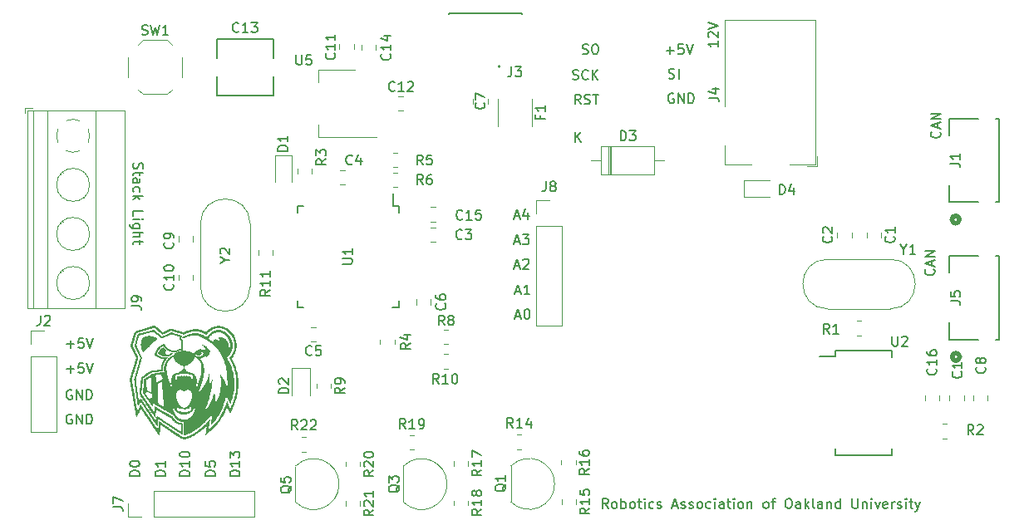
<source format=gbr>
%TF.GenerationSoftware,KiCad,Pcbnew,8.0.0*%
%TF.CreationDate,2024-03-12T01:14:05-04:00*%
%TF.ProjectId,ORA_ControlBoard-main_Rev2,4f52415f-436f-46e7-9472-6f6c426f6172,rev?*%
%TF.SameCoordinates,Original*%
%TF.FileFunction,Legend,Top*%
%TF.FilePolarity,Positive*%
%FSLAX46Y46*%
G04 Gerber Fmt 4.6, Leading zero omitted, Abs format (unit mm)*
G04 Created by KiCad (PCBNEW 8.0.0) date 2024-03-12 01:14:05*
%MOMM*%
%LPD*%
G01*
G04 APERTURE LIST*
%ADD10C,0.150000*%
%ADD11C,0.120000*%
%ADD12C,0.127000*%
%ADD13C,0.200000*%
%ADD14C,0.152400*%
%ADD15C,0.508000*%
%ADD16C,0.000000*%
G04 APERTURE END LIST*
D10*
X95360588Y-88417438D02*
X95265350Y-88369819D01*
X95265350Y-88369819D02*
X95122493Y-88369819D01*
X95122493Y-88369819D02*
X94979636Y-88417438D01*
X94979636Y-88417438D02*
X94884398Y-88512676D01*
X94884398Y-88512676D02*
X94836779Y-88607914D01*
X94836779Y-88607914D02*
X94789160Y-88798390D01*
X94789160Y-88798390D02*
X94789160Y-88941247D01*
X94789160Y-88941247D02*
X94836779Y-89131723D01*
X94836779Y-89131723D02*
X94884398Y-89226961D01*
X94884398Y-89226961D02*
X94979636Y-89322200D01*
X94979636Y-89322200D02*
X95122493Y-89369819D01*
X95122493Y-89369819D02*
X95217731Y-89369819D01*
X95217731Y-89369819D02*
X95360588Y-89322200D01*
X95360588Y-89322200D02*
X95408207Y-89274580D01*
X95408207Y-89274580D02*
X95408207Y-88941247D01*
X95408207Y-88941247D02*
X95217731Y-88941247D01*
X95836779Y-89369819D02*
X95836779Y-88369819D01*
X95836779Y-88369819D02*
X96408207Y-89369819D01*
X96408207Y-89369819D02*
X96408207Y-88369819D01*
X96884398Y-89369819D02*
X96884398Y-88369819D01*
X96884398Y-88369819D02*
X97122493Y-88369819D01*
X97122493Y-88369819D02*
X97265350Y-88417438D01*
X97265350Y-88417438D02*
X97360588Y-88512676D01*
X97360588Y-88512676D02*
X97408207Y-88607914D01*
X97408207Y-88607914D02*
X97455826Y-88798390D01*
X97455826Y-88798390D02*
X97455826Y-88941247D01*
X97455826Y-88941247D02*
X97408207Y-89131723D01*
X97408207Y-89131723D02*
X97360588Y-89226961D01*
X97360588Y-89226961D02*
X97265350Y-89322200D01*
X97265350Y-89322200D02*
X97122493Y-89369819D01*
X97122493Y-89369819D02*
X96884398Y-89369819D01*
X107369819Y-97163220D02*
X106369819Y-97163220D01*
X106369819Y-97163220D02*
X106369819Y-96925125D01*
X106369819Y-96925125D02*
X106417438Y-96782268D01*
X106417438Y-96782268D02*
X106512676Y-96687030D01*
X106512676Y-96687030D02*
X106607914Y-96639411D01*
X106607914Y-96639411D02*
X106798390Y-96591792D01*
X106798390Y-96591792D02*
X106941247Y-96591792D01*
X106941247Y-96591792D02*
X107131723Y-96639411D01*
X107131723Y-96639411D02*
X107226961Y-96687030D01*
X107226961Y-96687030D02*
X107322200Y-96782268D01*
X107322200Y-96782268D02*
X107369819Y-96925125D01*
X107369819Y-96925125D02*
X107369819Y-97163220D01*
X107369819Y-95639411D02*
X107369819Y-96210839D01*
X107369819Y-95925125D02*
X106369819Y-95925125D01*
X106369819Y-95925125D02*
X106512676Y-96020363D01*
X106512676Y-96020363D02*
X106607914Y-96115601D01*
X106607914Y-96115601D02*
X106655533Y-96210839D01*
X106369819Y-95020363D02*
X106369819Y-94925125D01*
X106369819Y-94925125D02*
X106417438Y-94829887D01*
X106417438Y-94829887D02*
X106465057Y-94782268D01*
X106465057Y-94782268D02*
X106560295Y-94734649D01*
X106560295Y-94734649D02*
X106750771Y-94687030D01*
X106750771Y-94687030D02*
X106988866Y-94687030D01*
X106988866Y-94687030D02*
X107179342Y-94734649D01*
X107179342Y-94734649D02*
X107274580Y-94782268D01*
X107274580Y-94782268D02*
X107322200Y-94829887D01*
X107322200Y-94829887D02*
X107369819Y-94925125D01*
X107369819Y-94925125D02*
X107369819Y-95020363D01*
X107369819Y-95020363D02*
X107322200Y-95115601D01*
X107322200Y-95115601D02*
X107274580Y-95163220D01*
X107274580Y-95163220D02*
X107179342Y-95210839D01*
X107179342Y-95210839D02*
X106988866Y-95258458D01*
X106988866Y-95258458D02*
X106750771Y-95258458D01*
X106750771Y-95258458D02*
X106560295Y-95210839D01*
X106560295Y-95210839D02*
X106465057Y-95163220D01*
X106465057Y-95163220D02*
X106417438Y-95115601D01*
X106417438Y-95115601D02*
X106369819Y-95020363D01*
X140489160Y-70684104D02*
X140965350Y-70684104D01*
X140393922Y-70969819D02*
X140727255Y-69969819D01*
X140727255Y-69969819D02*
X141060588Y-70969819D01*
X141822493Y-70303152D02*
X141822493Y-70969819D01*
X141584398Y-69922200D02*
X141346303Y-70636485D01*
X141346303Y-70636485D02*
X141965350Y-70636485D01*
X150008207Y-100469819D02*
X149674874Y-99993628D01*
X149436779Y-100469819D02*
X149436779Y-99469819D01*
X149436779Y-99469819D02*
X149817731Y-99469819D01*
X149817731Y-99469819D02*
X149912969Y-99517438D01*
X149912969Y-99517438D02*
X149960588Y-99565057D01*
X149960588Y-99565057D02*
X150008207Y-99660295D01*
X150008207Y-99660295D02*
X150008207Y-99803152D01*
X150008207Y-99803152D02*
X149960588Y-99898390D01*
X149960588Y-99898390D02*
X149912969Y-99946009D01*
X149912969Y-99946009D02*
X149817731Y-99993628D01*
X149817731Y-99993628D02*
X149436779Y-99993628D01*
X150579636Y-100469819D02*
X150484398Y-100422200D01*
X150484398Y-100422200D02*
X150436779Y-100374580D01*
X150436779Y-100374580D02*
X150389160Y-100279342D01*
X150389160Y-100279342D02*
X150389160Y-99993628D01*
X150389160Y-99993628D02*
X150436779Y-99898390D01*
X150436779Y-99898390D02*
X150484398Y-99850771D01*
X150484398Y-99850771D02*
X150579636Y-99803152D01*
X150579636Y-99803152D02*
X150722493Y-99803152D01*
X150722493Y-99803152D02*
X150817731Y-99850771D01*
X150817731Y-99850771D02*
X150865350Y-99898390D01*
X150865350Y-99898390D02*
X150912969Y-99993628D01*
X150912969Y-99993628D02*
X150912969Y-100279342D01*
X150912969Y-100279342D02*
X150865350Y-100374580D01*
X150865350Y-100374580D02*
X150817731Y-100422200D01*
X150817731Y-100422200D02*
X150722493Y-100469819D01*
X150722493Y-100469819D02*
X150579636Y-100469819D01*
X151341541Y-100469819D02*
X151341541Y-99469819D01*
X151341541Y-99850771D02*
X151436779Y-99803152D01*
X151436779Y-99803152D02*
X151627255Y-99803152D01*
X151627255Y-99803152D02*
X151722493Y-99850771D01*
X151722493Y-99850771D02*
X151770112Y-99898390D01*
X151770112Y-99898390D02*
X151817731Y-99993628D01*
X151817731Y-99993628D02*
X151817731Y-100279342D01*
X151817731Y-100279342D02*
X151770112Y-100374580D01*
X151770112Y-100374580D02*
X151722493Y-100422200D01*
X151722493Y-100422200D02*
X151627255Y-100469819D01*
X151627255Y-100469819D02*
X151436779Y-100469819D01*
X151436779Y-100469819D02*
X151341541Y-100422200D01*
X152389160Y-100469819D02*
X152293922Y-100422200D01*
X152293922Y-100422200D02*
X152246303Y-100374580D01*
X152246303Y-100374580D02*
X152198684Y-100279342D01*
X152198684Y-100279342D02*
X152198684Y-99993628D01*
X152198684Y-99993628D02*
X152246303Y-99898390D01*
X152246303Y-99898390D02*
X152293922Y-99850771D01*
X152293922Y-99850771D02*
X152389160Y-99803152D01*
X152389160Y-99803152D02*
X152532017Y-99803152D01*
X152532017Y-99803152D02*
X152627255Y-99850771D01*
X152627255Y-99850771D02*
X152674874Y-99898390D01*
X152674874Y-99898390D02*
X152722493Y-99993628D01*
X152722493Y-99993628D02*
X152722493Y-100279342D01*
X152722493Y-100279342D02*
X152674874Y-100374580D01*
X152674874Y-100374580D02*
X152627255Y-100422200D01*
X152627255Y-100422200D02*
X152532017Y-100469819D01*
X152532017Y-100469819D02*
X152389160Y-100469819D01*
X153008208Y-99803152D02*
X153389160Y-99803152D01*
X153151065Y-99469819D02*
X153151065Y-100326961D01*
X153151065Y-100326961D02*
X153198684Y-100422200D01*
X153198684Y-100422200D02*
X153293922Y-100469819D01*
X153293922Y-100469819D02*
X153389160Y-100469819D01*
X153722494Y-100469819D02*
X153722494Y-99803152D01*
X153722494Y-99469819D02*
X153674875Y-99517438D01*
X153674875Y-99517438D02*
X153722494Y-99565057D01*
X153722494Y-99565057D02*
X153770113Y-99517438D01*
X153770113Y-99517438D02*
X153722494Y-99469819D01*
X153722494Y-99469819D02*
X153722494Y-99565057D01*
X154627255Y-100422200D02*
X154532017Y-100469819D01*
X154532017Y-100469819D02*
X154341541Y-100469819D01*
X154341541Y-100469819D02*
X154246303Y-100422200D01*
X154246303Y-100422200D02*
X154198684Y-100374580D01*
X154198684Y-100374580D02*
X154151065Y-100279342D01*
X154151065Y-100279342D02*
X154151065Y-99993628D01*
X154151065Y-99993628D02*
X154198684Y-99898390D01*
X154198684Y-99898390D02*
X154246303Y-99850771D01*
X154246303Y-99850771D02*
X154341541Y-99803152D01*
X154341541Y-99803152D02*
X154532017Y-99803152D01*
X154532017Y-99803152D02*
X154627255Y-99850771D01*
X155008208Y-100422200D02*
X155103446Y-100469819D01*
X155103446Y-100469819D02*
X155293922Y-100469819D01*
X155293922Y-100469819D02*
X155389160Y-100422200D01*
X155389160Y-100422200D02*
X155436779Y-100326961D01*
X155436779Y-100326961D02*
X155436779Y-100279342D01*
X155436779Y-100279342D02*
X155389160Y-100184104D01*
X155389160Y-100184104D02*
X155293922Y-100136485D01*
X155293922Y-100136485D02*
X155151065Y-100136485D01*
X155151065Y-100136485D02*
X155055827Y-100088866D01*
X155055827Y-100088866D02*
X155008208Y-99993628D01*
X155008208Y-99993628D02*
X155008208Y-99946009D01*
X155008208Y-99946009D02*
X155055827Y-99850771D01*
X155055827Y-99850771D02*
X155151065Y-99803152D01*
X155151065Y-99803152D02*
X155293922Y-99803152D01*
X155293922Y-99803152D02*
X155389160Y-99850771D01*
X156579637Y-100184104D02*
X157055827Y-100184104D01*
X156484399Y-100469819D02*
X156817732Y-99469819D01*
X156817732Y-99469819D02*
X157151065Y-100469819D01*
X157436780Y-100422200D02*
X157532018Y-100469819D01*
X157532018Y-100469819D02*
X157722494Y-100469819D01*
X157722494Y-100469819D02*
X157817732Y-100422200D01*
X157817732Y-100422200D02*
X157865351Y-100326961D01*
X157865351Y-100326961D02*
X157865351Y-100279342D01*
X157865351Y-100279342D02*
X157817732Y-100184104D01*
X157817732Y-100184104D02*
X157722494Y-100136485D01*
X157722494Y-100136485D02*
X157579637Y-100136485D01*
X157579637Y-100136485D02*
X157484399Y-100088866D01*
X157484399Y-100088866D02*
X157436780Y-99993628D01*
X157436780Y-99993628D02*
X157436780Y-99946009D01*
X157436780Y-99946009D02*
X157484399Y-99850771D01*
X157484399Y-99850771D02*
X157579637Y-99803152D01*
X157579637Y-99803152D02*
X157722494Y-99803152D01*
X157722494Y-99803152D02*
X157817732Y-99850771D01*
X158246304Y-100422200D02*
X158341542Y-100469819D01*
X158341542Y-100469819D02*
X158532018Y-100469819D01*
X158532018Y-100469819D02*
X158627256Y-100422200D01*
X158627256Y-100422200D02*
X158674875Y-100326961D01*
X158674875Y-100326961D02*
X158674875Y-100279342D01*
X158674875Y-100279342D02*
X158627256Y-100184104D01*
X158627256Y-100184104D02*
X158532018Y-100136485D01*
X158532018Y-100136485D02*
X158389161Y-100136485D01*
X158389161Y-100136485D02*
X158293923Y-100088866D01*
X158293923Y-100088866D02*
X158246304Y-99993628D01*
X158246304Y-99993628D02*
X158246304Y-99946009D01*
X158246304Y-99946009D02*
X158293923Y-99850771D01*
X158293923Y-99850771D02*
X158389161Y-99803152D01*
X158389161Y-99803152D02*
X158532018Y-99803152D01*
X158532018Y-99803152D02*
X158627256Y-99850771D01*
X159246304Y-100469819D02*
X159151066Y-100422200D01*
X159151066Y-100422200D02*
X159103447Y-100374580D01*
X159103447Y-100374580D02*
X159055828Y-100279342D01*
X159055828Y-100279342D02*
X159055828Y-99993628D01*
X159055828Y-99993628D02*
X159103447Y-99898390D01*
X159103447Y-99898390D02*
X159151066Y-99850771D01*
X159151066Y-99850771D02*
X159246304Y-99803152D01*
X159246304Y-99803152D02*
X159389161Y-99803152D01*
X159389161Y-99803152D02*
X159484399Y-99850771D01*
X159484399Y-99850771D02*
X159532018Y-99898390D01*
X159532018Y-99898390D02*
X159579637Y-99993628D01*
X159579637Y-99993628D02*
X159579637Y-100279342D01*
X159579637Y-100279342D02*
X159532018Y-100374580D01*
X159532018Y-100374580D02*
X159484399Y-100422200D01*
X159484399Y-100422200D02*
X159389161Y-100469819D01*
X159389161Y-100469819D02*
X159246304Y-100469819D01*
X160436780Y-100422200D02*
X160341542Y-100469819D01*
X160341542Y-100469819D02*
X160151066Y-100469819D01*
X160151066Y-100469819D02*
X160055828Y-100422200D01*
X160055828Y-100422200D02*
X160008209Y-100374580D01*
X160008209Y-100374580D02*
X159960590Y-100279342D01*
X159960590Y-100279342D02*
X159960590Y-99993628D01*
X159960590Y-99993628D02*
X160008209Y-99898390D01*
X160008209Y-99898390D02*
X160055828Y-99850771D01*
X160055828Y-99850771D02*
X160151066Y-99803152D01*
X160151066Y-99803152D02*
X160341542Y-99803152D01*
X160341542Y-99803152D02*
X160436780Y-99850771D01*
X160865352Y-100469819D02*
X160865352Y-99803152D01*
X160865352Y-99469819D02*
X160817733Y-99517438D01*
X160817733Y-99517438D02*
X160865352Y-99565057D01*
X160865352Y-99565057D02*
X160912971Y-99517438D01*
X160912971Y-99517438D02*
X160865352Y-99469819D01*
X160865352Y-99469819D02*
X160865352Y-99565057D01*
X161770113Y-100469819D02*
X161770113Y-99946009D01*
X161770113Y-99946009D02*
X161722494Y-99850771D01*
X161722494Y-99850771D02*
X161627256Y-99803152D01*
X161627256Y-99803152D02*
X161436780Y-99803152D01*
X161436780Y-99803152D02*
X161341542Y-99850771D01*
X161770113Y-100422200D02*
X161674875Y-100469819D01*
X161674875Y-100469819D02*
X161436780Y-100469819D01*
X161436780Y-100469819D02*
X161341542Y-100422200D01*
X161341542Y-100422200D02*
X161293923Y-100326961D01*
X161293923Y-100326961D02*
X161293923Y-100231723D01*
X161293923Y-100231723D02*
X161341542Y-100136485D01*
X161341542Y-100136485D02*
X161436780Y-100088866D01*
X161436780Y-100088866D02*
X161674875Y-100088866D01*
X161674875Y-100088866D02*
X161770113Y-100041247D01*
X162103447Y-99803152D02*
X162484399Y-99803152D01*
X162246304Y-99469819D02*
X162246304Y-100326961D01*
X162246304Y-100326961D02*
X162293923Y-100422200D01*
X162293923Y-100422200D02*
X162389161Y-100469819D01*
X162389161Y-100469819D02*
X162484399Y-100469819D01*
X162817733Y-100469819D02*
X162817733Y-99803152D01*
X162817733Y-99469819D02*
X162770114Y-99517438D01*
X162770114Y-99517438D02*
X162817733Y-99565057D01*
X162817733Y-99565057D02*
X162865352Y-99517438D01*
X162865352Y-99517438D02*
X162817733Y-99469819D01*
X162817733Y-99469819D02*
X162817733Y-99565057D01*
X163436780Y-100469819D02*
X163341542Y-100422200D01*
X163341542Y-100422200D02*
X163293923Y-100374580D01*
X163293923Y-100374580D02*
X163246304Y-100279342D01*
X163246304Y-100279342D02*
X163246304Y-99993628D01*
X163246304Y-99993628D02*
X163293923Y-99898390D01*
X163293923Y-99898390D02*
X163341542Y-99850771D01*
X163341542Y-99850771D02*
X163436780Y-99803152D01*
X163436780Y-99803152D02*
X163579637Y-99803152D01*
X163579637Y-99803152D02*
X163674875Y-99850771D01*
X163674875Y-99850771D02*
X163722494Y-99898390D01*
X163722494Y-99898390D02*
X163770113Y-99993628D01*
X163770113Y-99993628D02*
X163770113Y-100279342D01*
X163770113Y-100279342D02*
X163722494Y-100374580D01*
X163722494Y-100374580D02*
X163674875Y-100422200D01*
X163674875Y-100422200D02*
X163579637Y-100469819D01*
X163579637Y-100469819D02*
X163436780Y-100469819D01*
X164198685Y-99803152D02*
X164198685Y-100469819D01*
X164198685Y-99898390D02*
X164246304Y-99850771D01*
X164246304Y-99850771D02*
X164341542Y-99803152D01*
X164341542Y-99803152D02*
X164484399Y-99803152D01*
X164484399Y-99803152D02*
X164579637Y-99850771D01*
X164579637Y-99850771D02*
X164627256Y-99946009D01*
X164627256Y-99946009D02*
X164627256Y-100469819D01*
X166008209Y-100469819D02*
X165912971Y-100422200D01*
X165912971Y-100422200D02*
X165865352Y-100374580D01*
X165865352Y-100374580D02*
X165817733Y-100279342D01*
X165817733Y-100279342D02*
X165817733Y-99993628D01*
X165817733Y-99993628D02*
X165865352Y-99898390D01*
X165865352Y-99898390D02*
X165912971Y-99850771D01*
X165912971Y-99850771D02*
X166008209Y-99803152D01*
X166008209Y-99803152D02*
X166151066Y-99803152D01*
X166151066Y-99803152D02*
X166246304Y-99850771D01*
X166246304Y-99850771D02*
X166293923Y-99898390D01*
X166293923Y-99898390D02*
X166341542Y-99993628D01*
X166341542Y-99993628D02*
X166341542Y-100279342D01*
X166341542Y-100279342D02*
X166293923Y-100374580D01*
X166293923Y-100374580D02*
X166246304Y-100422200D01*
X166246304Y-100422200D02*
X166151066Y-100469819D01*
X166151066Y-100469819D02*
X166008209Y-100469819D01*
X166627257Y-99803152D02*
X167008209Y-99803152D01*
X166770114Y-100469819D02*
X166770114Y-99612676D01*
X166770114Y-99612676D02*
X166817733Y-99517438D01*
X166817733Y-99517438D02*
X166912971Y-99469819D01*
X166912971Y-99469819D02*
X167008209Y-99469819D01*
X168293924Y-99469819D02*
X168484400Y-99469819D01*
X168484400Y-99469819D02*
X168579638Y-99517438D01*
X168579638Y-99517438D02*
X168674876Y-99612676D01*
X168674876Y-99612676D02*
X168722495Y-99803152D01*
X168722495Y-99803152D02*
X168722495Y-100136485D01*
X168722495Y-100136485D02*
X168674876Y-100326961D01*
X168674876Y-100326961D02*
X168579638Y-100422200D01*
X168579638Y-100422200D02*
X168484400Y-100469819D01*
X168484400Y-100469819D02*
X168293924Y-100469819D01*
X168293924Y-100469819D02*
X168198686Y-100422200D01*
X168198686Y-100422200D02*
X168103448Y-100326961D01*
X168103448Y-100326961D02*
X168055829Y-100136485D01*
X168055829Y-100136485D02*
X168055829Y-99803152D01*
X168055829Y-99803152D02*
X168103448Y-99612676D01*
X168103448Y-99612676D02*
X168198686Y-99517438D01*
X168198686Y-99517438D02*
X168293924Y-99469819D01*
X169579638Y-100469819D02*
X169579638Y-99946009D01*
X169579638Y-99946009D02*
X169532019Y-99850771D01*
X169532019Y-99850771D02*
X169436781Y-99803152D01*
X169436781Y-99803152D02*
X169246305Y-99803152D01*
X169246305Y-99803152D02*
X169151067Y-99850771D01*
X169579638Y-100422200D02*
X169484400Y-100469819D01*
X169484400Y-100469819D02*
X169246305Y-100469819D01*
X169246305Y-100469819D02*
X169151067Y-100422200D01*
X169151067Y-100422200D02*
X169103448Y-100326961D01*
X169103448Y-100326961D02*
X169103448Y-100231723D01*
X169103448Y-100231723D02*
X169151067Y-100136485D01*
X169151067Y-100136485D02*
X169246305Y-100088866D01*
X169246305Y-100088866D02*
X169484400Y-100088866D01*
X169484400Y-100088866D02*
X169579638Y-100041247D01*
X170055829Y-100469819D02*
X170055829Y-99469819D01*
X170151067Y-100088866D02*
X170436781Y-100469819D01*
X170436781Y-99803152D02*
X170055829Y-100184104D01*
X171008210Y-100469819D02*
X170912972Y-100422200D01*
X170912972Y-100422200D02*
X170865353Y-100326961D01*
X170865353Y-100326961D02*
X170865353Y-99469819D01*
X171817734Y-100469819D02*
X171817734Y-99946009D01*
X171817734Y-99946009D02*
X171770115Y-99850771D01*
X171770115Y-99850771D02*
X171674877Y-99803152D01*
X171674877Y-99803152D02*
X171484401Y-99803152D01*
X171484401Y-99803152D02*
X171389163Y-99850771D01*
X171817734Y-100422200D02*
X171722496Y-100469819D01*
X171722496Y-100469819D02*
X171484401Y-100469819D01*
X171484401Y-100469819D02*
X171389163Y-100422200D01*
X171389163Y-100422200D02*
X171341544Y-100326961D01*
X171341544Y-100326961D02*
X171341544Y-100231723D01*
X171341544Y-100231723D02*
X171389163Y-100136485D01*
X171389163Y-100136485D02*
X171484401Y-100088866D01*
X171484401Y-100088866D02*
X171722496Y-100088866D01*
X171722496Y-100088866D02*
X171817734Y-100041247D01*
X172293925Y-99803152D02*
X172293925Y-100469819D01*
X172293925Y-99898390D02*
X172341544Y-99850771D01*
X172341544Y-99850771D02*
X172436782Y-99803152D01*
X172436782Y-99803152D02*
X172579639Y-99803152D01*
X172579639Y-99803152D02*
X172674877Y-99850771D01*
X172674877Y-99850771D02*
X172722496Y-99946009D01*
X172722496Y-99946009D02*
X172722496Y-100469819D01*
X173627258Y-100469819D02*
X173627258Y-99469819D01*
X173627258Y-100422200D02*
X173532020Y-100469819D01*
X173532020Y-100469819D02*
X173341544Y-100469819D01*
X173341544Y-100469819D02*
X173246306Y-100422200D01*
X173246306Y-100422200D02*
X173198687Y-100374580D01*
X173198687Y-100374580D02*
X173151068Y-100279342D01*
X173151068Y-100279342D02*
X173151068Y-99993628D01*
X173151068Y-99993628D02*
X173198687Y-99898390D01*
X173198687Y-99898390D02*
X173246306Y-99850771D01*
X173246306Y-99850771D02*
X173341544Y-99803152D01*
X173341544Y-99803152D02*
X173532020Y-99803152D01*
X173532020Y-99803152D02*
X173627258Y-99850771D01*
X174865354Y-99469819D02*
X174865354Y-100279342D01*
X174865354Y-100279342D02*
X174912973Y-100374580D01*
X174912973Y-100374580D02*
X174960592Y-100422200D01*
X174960592Y-100422200D02*
X175055830Y-100469819D01*
X175055830Y-100469819D02*
X175246306Y-100469819D01*
X175246306Y-100469819D02*
X175341544Y-100422200D01*
X175341544Y-100422200D02*
X175389163Y-100374580D01*
X175389163Y-100374580D02*
X175436782Y-100279342D01*
X175436782Y-100279342D02*
X175436782Y-99469819D01*
X175912973Y-99803152D02*
X175912973Y-100469819D01*
X175912973Y-99898390D02*
X175960592Y-99850771D01*
X175960592Y-99850771D02*
X176055830Y-99803152D01*
X176055830Y-99803152D02*
X176198687Y-99803152D01*
X176198687Y-99803152D02*
X176293925Y-99850771D01*
X176293925Y-99850771D02*
X176341544Y-99946009D01*
X176341544Y-99946009D02*
X176341544Y-100469819D01*
X176817735Y-100469819D02*
X176817735Y-99803152D01*
X176817735Y-99469819D02*
X176770116Y-99517438D01*
X176770116Y-99517438D02*
X176817735Y-99565057D01*
X176817735Y-99565057D02*
X176865354Y-99517438D01*
X176865354Y-99517438D02*
X176817735Y-99469819D01*
X176817735Y-99469819D02*
X176817735Y-99565057D01*
X177198687Y-99803152D02*
X177436782Y-100469819D01*
X177436782Y-100469819D02*
X177674877Y-99803152D01*
X178436782Y-100422200D02*
X178341544Y-100469819D01*
X178341544Y-100469819D02*
X178151068Y-100469819D01*
X178151068Y-100469819D02*
X178055830Y-100422200D01*
X178055830Y-100422200D02*
X178008211Y-100326961D01*
X178008211Y-100326961D02*
X178008211Y-99946009D01*
X178008211Y-99946009D02*
X178055830Y-99850771D01*
X178055830Y-99850771D02*
X178151068Y-99803152D01*
X178151068Y-99803152D02*
X178341544Y-99803152D01*
X178341544Y-99803152D02*
X178436782Y-99850771D01*
X178436782Y-99850771D02*
X178484401Y-99946009D01*
X178484401Y-99946009D02*
X178484401Y-100041247D01*
X178484401Y-100041247D02*
X178008211Y-100136485D01*
X178912973Y-100469819D02*
X178912973Y-99803152D01*
X178912973Y-99993628D02*
X178960592Y-99898390D01*
X178960592Y-99898390D02*
X179008211Y-99850771D01*
X179008211Y-99850771D02*
X179103449Y-99803152D01*
X179103449Y-99803152D02*
X179198687Y-99803152D01*
X179484402Y-100422200D02*
X179579640Y-100469819D01*
X179579640Y-100469819D02*
X179770116Y-100469819D01*
X179770116Y-100469819D02*
X179865354Y-100422200D01*
X179865354Y-100422200D02*
X179912973Y-100326961D01*
X179912973Y-100326961D02*
X179912973Y-100279342D01*
X179912973Y-100279342D02*
X179865354Y-100184104D01*
X179865354Y-100184104D02*
X179770116Y-100136485D01*
X179770116Y-100136485D02*
X179627259Y-100136485D01*
X179627259Y-100136485D02*
X179532021Y-100088866D01*
X179532021Y-100088866D02*
X179484402Y-99993628D01*
X179484402Y-99993628D02*
X179484402Y-99946009D01*
X179484402Y-99946009D02*
X179532021Y-99850771D01*
X179532021Y-99850771D02*
X179627259Y-99803152D01*
X179627259Y-99803152D02*
X179770116Y-99803152D01*
X179770116Y-99803152D02*
X179865354Y-99850771D01*
X180341545Y-100469819D02*
X180341545Y-99803152D01*
X180341545Y-99469819D02*
X180293926Y-99517438D01*
X180293926Y-99517438D02*
X180341545Y-99565057D01*
X180341545Y-99565057D02*
X180389164Y-99517438D01*
X180389164Y-99517438D02*
X180341545Y-99469819D01*
X180341545Y-99469819D02*
X180341545Y-99565057D01*
X180674878Y-99803152D02*
X181055830Y-99803152D01*
X180817735Y-99469819D02*
X180817735Y-100326961D01*
X180817735Y-100326961D02*
X180865354Y-100422200D01*
X180865354Y-100422200D02*
X180960592Y-100469819D01*
X180960592Y-100469819D02*
X181055830Y-100469819D01*
X181293926Y-99803152D02*
X181532021Y-100469819D01*
X181770116Y-99803152D02*
X181532021Y-100469819D01*
X181532021Y-100469819D02*
X181436783Y-100707914D01*
X181436783Y-100707914D02*
X181389164Y-100755533D01*
X181389164Y-100755533D02*
X181293926Y-100803152D01*
X140589160Y-78384104D02*
X141065350Y-78384104D01*
X140493922Y-78669819D02*
X140827255Y-77669819D01*
X140827255Y-77669819D02*
X141160588Y-78669819D01*
X142017731Y-78669819D02*
X141446303Y-78669819D01*
X141732017Y-78669819D02*
X141732017Y-77669819D01*
X141732017Y-77669819D02*
X141636779Y-77812676D01*
X141636779Y-77812676D02*
X141541541Y-77907914D01*
X141541541Y-77907914D02*
X141446303Y-77955533D01*
X140489160Y-75784104D02*
X140965350Y-75784104D01*
X140393922Y-76069819D02*
X140727255Y-75069819D01*
X140727255Y-75069819D02*
X141060588Y-76069819D01*
X141346303Y-75165057D02*
X141393922Y-75117438D01*
X141393922Y-75117438D02*
X141489160Y-75069819D01*
X141489160Y-75069819D02*
X141727255Y-75069819D01*
X141727255Y-75069819D02*
X141822493Y-75117438D01*
X141822493Y-75117438D02*
X141870112Y-75165057D01*
X141870112Y-75165057D02*
X141917731Y-75260295D01*
X141917731Y-75260295D02*
X141917731Y-75355533D01*
X141917731Y-75355533D02*
X141870112Y-75498390D01*
X141870112Y-75498390D02*
X141298684Y-76069819D01*
X141298684Y-76069819D02*
X141917731Y-76069819D01*
X147389160Y-54122200D02*
X147532017Y-54169819D01*
X147532017Y-54169819D02*
X147770112Y-54169819D01*
X147770112Y-54169819D02*
X147865350Y-54122200D01*
X147865350Y-54122200D02*
X147912969Y-54074580D01*
X147912969Y-54074580D02*
X147960588Y-53979342D01*
X147960588Y-53979342D02*
X147960588Y-53884104D01*
X147960588Y-53884104D02*
X147912969Y-53788866D01*
X147912969Y-53788866D02*
X147865350Y-53741247D01*
X147865350Y-53741247D02*
X147770112Y-53693628D01*
X147770112Y-53693628D02*
X147579636Y-53646009D01*
X147579636Y-53646009D02*
X147484398Y-53598390D01*
X147484398Y-53598390D02*
X147436779Y-53550771D01*
X147436779Y-53550771D02*
X147389160Y-53455533D01*
X147389160Y-53455533D02*
X147389160Y-53360295D01*
X147389160Y-53360295D02*
X147436779Y-53265057D01*
X147436779Y-53265057D02*
X147484398Y-53217438D01*
X147484398Y-53217438D02*
X147579636Y-53169819D01*
X147579636Y-53169819D02*
X147817731Y-53169819D01*
X147817731Y-53169819D02*
X147960588Y-53217438D01*
X148579636Y-53169819D02*
X148770112Y-53169819D01*
X148770112Y-53169819D02*
X148865350Y-53217438D01*
X148865350Y-53217438D02*
X148960588Y-53312676D01*
X148960588Y-53312676D02*
X149008207Y-53503152D01*
X149008207Y-53503152D02*
X149008207Y-53836485D01*
X149008207Y-53836485D02*
X148960588Y-54026961D01*
X148960588Y-54026961D02*
X148865350Y-54122200D01*
X148865350Y-54122200D02*
X148770112Y-54169819D01*
X148770112Y-54169819D02*
X148579636Y-54169819D01*
X148579636Y-54169819D02*
X148484398Y-54122200D01*
X148484398Y-54122200D02*
X148389160Y-54026961D01*
X148389160Y-54026961D02*
X148341541Y-53836485D01*
X148341541Y-53836485D02*
X148341541Y-53503152D01*
X148341541Y-53503152D02*
X148389160Y-53312676D01*
X148389160Y-53312676D02*
X148484398Y-53217438D01*
X148484398Y-53217438D02*
X148579636Y-53169819D01*
X140589160Y-80884104D02*
X141065350Y-80884104D01*
X140493922Y-81169819D02*
X140827255Y-80169819D01*
X140827255Y-80169819D02*
X141160588Y-81169819D01*
X141684398Y-80169819D02*
X141779636Y-80169819D01*
X141779636Y-80169819D02*
X141874874Y-80217438D01*
X141874874Y-80217438D02*
X141922493Y-80265057D01*
X141922493Y-80265057D02*
X141970112Y-80360295D01*
X141970112Y-80360295D02*
X142017731Y-80550771D01*
X142017731Y-80550771D02*
X142017731Y-80788866D01*
X142017731Y-80788866D02*
X141970112Y-80979342D01*
X141970112Y-80979342D02*
X141922493Y-81074580D01*
X141922493Y-81074580D02*
X141874874Y-81122200D01*
X141874874Y-81122200D02*
X141779636Y-81169819D01*
X141779636Y-81169819D02*
X141684398Y-81169819D01*
X141684398Y-81169819D02*
X141589160Y-81122200D01*
X141589160Y-81122200D02*
X141541541Y-81074580D01*
X141541541Y-81074580D02*
X141493922Y-80979342D01*
X141493922Y-80979342D02*
X141446303Y-80788866D01*
X141446303Y-80788866D02*
X141446303Y-80550771D01*
X141446303Y-80550771D02*
X141493922Y-80360295D01*
X141493922Y-80360295D02*
X141541541Y-80265057D01*
X141541541Y-80265057D02*
X141589160Y-80217438D01*
X141589160Y-80217438D02*
X141684398Y-80169819D01*
X94836779Y-83738866D02*
X95598684Y-83738866D01*
X95217731Y-84119819D02*
X95217731Y-83357914D01*
X96551064Y-83119819D02*
X96074874Y-83119819D01*
X96074874Y-83119819D02*
X96027255Y-83596009D01*
X96027255Y-83596009D02*
X96074874Y-83548390D01*
X96074874Y-83548390D02*
X96170112Y-83500771D01*
X96170112Y-83500771D02*
X96408207Y-83500771D01*
X96408207Y-83500771D02*
X96503445Y-83548390D01*
X96503445Y-83548390D02*
X96551064Y-83596009D01*
X96551064Y-83596009D02*
X96598683Y-83691247D01*
X96598683Y-83691247D02*
X96598683Y-83929342D01*
X96598683Y-83929342D02*
X96551064Y-84024580D01*
X96551064Y-84024580D02*
X96503445Y-84072200D01*
X96503445Y-84072200D02*
X96408207Y-84119819D01*
X96408207Y-84119819D02*
X96170112Y-84119819D01*
X96170112Y-84119819D02*
X96074874Y-84072200D01*
X96074874Y-84072200D02*
X96027255Y-84024580D01*
X96884398Y-83119819D02*
X97217731Y-84119819D01*
X97217731Y-84119819D02*
X97551064Y-83119819D01*
X156660588Y-58217438D02*
X156565350Y-58169819D01*
X156565350Y-58169819D02*
X156422493Y-58169819D01*
X156422493Y-58169819D02*
X156279636Y-58217438D01*
X156279636Y-58217438D02*
X156184398Y-58312676D01*
X156184398Y-58312676D02*
X156136779Y-58407914D01*
X156136779Y-58407914D02*
X156089160Y-58598390D01*
X156089160Y-58598390D02*
X156089160Y-58741247D01*
X156089160Y-58741247D02*
X156136779Y-58931723D01*
X156136779Y-58931723D02*
X156184398Y-59026961D01*
X156184398Y-59026961D02*
X156279636Y-59122200D01*
X156279636Y-59122200D02*
X156422493Y-59169819D01*
X156422493Y-59169819D02*
X156517731Y-59169819D01*
X156517731Y-59169819D02*
X156660588Y-59122200D01*
X156660588Y-59122200D02*
X156708207Y-59074580D01*
X156708207Y-59074580D02*
X156708207Y-58741247D01*
X156708207Y-58741247D02*
X156517731Y-58741247D01*
X157136779Y-59169819D02*
X157136779Y-58169819D01*
X157136779Y-58169819D02*
X157708207Y-59169819D01*
X157708207Y-59169819D02*
X157708207Y-58169819D01*
X158184398Y-59169819D02*
X158184398Y-58169819D01*
X158184398Y-58169819D02*
X158422493Y-58169819D01*
X158422493Y-58169819D02*
X158565350Y-58217438D01*
X158565350Y-58217438D02*
X158660588Y-58312676D01*
X158660588Y-58312676D02*
X158708207Y-58407914D01*
X158708207Y-58407914D02*
X158755826Y-58598390D01*
X158755826Y-58598390D02*
X158755826Y-58741247D01*
X158755826Y-58741247D02*
X158708207Y-58931723D01*
X158708207Y-58931723D02*
X158660588Y-59026961D01*
X158660588Y-59026961D02*
X158565350Y-59122200D01*
X158565350Y-59122200D02*
X158422493Y-59169819D01*
X158422493Y-59169819D02*
X158184398Y-59169819D01*
X104869819Y-97163220D02*
X103869819Y-97163220D01*
X103869819Y-97163220D02*
X103869819Y-96925125D01*
X103869819Y-96925125D02*
X103917438Y-96782268D01*
X103917438Y-96782268D02*
X104012676Y-96687030D01*
X104012676Y-96687030D02*
X104107914Y-96639411D01*
X104107914Y-96639411D02*
X104298390Y-96591792D01*
X104298390Y-96591792D02*
X104441247Y-96591792D01*
X104441247Y-96591792D02*
X104631723Y-96639411D01*
X104631723Y-96639411D02*
X104726961Y-96687030D01*
X104726961Y-96687030D02*
X104822200Y-96782268D01*
X104822200Y-96782268D02*
X104869819Y-96925125D01*
X104869819Y-96925125D02*
X104869819Y-97163220D01*
X104869819Y-95639411D02*
X104869819Y-96210839D01*
X104869819Y-95925125D02*
X103869819Y-95925125D01*
X103869819Y-95925125D02*
X104012676Y-96020363D01*
X104012676Y-96020363D02*
X104107914Y-96115601D01*
X104107914Y-96115601D02*
X104155533Y-96210839D01*
X112469819Y-97163220D02*
X111469819Y-97163220D01*
X111469819Y-97163220D02*
X111469819Y-96925125D01*
X111469819Y-96925125D02*
X111517438Y-96782268D01*
X111517438Y-96782268D02*
X111612676Y-96687030D01*
X111612676Y-96687030D02*
X111707914Y-96639411D01*
X111707914Y-96639411D02*
X111898390Y-96591792D01*
X111898390Y-96591792D02*
X112041247Y-96591792D01*
X112041247Y-96591792D02*
X112231723Y-96639411D01*
X112231723Y-96639411D02*
X112326961Y-96687030D01*
X112326961Y-96687030D02*
X112422200Y-96782268D01*
X112422200Y-96782268D02*
X112469819Y-96925125D01*
X112469819Y-96925125D02*
X112469819Y-97163220D01*
X112469819Y-95639411D02*
X112469819Y-96210839D01*
X112469819Y-95925125D02*
X111469819Y-95925125D01*
X111469819Y-95925125D02*
X111612676Y-96020363D01*
X111612676Y-96020363D02*
X111707914Y-96115601D01*
X111707914Y-96115601D02*
X111755533Y-96210839D01*
X111469819Y-95306077D02*
X111469819Y-94687030D01*
X111469819Y-94687030D02*
X111850771Y-95020363D01*
X111850771Y-95020363D02*
X111850771Y-94877506D01*
X111850771Y-94877506D02*
X111898390Y-94782268D01*
X111898390Y-94782268D02*
X111946009Y-94734649D01*
X111946009Y-94734649D02*
X112041247Y-94687030D01*
X112041247Y-94687030D02*
X112279342Y-94687030D01*
X112279342Y-94687030D02*
X112374580Y-94734649D01*
X112374580Y-94734649D02*
X112422200Y-94782268D01*
X112422200Y-94782268D02*
X112469819Y-94877506D01*
X112469819Y-94877506D02*
X112469819Y-95163220D01*
X112469819Y-95163220D02*
X112422200Y-95258458D01*
X112422200Y-95258458D02*
X112374580Y-95306077D01*
X147208207Y-59269819D02*
X146874874Y-58793628D01*
X146636779Y-59269819D02*
X146636779Y-58269819D01*
X146636779Y-58269819D02*
X147017731Y-58269819D01*
X147017731Y-58269819D02*
X147112969Y-58317438D01*
X147112969Y-58317438D02*
X147160588Y-58365057D01*
X147160588Y-58365057D02*
X147208207Y-58460295D01*
X147208207Y-58460295D02*
X147208207Y-58603152D01*
X147208207Y-58603152D02*
X147160588Y-58698390D01*
X147160588Y-58698390D02*
X147112969Y-58746009D01*
X147112969Y-58746009D02*
X147017731Y-58793628D01*
X147017731Y-58793628D02*
X146636779Y-58793628D01*
X147589160Y-59222200D02*
X147732017Y-59269819D01*
X147732017Y-59269819D02*
X147970112Y-59269819D01*
X147970112Y-59269819D02*
X148065350Y-59222200D01*
X148065350Y-59222200D02*
X148112969Y-59174580D01*
X148112969Y-59174580D02*
X148160588Y-59079342D01*
X148160588Y-59079342D02*
X148160588Y-58984104D01*
X148160588Y-58984104D02*
X148112969Y-58888866D01*
X148112969Y-58888866D02*
X148065350Y-58841247D01*
X148065350Y-58841247D02*
X147970112Y-58793628D01*
X147970112Y-58793628D02*
X147779636Y-58746009D01*
X147779636Y-58746009D02*
X147684398Y-58698390D01*
X147684398Y-58698390D02*
X147636779Y-58650771D01*
X147636779Y-58650771D02*
X147589160Y-58555533D01*
X147589160Y-58555533D02*
X147589160Y-58460295D01*
X147589160Y-58460295D02*
X147636779Y-58365057D01*
X147636779Y-58365057D02*
X147684398Y-58317438D01*
X147684398Y-58317438D02*
X147779636Y-58269819D01*
X147779636Y-58269819D02*
X148017731Y-58269819D01*
X148017731Y-58269819D02*
X148160588Y-58317438D01*
X148446303Y-58269819D02*
X149017731Y-58269819D01*
X148732017Y-59269819D02*
X148732017Y-58269819D01*
X102269819Y-97163220D02*
X101269819Y-97163220D01*
X101269819Y-97163220D02*
X101269819Y-96925125D01*
X101269819Y-96925125D02*
X101317438Y-96782268D01*
X101317438Y-96782268D02*
X101412676Y-96687030D01*
X101412676Y-96687030D02*
X101507914Y-96639411D01*
X101507914Y-96639411D02*
X101698390Y-96591792D01*
X101698390Y-96591792D02*
X101841247Y-96591792D01*
X101841247Y-96591792D02*
X102031723Y-96639411D01*
X102031723Y-96639411D02*
X102126961Y-96687030D01*
X102126961Y-96687030D02*
X102222200Y-96782268D01*
X102222200Y-96782268D02*
X102269819Y-96925125D01*
X102269819Y-96925125D02*
X102269819Y-97163220D01*
X101269819Y-95972744D02*
X101269819Y-95877506D01*
X101269819Y-95877506D02*
X101317438Y-95782268D01*
X101317438Y-95782268D02*
X101365057Y-95734649D01*
X101365057Y-95734649D02*
X101460295Y-95687030D01*
X101460295Y-95687030D02*
X101650771Y-95639411D01*
X101650771Y-95639411D02*
X101888866Y-95639411D01*
X101888866Y-95639411D02*
X102079342Y-95687030D01*
X102079342Y-95687030D02*
X102174580Y-95734649D01*
X102174580Y-95734649D02*
X102222200Y-95782268D01*
X102222200Y-95782268D02*
X102269819Y-95877506D01*
X102269819Y-95877506D02*
X102269819Y-95972744D01*
X102269819Y-95972744D02*
X102222200Y-96067982D01*
X102222200Y-96067982D02*
X102174580Y-96115601D01*
X102174580Y-96115601D02*
X102079342Y-96163220D01*
X102079342Y-96163220D02*
X101888866Y-96210839D01*
X101888866Y-96210839D02*
X101650771Y-96210839D01*
X101650771Y-96210839D02*
X101460295Y-96163220D01*
X101460295Y-96163220D02*
X101365057Y-96115601D01*
X101365057Y-96115601D02*
X101317438Y-96067982D01*
X101317438Y-96067982D02*
X101269819Y-95972744D01*
X101677800Y-65289158D02*
X101630180Y-65432015D01*
X101630180Y-65432015D02*
X101630180Y-65670110D01*
X101630180Y-65670110D02*
X101677800Y-65765348D01*
X101677800Y-65765348D02*
X101725419Y-65812967D01*
X101725419Y-65812967D02*
X101820657Y-65860586D01*
X101820657Y-65860586D02*
X101915895Y-65860586D01*
X101915895Y-65860586D02*
X102011133Y-65812967D01*
X102011133Y-65812967D02*
X102058752Y-65765348D01*
X102058752Y-65765348D02*
X102106371Y-65670110D01*
X102106371Y-65670110D02*
X102153990Y-65479634D01*
X102153990Y-65479634D02*
X102201609Y-65384396D01*
X102201609Y-65384396D02*
X102249228Y-65336777D01*
X102249228Y-65336777D02*
X102344466Y-65289158D01*
X102344466Y-65289158D02*
X102439704Y-65289158D01*
X102439704Y-65289158D02*
X102534942Y-65336777D01*
X102534942Y-65336777D02*
X102582561Y-65384396D01*
X102582561Y-65384396D02*
X102630180Y-65479634D01*
X102630180Y-65479634D02*
X102630180Y-65717729D01*
X102630180Y-65717729D02*
X102582561Y-65860586D01*
X102296847Y-66146301D02*
X102296847Y-66527253D01*
X102630180Y-66289158D02*
X101773038Y-66289158D01*
X101773038Y-66289158D02*
X101677800Y-66336777D01*
X101677800Y-66336777D02*
X101630180Y-66432015D01*
X101630180Y-66432015D02*
X101630180Y-66527253D01*
X101630180Y-67289158D02*
X102153990Y-67289158D01*
X102153990Y-67289158D02*
X102249228Y-67241539D01*
X102249228Y-67241539D02*
X102296847Y-67146301D01*
X102296847Y-67146301D02*
X102296847Y-66955825D01*
X102296847Y-66955825D02*
X102249228Y-66860587D01*
X101677800Y-67289158D02*
X101630180Y-67193920D01*
X101630180Y-67193920D02*
X101630180Y-66955825D01*
X101630180Y-66955825D02*
X101677800Y-66860587D01*
X101677800Y-66860587D02*
X101773038Y-66812968D01*
X101773038Y-66812968D02*
X101868276Y-66812968D01*
X101868276Y-66812968D02*
X101963514Y-66860587D01*
X101963514Y-66860587D02*
X102011133Y-66955825D01*
X102011133Y-66955825D02*
X102011133Y-67193920D01*
X102011133Y-67193920D02*
X102058752Y-67289158D01*
X101677800Y-68193920D02*
X101630180Y-68098682D01*
X101630180Y-68098682D02*
X101630180Y-67908206D01*
X101630180Y-67908206D02*
X101677800Y-67812968D01*
X101677800Y-67812968D02*
X101725419Y-67765349D01*
X101725419Y-67765349D02*
X101820657Y-67717730D01*
X101820657Y-67717730D02*
X102106371Y-67717730D01*
X102106371Y-67717730D02*
X102201609Y-67765349D01*
X102201609Y-67765349D02*
X102249228Y-67812968D01*
X102249228Y-67812968D02*
X102296847Y-67908206D01*
X102296847Y-67908206D02*
X102296847Y-68098682D01*
X102296847Y-68098682D02*
X102249228Y-68193920D01*
X101630180Y-68622492D02*
X102630180Y-68622492D01*
X102011133Y-68717730D02*
X101630180Y-69003444D01*
X102296847Y-69003444D02*
X101915895Y-68622492D01*
X101630180Y-70670111D02*
X101630180Y-70193921D01*
X101630180Y-70193921D02*
X102630180Y-70193921D01*
X101630180Y-71003445D02*
X102296847Y-71003445D01*
X102630180Y-71003445D02*
X102582561Y-70955826D01*
X102582561Y-70955826D02*
X102534942Y-71003445D01*
X102534942Y-71003445D02*
X102582561Y-71051064D01*
X102582561Y-71051064D02*
X102630180Y-71003445D01*
X102630180Y-71003445D02*
X102534942Y-71003445D01*
X102296847Y-71908206D02*
X101487323Y-71908206D01*
X101487323Y-71908206D02*
X101392085Y-71860587D01*
X101392085Y-71860587D02*
X101344466Y-71812968D01*
X101344466Y-71812968D02*
X101296847Y-71717730D01*
X101296847Y-71717730D02*
X101296847Y-71574873D01*
X101296847Y-71574873D02*
X101344466Y-71479635D01*
X101677800Y-71908206D02*
X101630180Y-71812968D01*
X101630180Y-71812968D02*
X101630180Y-71622492D01*
X101630180Y-71622492D02*
X101677800Y-71527254D01*
X101677800Y-71527254D02*
X101725419Y-71479635D01*
X101725419Y-71479635D02*
X101820657Y-71432016D01*
X101820657Y-71432016D02*
X102106371Y-71432016D01*
X102106371Y-71432016D02*
X102201609Y-71479635D01*
X102201609Y-71479635D02*
X102249228Y-71527254D01*
X102249228Y-71527254D02*
X102296847Y-71622492D01*
X102296847Y-71622492D02*
X102296847Y-71812968D01*
X102296847Y-71812968D02*
X102249228Y-71908206D01*
X101630180Y-72384397D02*
X102630180Y-72384397D01*
X101630180Y-72812968D02*
X102153990Y-72812968D01*
X102153990Y-72812968D02*
X102249228Y-72765349D01*
X102249228Y-72765349D02*
X102296847Y-72670111D01*
X102296847Y-72670111D02*
X102296847Y-72527254D01*
X102296847Y-72527254D02*
X102249228Y-72432016D01*
X102249228Y-72432016D02*
X102201609Y-72384397D01*
X102296847Y-73146302D02*
X102296847Y-73527254D01*
X102630180Y-73289159D02*
X101773038Y-73289159D01*
X101773038Y-73289159D02*
X101677800Y-73336778D01*
X101677800Y-73336778D02*
X101630180Y-73432016D01*
X101630180Y-73432016D02*
X101630180Y-73527254D01*
X109969819Y-97163220D02*
X108969819Y-97163220D01*
X108969819Y-97163220D02*
X108969819Y-96925125D01*
X108969819Y-96925125D02*
X109017438Y-96782268D01*
X109017438Y-96782268D02*
X109112676Y-96687030D01*
X109112676Y-96687030D02*
X109207914Y-96639411D01*
X109207914Y-96639411D02*
X109398390Y-96591792D01*
X109398390Y-96591792D02*
X109541247Y-96591792D01*
X109541247Y-96591792D02*
X109731723Y-96639411D01*
X109731723Y-96639411D02*
X109826961Y-96687030D01*
X109826961Y-96687030D02*
X109922200Y-96782268D01*
X109922200Y-96782268D02*
X109969819Y-96925125D01*
X109969819Y-96925125D02*
X109969819Y-97163220D01*
X108969819Y-95687030D02*
X108969819Y-96163220D01*
X108969819Y-96163220D02*
X109446009Y-96210839D01*
X109446009Y-96210839D02*
X109398390Y-96163220D01*
X109398390Y-96163220D02*
X109350771Y-96067982D01*
X109350771Y-96067982D02*
X109350771Y-95829887D01*
X109350771Y-95829887D02*
X109398390Y-95734649D01*
X109398390Y-95734649D02*
X109446009Y-95687030D01*
X109446009Y-95687030D02*
X109541247Y-95639411D01*
X109541247Y-95639411D02*
X109779342Y-95639411D01*
X109779342Y-95639411D02*
X109874580Y-95687030D01*
X109874580Y-95687030D02*
X109922200Y-95734649D01*
X109922200Y-95734649D02*
X109969819Y-95829887D01*
X109969819Y-95829887D02*
X109969819Y-96067982D01*
X109969819Y-96067982D02*
X109922200Y-96163220D01*
X109922200Y-96163220D02*
X109874580Y-96210839D01*
X140489160Y-73284104D02*
X140965350Y-73284104D01*
X140393922Y-73569819D02*
X140727255Y-72569819D01*
X140727255Y-72569819D02*
X141060588Y-73569819D01*
X141298684Y-72569819D02*
X141917731Y-72569819D01*
X141917731Y-72569819D02*
X141584398Y-72950771D01*
X141584398Y-72950771D02*
X141727255Y-72950771D01*
X141727255Y-72950771D02*
X141822493Y-72998390D01*
X141822493Y-72998390D02*
X141870112Y-73046009D01*
X141870112Y-73046009D02*
X141917731Y-73141247D01*
X141917731Y-73141247D02*
X141917731Y-73379342D01*
X141917731Y-73379342D02*
X141870112Y-73474580D01*
X141870112Y-73474580D02*
X141822493Y-73522200D01*
X141822493Y-73522200D02*
X141727255Y-73569819D01*
X141727255Y-73569819D02*
X141441541Y-73569819D01*
X141441541Y-73569819D02*
X141346303Y-73522200D01*
X141346303Y-73522200D02*
X141298684Y-73474580D01*
X95360588Y-90917438D02*
X95265350Y-90869819D01*
X95265350Y-90869819D02*
X95122493Y-90869819D01*
X95122493Y-90869819D02*
X94979636Y-90917438D01*
X94979636Y-90917438D02*
X94884398Y-91012676D01*
X94884398Y-91012676D02*
X94836779Y-91107914D01*
X94836779Y-91107914D02*
X94789160Y-91298390D01*
X94789160Y-91298390D02*
X94789160Y-91441247D01*
X94789160Y-91441247D02*
X94836779Y-91631723D01*
X94836779Y-91631723D02*
X94884398Y-91726961D01*
X94884398Y-91726961D02*
X94979636Y-91822200D01*
X94979636Y-91822200D02*
X95122493Y-91869819D01*
X95122493Y-91869819D02*
X95217731Y-91869819D01*
X95217731Y-91869819D02*
X95360588Y-91822200D01*
X95360588Y-91822200D02*
X95408207Y-91774580D01*
X95408207Y-91774580D02*
X95408207Y-91441247D01*
X95408207Y-91441247D02*
X95217731Y-91441247D01*
X95836779Y-91869819D02*
X95836779Y-90869819D01*
X95836779Y-90869819D02*
X96408207Y-91869819D01*
X96408207Y-91869819D02*
X96408207Y-90869819D01*
X96884398Y-91869819D02*
X96884398Y-90869819D01*
X96884398Y-90869819D02*
X97122493Y-90869819D01*
X97122493Y-90869819D02*
X97265350Y-90917438D01*
X97265350Y-90917438D02*
X97360588Y-91012676D01*
X97360588Y-91012676D02*
X97408207Y-91107914D01*
X97408207Y-91107914D02*
X97455826Y-91298390D01*
X97455826Y-91298390D02*
X97455826Y-91441247D01*
X97455826Y-91441247D02*
X97408207Y-91631723D01*
X97408207Y-91631723D02*
X97360588Y-91726961D01*
X97360588Y-91726961D02*
X97265350Y-91822200D01*
X97265350Y-91822200D02*
X97122493Y-91869819D01*
X97122493Y-91869819D02*
X96884398Y-91869819D01*
X94836779Y-86288866D02*
X95598684Y-86288866D01*
X95217731Y-86669819D02*
X95217731Y-85907914D01*
X96551064Y-85669819D02*
X96074874Y-85669819D01*
X96074874Y-85669819D02*
X96027255Y-86146009D01*
X96027255Y-86146009D02*
X96074874Y-86098390D01*
X96074874Y-86098390D02*
X96170112Y-86050771D01*
X96170112Y-86050771D02*
X96408207Y-86050771D01*
X96408207Y-86050771D02*
X96503445Y-86098390D01*
X96503445Y-86098390D02*
X96551064Y-86146009D01*
X96551064Y-86146009D02*
X96598683Y-86241247D01*
X96598683Y-86241247D02*
X96598683Y-86479342D01*
X96598683Y-86479342D02*
X96551064Y-86574580D01*
X96551064Y-86574580D02*
X96503445Y-86622200D01*
X96503445Y-86622200D02*
X96408207Y-86669819D01*
X96408207Y-86669819D02*
X96170112Y-86669819D01*
X96170112Y-86669819D02*
X96074874Y-86622200D01*
X96074874Y-86622200D02*
X96027255Y-86574580D01*
X96884398Y-85669819D02*
X97217731Y-86669819D01*
X97217731Y-86669819D02*
X97551064Y-85669819D01*
X161169819Y-52839411D02*
X161169819Y-53410839D01*
X161169819Y-53125125D02*
X160169819Y-53125125D01*
X160169819Y-53125125D02*
X160312676Y-53220363D01*
X160312676Y-53220363D02*
X160407914Y-53315601D01*
X160407914Y-53315601D02*
X160455533Y-53410839D01*
X160265057Y-52458458D02*
X160217438Y-52410839D01*
X160217438Y-52410839D02*
X160169819Y-52315601D01*
X160169819Y-52315601D02*
X160169819Y-52077506D01*
X160169819Y-52077506D02*
X160217438Y-51982268D01*
X160217438Y-51982268D02*
X160265057Y-51934649D01*
X160265057Y-51934649D02*
X160360295Y-51887030D01*
X160360295Y-51887030D02*
X160455533Y-51887030D01*
X160455533Y-51887030D02*
X160598390Y-51934649D01*
X160598390Y-51934649D02*
X161169819Y-52506077D01*
X161169819Y-52506077D02*
X161169819Y-51887030D01*
X160169819Y-51601315D02*
X161169819Y-51267982D01*
X161169819Y-51267982D02*
X160169819Y-50934649D01*
X183174580Y-76091792D02*
X183222200Y-76139411D01*
X183222200Y-76139411D02*
X183269819Y-76282268D01*
X183269819Y-76282268D02*
X183269819Y-76377506D01*
X183269819Y-76377506D02*
X183222200Y-76520363D01*
X183222200Y-76520363D02*
X183126961Y-76615601D01*
X183126961Y-76615601D02*
X183031723Y-76663220D01*
X183031723Y-76663220D02*
X182841247Y-76710839D01*
X182841247Y-76710839D02*
X182698390Y-76710839D01*
X182698390Y-76710839D02*
X182507914Y-76663220D01*
X182507914Y-76663220D02*
X182412676Y-76615601D01*
X182412676Y-76615601D02*
X182317438Y-76520363D01*
X182317438Y-76520363D02*
X182269819Y-76377506D01*
X182269819Y-76377506D02*
X182269819Y-76282268D01*
X182269819Y-76282268D02*
X182317438Y-76139411D01*
X182317438Y-76139411D02*
X182365057Y-76091792D01*
X182984104Y-75710839D02*
X182984104Y-75234649D01*
X183269819Y-75806077D02*
X182269819Y-75472744D01*
X182269819Y-75472744D02*
X183269819Y-75139411D01*
X183269819Y-74806077D02*
X182269819Y-74806077D01*
X182269819Y-74806077D02*
X183269819Y-74234649D01*
X183269819Y-74234649D02*
X182269819Y-74234649D01*
X155936779Y-53788866D02*
X156698684Y-53788866D01*
X156317731Y-54169819D02*
X156317731Y-53407914D01*
X157651064Y-53169819D02*
X157174874Y-53169819D01*
X157174874Y-53169819D02*
X157127255Y-53646009D01*
X157127255Y-53646009D02*
X157174874Y-53598390D01*
X157174874Y-53598390D02*
X157270112Y-53550771D01*
X157270112Y-53550771D02*
X157508207Y-53550771D01*
X157508207Y-53550771D02*
X157603445Y-53598390D01*
X157603445Y-53598390D02*
X157651064Y-53646009D01*
X157651064Y-53646009D02*
X157698683Y-53741247D01*
X157698683Y-53741247D02*
X157698683Y-53979342D01*
X157698683Y-53979342D02*
X157651064Y-54074580D01*
X157651064Y-54074580D02*
X157603445Y-54122200D01*
X157603445Y-54122200D02*
X157508207Y-54169819D01*
X157508207Y-54169819D02*
X157270112Y-54169819D01*
X157270112Y-54169819D02*
X157174874Y-54122200D01*
X157174874Y-54122200D02*
X157127255Y-54074580D01*
X157984398Y-53169819D02*
X158317731Y-54169819D01*
X158317731Y-54169819D02*
X158651064Y-53169819D01*
X146389160Y-56722200D02*
X146532017Y-56769819D01*
X146532017Y-56769819D02*
X146770112Y-56769819D01*
X146770112Y-56769819D02*
X146865350Y-56722200D01*
X146865350Y-56722200D02*
X146912969Y-56674580D01*
X146912969Y-56674580D02*
X146960588Y-56579342D01*
X146960588Y-56579342D02*
X146960588Y-56484104D01*
X146960588Y-56484104D02*
X146912969Y-56388866D01*
X146912969Y-56388866D02*
X146865350Y-56341247D01*
X146865350Y-56341247D02*
X146770112Y-56293628D01*
X146770112Y-56293628D02*
X146579636Y-56246009D01*
X146579636Y-56246009D02*
X146484398Y-56198390D01*
X146484398Y-56198390D02*
X146436779Y-56150771D01*
X146436779Y-56150771D02*
X146389160Y-56055533D01*
X146389160Y-56055533D02*
X146389160Y-55960295D01*
X146389160Y-55960295D02*
X146436779Y-55865057D01*
X146436779Y-55865057D02*
X146484398Y-55817438D01*
X146484398Y-55817438D02*
X146579636Y-55769819D01*
X146579636Y-55769819D02*
X146817731Y-55769819D01*
X146817731Y-55769819D02*
X146960588Y-55817438D01*
X147960588Y-56674580D02*
X147912969Y-56722200D01*
X147912969Y-56722200D02*
X147770112Y-56769819D01*
X147770112Y-56769819D02*
X147674874Y-56769819D01*
X147674874Y-56769819D02*
X147532017Y-56722200D01*
X147532017Y-56722200D02*
X147436779Y-56626961D01*
X147436779Y-56626961D02*
X147389160Y-56531723D01*
X147389160Y-56531723D02*
X147341541Y-56341247D01*
X147341541Y-56341247D02*
X147341541Y-56198390D01*
X147341541Y-56198390D02*
X147389160Y-56007914D01*
X147389160Y-56007914D02*
X147436779Y-55912676D01*
X147436779Y-55912676D02*
X147532017Y-55817438D01*
X147532017Y-55817438D02*
X147674874Y-55769819D01*
X147674874Y-55769819D02*
X147770112Y-55769819D01*
X147770112Y-55769819D02*
X147912969Y-55817438D01*
X147912969Y-55817438D02*
X147960588Y-55865057D01*
X148389160Y-56769819D02*
X148389160Y-55769819D01*
X148960588Y-56769819D02*
X148532017Y-56198390D01*
X148960588Y-55769819D02*
X148389160Y-56341247D01*
X156189160Y-56622200D02*
X156332017Y-56669819D01*
X156332017Y-56669819D02*
X156570112Y-56669819D01*
X156570112Y-56669819D02*
X156665350Y-56622200D01*
X156665350Y-56622200D02*
X156712969Y-56574580D01*
X156712969Y-56574580D02*
X156760588Y-56479342D01*
X156760588Y-56479342D02*
X156760588Y-56384104D01*
X156760588Y-56384104D02*
X156712969Y-56288866D01*
X156712969Y-56288866D02*
X156665350Y-56241247D01*
X156665350Y-56241247D02*
X156570112Y-56193628D01*
X156570112Y-56193628D02*
X156379636Y-56146009D01*
X156379636Y-56146009D02*
X156284398Y-56098390D01*
X156284398Y-56098390D02*
X156236779Y-56050771D01*
X156236779Y-56050771D02*
X156189160Y-55955533D01*
X156189160Y-55955533D02*
X156189160Y-55860295D01*
X156189160Y-55860295D02*
X156236779Y-55765057D01*
X156236779Y-55765057D02*
X156284398Y-55717438D01*
X156284398Y-55717438D02*
X156379636Y-55669819D01*
X156379636Y-55669819D02*
X156617731Y-55669819D01*
X156617731Y-55669819D02*
X156760588Y-55717438D01*
X157189160Y-56669819D02*
X157189160Y-55669819D01*
X183774580Y-62091792D02*
X183822200Y-62139411D01*
X183822200Y-62139411D02*
X183869819Y-62282268D01*
X183869819Y-62282268D02*
X183869819Y-62377506D01*
X183869819Y-62377506D02*
X183822200Y-62520363D01*
X183822200Y-62520363D02*
X183726961Y-62615601D01*
X183726961Y-62615601D02*
X183631723Y-62663220D01*
X183631723Y-62663220D02*
X183441247Y-62710839D01*
X183441247Y-62710839D02*
X183298390Y-62710839D01*
X183298390Y-62710839D02*
X183107914Y-62663220D01*
X183107914Y-62663220D02*
X183012676Y-62615601D01*
X183012676Y-62615601D02*
X182917438Y-62520363D01*
X182917438Y-62520363D02*
X182869819Y-62377506D01*
X182869819Y-62377506D02*
X182869819Y-62282268D01*
X182869819Y-62282268D02*
X182917438Y-62139411D01*
X182917438Y-62139411D02*
X182965057Y-62091792D01*
X183584104Y-61710839D02*
X183584104Y-61234649D01*
X183869819Y-61806077D02*
X182869819Y-61472744D01*
X182869819Y-61472744D02*
X183869819Y-61139411D01*
X183869819Y-60806077D02*
X182869819Y-60806077D01*
X182869819Y-60806077D02*
X183869819Y-60234649D01*
X183869819Y-60234649D02*
X182869819Y-60234649D01*
X122954819Y-75561904D02*
X123764342Y-75561904D01*
X123764342Y-75561904D02*
X123859580Y-75514285D01*
X123859580Y-75514285D02*
X123907200Y-75466666D01*
X123907200Y-75466666D02*
X123954819Y-75371428D01*
X123954819Y-75371428D02*
X123954819Y-75180952D01*
X123954819Y-75180952D02*
X123907200Y-75085714D01*
X123907200Y-75085714D02*
X123859580Y-75038095D01*
X123859580Y-75038095D02*
X123764342Y-74990476D01*
X123764342Y-74990476D02*
X122954819Y-74990476D01*
X123954819Y-73990476D02*
X123954819Y-74561904D01*
X123954819Y-74276190D02*
X122954819Y-74276190D01*
X122954819Y-74276190D02*
X123097676Y-74371428D01*
X123097676Y-74371428D02*
X123192914Y-74466666D01*
X123192914Y-74466666D02*
X123240533Y-74561904D01*
X102516667Y-52157200D02*
X102659524Y-52204819D01*
X102659524Y-52204819D02*
X102897619Y-52204819D01*
X102897619Y-52204819D02*
X102992857Y-52157200D01*
X102992857Y-52157200D02*
X103040476Y-52109580D01*
X103040476Y-52109580D02*
X103088095Y-52014342D01*
X103088095Y-52014342D02*
X103088095Y-51919104D01*
X103088095Y-51919104D02*
X103040476Y-51823866D01*
X103040476Y-51823866D02*
X102992857Y-51776247D01*
X102992857Y-51776247D02*
X102897619Y-51728628D01*
X102897619Y-51728628D02*
X102707143Y-51681009D01*
X102707143Y-51681009D02*
X102611905Y-51633390D01*
X102611905Y-51633390D02*
X102564286Y-51585771D01*
X102564286Y-51585771D02*
X102516667Y-51490533D01*
X102516667Y-51490533D02*
X102516667Y-51395295D01*
X102516667Y-51395295D02*
X102564286Y-51300057D01*
X102564286Y-51300057D02*
X102611905Y-51252438D01*
X102611905Y-51252438D02*
X102707143Y-51204819D01*
X102707143Y-51204819D02*
X102945238Y-51204819D01*
X102945238Y-51204819D02*
X103088095Y-51252438D01*
X103421429Y-51204819D02*
X103659524Y-52204819D01*
X103659524Y-52204819D02*
X103850000Y-51490533D01*
X103850000Y-51490533D02*
X104040476Y-52204819D01*
X104040476Y-52204819D02*
X104278572Y-51204819D01*
X105183333Y-52204819D02*
X104611905Y-52204819D01*
X104897619Y-52204819D02*
X104897619Y-51204819D01*
X104897619Y-51204819D02*
X104802381Y-51347676D01*
X104802381Y-51347676D02*
X104707143Y-51442914D01*
X104707143Y-51442914D02*
X104611905Y-51490533D01*
X137359580Y-59129166D02*
X137407200Y-59176785D01*
X137407200Y-59176785D02*
X137454819Y-59319642D01*
X137454819Y-59319642D02*
X137454819Y-59414880D01*
X137454819Y-59414880D02*
X137407200Y-59557737D01*
X137407200Y-59557737D02*
X137311961Y-59652975D01*
X137311961Y-59652975D02*
X137216723Y-59700594D01*
X137216723Y-59700594D02*
X137026247Y-59748213D01*
X137026247Y-59748213D02*
X136883390Y-59748213D01*
X136883390Y-59748213D02*
X136692914Y-59700594D01*
X136692914Y-59700594D02*
X136597676Y-59652975D01*
X136597676Y-59652975D02*
X136502438Y-59557737D01*
X136502438Y-59557737D02*
X136454819Y-59414880D01*
X136454819Y-59414880D02*
X136454819Y-59319642D01*
X136454819Y-59319642D02*
X136502438Y-59176785D01*
X136502438Y-59176785D02*
X136550057Y-59129166D01*
X136454819Y-58795832D02*
X136454819Y-58129166D01*
X136454819Y-58129166D02*
X137454819Y-58557737D01*
X128750057Y-98095238D02*
X128702438Y-98190476D01*
X128702438Y-98190476D02*
X128607200Y-98285714D01*
X128607200Y-98285714D02*
X128464342Y-98428571D01*
X128464342Y-98428571D02*
X128416723Y-98523809D01*
X128416723Y-98523809D02*
X128416723Y-98619047D01*
X128654819Y-98571428D02*
X128607200Y-98666666D01*
X128607200Y-98666666D02*
X128511961Y-98761904D01*
X128511961Y-98761904D02*
X128321485Y-98809523D01*
X128321485Y-98809523D02*
X127988152Y-98809523D01*
X127988152Y-98809523D02*
X127797676Y-98761904D01*
X127797676Y-98761904D02*
X127702438Y-98666666D01*
X127702438Y-98666666D02*
X127654819Y-98571428D01*
X127654819Y-98571428D02*
X127654819Y-98380952D01*
X127654819Y-98380952D02*
X127702438Y-98285714D01*
X127702438Y-98285714D02*
X127797676Y-98190476D01*
X127797676Y-98190476D02*
X127988152Y-98142857D01*
X127988152Y-98142857D02*
X128321485Y-98142857D01*
X128321485Y-98142857D02*
X128511961Y-98190476D01*
X128511961Y-98190476D02*
X128607200Y-98285714D01*
X128607200Y-98285714D02*
X128654819Y-98380952D01*
X128654819Y-98380952D02*
X128654819Y-98571428D01*
X127654819Y-97809523D02*
X127654819Y-97190476D01*
X127654819Y-97190476D02*
X128035771Y-97523809D01*
X128035771Y-97523809D02*
X128035771Y-97380952D01*
X128035771Y-97380952D02*
X128083390Y-97285714D01*
X128083390Y-97285714D02*
X128131009Y-97238095D01*
X128131009Y-97238095D02*
X128226247Y-97190476D01*
X128226247Y-97190476D02*
X128464342Y-97190476D01*
X128464342Y-97190476D02*
X128559580Y-97238095D01*
X128559580Y-97238095D02*
X128607200Y-97285714D01*
X128607200Y-97285714D02*
X128654819Y-97380952D01*
X128654819Y-97380952D02*
X128654819Y-97666666D01*
X128654819Y-97666666D02*
X128607200Y-97761904D01*
X128607200Y-97761904D02*
X128559580Y-97809523D01*
X105659580Y-77605357D02*
X105707200Y-77652976D01*
X105707200Y-77652976D02*
X105754819Y-77795833D01*
X105754819Y-77795833D02*
X105754819Y-77891071D01*
X105754819Y-77891071D02*
X105707200Y-78033928D01*
X105707200Y-78033928D02*
X105611961Y-78129166D01*
X105611961Y-78129166D02*
X105516723Y-78176785D01*
X105516723Y-78176785D02*
X105326247Y-78224404D01*
X105326247Y-78224404D02*
X105183390Y-78224404D01*
X105183390Y-78224404D02*
X104992914Y-78176785D01*
X104992914Y-78176785D02*
X104897676Y-78129166D01*
X104897676Y-78129166D02*
X104802438Y-78033928D01*
X104802438Y-78033928D02*
X104754819Y-77891071D01*
X104754819Y-77891071D02*
X104754819Y-77795833D01*
X104754819Y-77795833D02*
X104802438Y-77652976D01*
X104802438Y-77652976D02*
X104850057Y-77605357D01*
X105754819Y-76652976D02*
X105754819Y-77224404D01*
X105754819Y-76938690D02*
X104754819Y-76938690D01*
X104754819Y-76938690D02*
X104897676Y-77033928D01*
X104897676Y-77033928D02*
X104992914Y-77129166D01*
X104992914Y-77129166D02*
X105040533Y-77224404D01*
X104754819Y-76033928D02*
X104754819Y-75938690D01*
X104754819Y-75938690D02*
X104802438Y-75843452D01*
X104802438Y-75843452D02*
X104850057Y-75795833D01*
X104850057Y-75795833D02*
X104945295Y-75748214D01*
X104945295Y-75748214D02*
X105135771Y-75700595D01*
X105135771Y-75700595D02*
X105373866Y-75700595D01*
X105373866Y-75700595D02*
X105564342Y-75748214D01*
X105564342Y-75748214D02*
X105659580Y-75795833D01*
X105659580Y-75795833D02*
X105707200Y-75843452D01*
X105707200Y-75843452D02*
X105754819Y-75938690D01*
X105754819Y-75938690D02*
X105754819Y-76033928D01*
X105754819Y-76033928D02*
X105707200Y-76129166D01*
X105707200Y-76129166D02*
X105659580Y-76176785D01*
X105659580Y-76176785D02*
X105564342Y-76224404D01*
X105564342Y-76224404D02*
X105373866Y-76272023D01*
X105373866Y-76272023D02*
X105135771Y-76272023D01*
X105135771Y-76272023D02*
X104945295Y-76224404D01*
X104945295Y-76224404D02*
X104850057Y-76176785D01*
X104850057Y-76176785D02*
X104802438Y-76129166D01*
X104802438Y-76129166D02*
X104754819Y-76033928D01*
X178938095Y-82929819D02*
X178938095Y-83739342D01*
X178938095Y-83739342D02*
X178985714Y-83834580D01*
X178985714Y-83834580D02*
X179033333Y-83882200D01*
X179033333Y-83882200D02*
X179128571Y-83929819D01*
X179128571Y-83929819D02*
X179319047Y-83929819D01*
X179319047Y-83929819D02*
X179414285Y-83882200D01*
X179414285Y-83882200D02*
X179461904Y-83834580D01*
X179461904Y-83834580D02*
X179509523Y-83739342D01*
X179509523Y-83739342D02*
X179509523Y-82929819D01*
X179938095Y-83025057D02*
X179985714Y-82977438D01*
X179985714Y-82977438D02*
X180080952Y-82929819D01*
X180080952Y-82929819D02*
X180319047Y-82929819D01*
X180319047Y-82929819D02*
X180414285Y-82977438D01*
X180414285Y-82977438D02*
X180461904Y-83025057D01*
X180461904Y-83025057D02*
X180509523Y-83120295D01*
X180509523Y-83120295D02*
X180509523Y-83215533D01*
X180509523Y-83215533D02*
X180461904Y-83358390D01*
X180461904Y-83358390D02*
X179890476Y-83929819D01*
X179890476Y-83929819D02*
X180509523Y-83929819D01*
X180123809Y-74078628D02*
X180123809Y-74554819D01*
X179790476Y-73554819D02*
X180123809Y-74078628D01*
X180123809Y-74078628D02*
X180457142Y-73554819D01*
X181314285Y-74554819D02*
X180742857Y-74554819D01*
X181028571Y-74554819D02*
X181028571Y-73554819D01*
X181028571Y-73554819D02*
X180933333Y-73697676D01*
X180933333Y-73697676D02*
X180838095Y-73792914D01*
X180838095Y-73792914D02*
X180742857Y-73840533D01*
X179109580Y-72766666D02*
X179157200Y-72814285D01*
X179157200Y-72814285D02*
X179204819Y-72957142D01*
X179204819Y-72957142D02*
X179204819Y-73052380D01*
X179204819Y-73052380D02*
X179157200Y-73195237D01*
X179157200Y-73195237D02*
X179061961Y-73290475D01*
X179061961Y-73290475D02*
X178966723Y-73338094D01*
X178966723Y-73338094D02*
X178776247Y-73385713D01*
X178776247Y-73385713D02*
X178633390Y-73385713D01*
X178633390Y-73385713D02*
X178442914Y-73338094D01*
X178442914Y-73338094D02*
X178347676Y-73290475D01*
X178347676Y-73290475D02*
X178252438Y-73195237D01*
X178252438Y-73195237D02*
X178204819Y-73052380D01*
X178204819Y-73052380D02*
X178204819Y-72957142D01*
X178204819Y-72957142D02*
X178252438Y-72814285D01*
X178252438Y-72814285D02*
X178300057Y-72766666D01*
X179204819Y-71814285D02*
X179204819Y-72385713D01*
X179204819Y-72099999D02*
X178204819Y-72099999D01*
X178204819Y-72099999D02*
X178347676Y-72195237D01*
X178347676Y-72195237D02*
X178442914Y-72290475D01*
X178442914Y-72290475D02*
X178490533Y-72385713D01*
X105659580Y-73366666D02*
X105707200Y-73414285D01*
X105707200Y-73414285D02*
X105754819Y-73557142D01*
X105754819Y-73557142D02*
X105754819Y-73652380D01*
X105754819Y-73652380D02*
X105707200Y-73795237D01*
X105707200Y-73795237D02*
X105611961Y-73890475D01*
X105611961Y-73890475D02*
X105516723Y-73938094D01*
X105516723Y-73938094D02*
X105326247Y-73985713D01*
X105326247Y-73985713D02*
X105183390Y-73985713D01*
X105183390Y-73985713D02*
X104992914Y-73938094D01*
X104992914Y-73938094D02*
X104897676Y-73890475D01*
X104897676Y-73890475D02*
X104802438Y-73795237D01*
X104802438Y-73795237D02*
X104754819Y-73652380D01*
X104754819Y-73652380D02*
X104754819Y-73557142D01*
X104754819Y-73557142D02*
X104802438Y-73414285D01*
X104802438Y-73414285D02*
X104850057Y-73366666D01*
X105754819Y-72890475D02*
X105754819Y-72699999D01*
X105754819Y-72699999D02*
X105707200Y-72604761D01*
X105707200Y-72604761D02*
X105659580Y-72557142D01*
X105659580Y-72557142D02*
X105516723Y-72461904D01*
X105516723Y-72461904D02*
X105326247Y-72414285D01*
X105326247Y-72414285D02*
X104945295Y-72414285D01*
X104945295Y-72414285D02*
X104850057Y-72461904D01*
X104850057Y-72461904D02*
X104802438Y-72509523D01*
X104802438Y-72509523D02*
X104754819Y-72604761D01*
X104754819Y-72604761D02*
X104754819Y-72795237D01*
X104754819Y-72795237D02*
X104802438Y-72890475D01*
X104802438Y-72890475D02*
X104850057Y-72938094D01*
X104850057Y-72938094D02*
X104945295Y-72985713D01*
X104945295Y-72985713D02*
X105183390Y-72985713D01*
X105183390Y-72985713D02*
X105278628Y-72938094D01*
X105278628Y-72938094D02*
X105326247Y-72890475D01*
X105326247Y-72890475D02*
X105373866Y-72795237D01*
X105373866Y-72795237D02*
X105373866Y-72604761D01*
X105373866Y-72604761D02*
X105326247Y-72509523D01*
X105326247Y-72509523D02*
X105278628Y-72461904D01*
X105278628Y-72461904D02*
X105183390Y-72414285D01*
X148057319Y-96442857D02*
X147581128Y-96776190D01*
X148057319Y-97014285D02*
X147057319Y-97014285D01*
X147057319Y-97014285D02*
X147057319Y-96633333D01*
X147057319Y-96633333D02*
X147104938Y-96538095D01*
X147104938Y-96538095D02*
X147152557Y-96490476D01*
X147152557Y-96490476D02*
X147247795Y-96442857D01*
X147247795Y-96442857D02*
X147390652Y-96442857D01*
X147390652Y-96442857D02*
X147485890Y-96490476D01*
X147485890Y-96490476D02*
X147533509Y-96538095D01*
X147533509Y-96538095D02*
X147581128Y-96633333D01*
X147581128Y-96633333D02*
X147581128Y-97014285D01*
X148057319Y-95490476D02*
X148057319Y-96061904D01*
X148057319Y-95776190D02*
X147057319Y-95776190D01*
X147057319Y-95776190D02*
X147200176Y-95871428D01*
X147200176Y-95871428D02*
X147295414Y-95966666D01*
X147295414Y-95966666D02*
X147343033Y-96061904D01*
X147057319Y-94633333D02*
X147057319Y-94823809D01*
X147057319Y-94823809D02*
X147104938Y-94919047D01*
X147104938Y-94919047D02*
X147152557Y-94966666D01*
X147152557Y-94966666D02*
X147295414Y-95061904D01*
X147295414Y-95061904D02*
X147485890Y-95109523D01*
X147485890Y-95109523D02*
X147866842Y-95109523D01*
X147866842Y-95109523D02*
X147962080Y-95061904D01*
X147962080Y-95061904D02*
X148009700Y-95014285D01*
X148009700Y-95014285D02*
X148057319Y-94919047D01*
X148057319Y-94919047D02*
X148057319Y-94728571D01*
X148057319Y-94728571D02*
X148009700Y-94633333D01*
X148009700Y-94633333D02*
X147962080Y-94585714D01*
X147962080Y-94585714D02*
X147866842Y-94538095D01*
X147866842Y-94538095D02*
X147628747Y-94538095D01*
X147628747Y-94538095D02*
X147533509Y-94585714D01*
X147533509Y-94585714D02*
X147485890Y-94633333D01*
X147485890Y-94633333D02*
X147438271Y-94728571D01*
X147438271Y-94728571D02*
X147438271Y-94919047D01*
X147438271Y-94919047D02*
X147485890Y-95014285D01*
X147485890Y-95014285D02*
X147533509Y-95061904D01*
X147533509Y-95061904D02*
X147628747Y-95109523D01*
X115554819Y-78192857D02*
X115078628Y-78526190D01*
X115554819Y-78764285D02*
X114554819Y-78764285D01*
X114554819Y-78764285D02*
X114554819Y-78383333D01*
X114554819Y-78383333D02*
X114602438Y-78288095D01*
X114602438Y-78288095D02*
X114650057Y-78240476D01*
X114650057Y-78240476D02*
X114745295Y-78192857D01*
X114745295Y-78192857D02*
X114888152Y-78192857D01*
X114888152Y-78192857D02*
X114983390Y-78240476D01*
X114983390Y-78240476D02*
X115031009Y-78288095D01*
X115031009Y-78288095D02*
X115078628Y-78383333D01*
X115078628Y-78383333D02*
X115078628Y-78764285D01*
X115554819Y-77240476D02*
X115554819Y-77811904D01*
X115554819Y-77526190D02*
X114554819Y-77526190D01*
X114554819Y-77526190D02*
X114697676Y-77621428D01*
X114697676Y-77621428D02*
X114792914Y-77716666D01*
X114792914Y-77716666D02*
X114840533Y-77811904D01*
X115554819Y-76288095D02*
X115554819Y-76859523D01*
X115554819Y-76573809D02*
X114554819Y-76573809D01*
X114554819Y-76573809D02*
X114697676Y-76669047D01*
X114697676Y-76669047D02*
X114792914Y-76764285D01*
X114792914Y-76764285D02*
X114840533Y-76859523D01*
X117750057Y-98165238D02*
X117702438Y-98260476D01*
X117702438Y-98260476D02*
X117607200Y-98355714D01*
X117607200Y-98355714D02*
X117464342Y-98498571D01*
X117464342Y-98498571D02*
X117416723Y-98593809D01*
X117416723Y-98593809D02*
X117416723Y-98689047D01*
X117654819Y-98641428D02*
X117607200Y-98736666D01*
X117607200Y-98736666D02*
X117511961Y-98831904D01*
X117511961Y-98831904D02*
X117321485Y-98879523D01*
X117321485Y-98879523D02*
X116988152Y-98879523D01*
X116988152Y-98879523D02*
X116797676Y-98831904D01*
X116797676Y-98831904D02*
X116702438Y-98736666D01*
X116702438Y-98736666D02*
X116654819Y-98641428D01*
X116654819Y-98641428D02*
X116654819Y-98450952D01*
X116654819Y-98450952D02*
X116702438Y-98355714D01*
X116702438Y-98355714D02*
X116797676Y-98260476D01*
X116797676Y-98260476D02*
X116988152Y-98212857D01*
X116988152Y-98212857D02*
X117321485Y-98212857D01*
X117321485Y-98212857D02*
X117511961Y-98260476D01*
X117511961Y-98260476D02*
X117607200Y-98355714D01*
X117607200Y-98355714D02*
X117654819Y-98450952D01*
X117654819Y-98450952D02*
X117654819Y-98641428D01*
X116654819Y-97308095D02*
X116654819Y-97784285D01*
X116654819Y-97784285D02*
X117131009Y-97831904D01*
X117131009Y-97831904D02*
X117083390Y-97784285D01*
X117083390Y-97784285D02*
X117035771Y-97689047D01*
X117035771Y-97689047D02*
X117035771Y-97450952D01*
X117035771Y-97450952D02*
X117083390Y-97355714D01*
X117083390Y-97355714D02*
X117131009Y-97308095D01*
X117131009Y-97308095D02*
X117226247Y-97260476D01*
X117226247Y-97260476D02*
X117464342Y-97260476D01*
X117464342Y-97260476D02*
X117559580Y-97308095D01*
X117559580Y-97308095D02*
X117607200Y-97355714D01*
X117607200Y-97355714D02*
X117654819Y-97450952D01*
X117654819Y-97450952D02*
X117654819Y-97689047D01*
X117654819Y-97689047D02*
X117607200Y-97784285D01*
X117607200Y-97784285D02*
X117559580Y-97831904D01*
X118238095Y-54254819D02*
X118238095Y-55064342D01*
X118238095Y-55064342D02*
X118285714Y-55159580D01*
X118285714Y-55159580D02*
X118333333Y-55207200D01*
X118333333Y-55207200D02*
X118428571Y-55254819D01*
X118428571Y-55254819D02*
X118619047Y-55254819D01*
X118619047Y-55254819D02*
X118714285Y-55207200D01*
X118714285Y-55207200D02*
X118761904Y-55159580D01*
X118761904Y-55159580D02*
X118809523Y-55064342D01*
X118809523Y-55064342D02*
X118809523Y-54254819D01*
X119761904Y-54254819D02*
X119285714Y-54254819D01*
X119285714Y-54254819D02*
X119238095Y-54731009D01*
X119238095Y-54731009D02*
X119285714Y-54683390D01*
X119285714Y-54683390D02*
X119380952Y-54635771D01*
X119380952Y-54635771D02*
X119619047Y-54635771D01*
X119619047Y-54635771D02*
X119714285Y-54683390D01*
X119714285Y-54683390D02*
X119761904Y-54731009D01*
X119761904Y-54731009D02*
X119809523Y-54826247D01*
X119809523Y-54826247D02*
X119809523Y-55064342D01*
X119809523Y-55064342D02*
X119761904Y-55159580D01*
X119761904Y-55159580D02*
X119714285Y-55207200D01*
X119714285Y-55207200D02*
X119619047Y-55254819D01*
X119619047Y-55254819D02*
X119380952Y-55254819D01*
X119380952Y-55254819D02*
X119285714Y-55207200D01*
X119285714Y-55207200D02*
X119238095Y-55159580D01*
X188359580Y-86066666D02*
X188407200Y-86114285D01*
X188407200Y-86114285D02*
X188454819Y-86257142D01*
X188454819Y-86257142D02*
X188454819Y-86352380D01*
X188454819Y-86352380D02*
X188407200Y-86495237D01*
X188407200Y-86495237D02*
X188311961Y-86590475D01*
X188311961Y-86590475D02*
X188216723Y-86638094D01*
X188216723Y-86638094D02*
X188026247Y-86685713D01*
X188026247Y-86685713D02*
X187883390Y-86685713D01*
X187883390Y-86685713D02*
X187692914Y-86638094D01*
X187692914Y-86638094D02*
X187597676Y-86590475D01*
X187597676Y-86590475D02*
X187502438Y-86495237D01*
X187502438Y-86495237D02*
X187454819Y-86352380D01*
X187454819Y-86352380D02*
X187454819Y-86257142D01*
X187454819Y-86257142D02*
X187502438Y-86114285D01*
X187502438Y-86114285D02*
X187550057Y-86066666D01*
X187883390Y-85495237D02*
X187835771Y-85590475D01*
X187835771Y-85590475D02*
X187788152Y-85638094D01*
X187788152Y-85638094D02*
X187692914Y-85685713D01*
X187692914Y-85685713D02*
X187645295Y-85685713D01*
X187645295Y-85685713D02*
X187550057Y-85638094D01*
X187550057Y-85638094D02*
X187502438Y-85590475D01*
X187502438Y-85590475D02*
X187454819Y-85495237D01*
X187454819Y-85495237D02*
X187454819Y-85304761D01*
X187454819Y-85304761D02*
X187502438Y-85209523D01*
X187502438Y-85209523D02*
X187550057Y-85161904D01*
X187550057Y-85161904D02*
X187645295Y-85114285D01*
X187645295Y-85114285D02*
X187692914Y-85114285D01*
X187692914Y-85114285D02*
X187788152Y-85161904D01*
X187788152Y-85161904D02*
X187835771Y-85209523D01*
X187835771Y-85209523D02*
X187883390Y-85304761D01*
X187883390Y-85304761D02*
X187883390Y-85495237D01*
X187883390Y-85495237D02*
X187931009Y-85590475D01*
X187931009Y-85590475D02*
X187978628Y-85638094D01*
X187978628Y-85638094D02*
X188073866Y-85685713D01*
X188073866Y-85685713D02*
X188264342Y-85685713D01*
X188264342Y-85685713D02*
X188359580Y-85638094D01*
X188359580Y-85638094D02*
X188407200Y-85590475D01*
X188407200Y-85590475D02*
X188454819Y-85495237D01*
X188454819Y-85495237D02*
X188454819Y-85304761D01*
X188454819Y-85304761D02*
X188407200Y-85209523D01*
X188407200Y-85209523D02*
X188359580Y-85161904D01*
X188359580Y-85161904D02*
X188264342Y-85114285D01*
X188264342Y-85114285D02*
X188073866Y-85114285D01*
X188073866Y-85114285D02*
X187978628Y-85161904D01*
X187978628Y-85161904D02*
X187931009Y-85209523D01*
X187931009Y-85209523D02*
X187883390Y-85304761D01*
X123154819Y-88166666D02*
X122678628Y-88499999D01*
X123154819Y-88738094D02*
X122154819Y-88738094D01*
X122154819Y-88738094D02*
X122154819Y-88357142D01*
X122154819Y-88357142D02*
X122202438Y-88261904D01*
X122202438Y-88261904D02*
X122250057Y-88214285D01*
X122250057Y-88214285D02*
X122345295Y-88166666D01*
X122345295Y-88166666D02*
X122488152Y-88166666D01*
X122488152Y-88166666D02*
X122583390Y-88214285D01*
X122583390Y-88214285D02*
X122631009Y-88261904D01*
X122631009Y-88261904D02*
X122678628Y-88357142D01*
X122678628Y-88357142D02*
X122678628Y-88738094D01*
X123154819Y-87690475D02*
X123154819Y-87499999D01*
X123154819Y-87499999D02*
X123107200Y-87404761D01*
X123107200Y-87404761D02*
X123059580Y-87357142D01*
X123059580Y-87357142D02*
X122916723Y-87261904D01*
X122916723Y-87261904D02*
X122726247Y-87214285D01*
X122726247Y-87214285D02*
X122345295Y-87214285D01*
X122345295Y-87214285D02*
X122250057Y-87261904D01*
X122250057Y-87261904D02*
X122202438Y-87309523D01*
X122202438Y-87309523D02*
X122154819Y-87404761D01*
X122154819Y-87404761D02*
X122154819Y-87595237D01*
X122154819Y-87595237D02*
X122202438Y-87690475D01*
X122202438Y-87690475D02*
X122250057Y-87738094D01*
X122250057Y-87738094D02*
X122345295Y-87785713D01*
X122345295Y-87785713D02*
X122583390Y-87785713D01*
X122583390Y-87785713D02*
X122678628Y-87738094D01*
X122678628Y-87738094D02*
X122726247Y-87690475D01*
X122726247Y-87690475D02*
X122773866Y-87595237D01*
X122773866Y-87595237D02*
X122773866Y-87404761D01*
X122773866Y-87404761D02*
X122726247Y-87309523D01*
X122726247Y-87309523D02*
X122678628Y-87261904D01*
X122678628Y-87261904D02*
X122583390Y-87214285D01*
X123933333Y-65359580D02*
X123885714Y-65407200D01*
X123885714Y-65407200D02*
X123742857Y-65454819D01*
X123742857Y-65454819D02*
X123647619Y-65454819D01*
X123647619Y-65454819D02*
X123504762Y-65407200D01*
X123504762Y-65407200D02*
X123409524Y-65311961D01*
X123409524Y-65311961D02*
X123361905Y-65216723D01*
X123361905Y-65216723D02*
X123314286Y-65026247D01*
X123314286Y-65026247D02*
X123314286Y-64883390D01*
X123314286Y-64883390D02*
X123361905Y-64692914D01*
X123361905Y-64692914D02*
X123409524Y-64597676D01*
X123409524Y-64597676D02*
X123504762Y-64502438D01*
X123504762Y-64502438D02*
X123647619Y-64454819D01*
X123647619Y-64454819D02*
X123742857Y-64454819D01*
X123742857Y-64454819D02*
X123885714Y-64502438D01*
X123885714Y-64502438D02*
X123933333Y-64550057D01*
X124790476Y-64788152D02*
X124790476Y-65454819D01*
X124552381Y-64407200D02*
X124314286Y-65121485D01*
X124314286Y-65121485D02*
X124933333Y-65121485D01*
X133333333Y-81804819D02*
X133000000Y-81328628D01*
X132761905Y-81804819D02*
X132761905Y-80804819D01*
X132761905Y-80804819D02*
X133142857Y-80804819D01*
X133142857Y-80804819D02*
X133238095Y-80852438D01*
X133238095Y-80852438D02*
X133285714Y-80900057D01*
X133285714Y-80900057D02*
X133333333Y-80995295D01*
X133333333Y-80995295D02*
X133333333Y-81138152D01*
X133333333Y-81138152D02*
X133285714Y-81233390D01*
X133285714Y-81233390D02*
X133238095Y-81281009D01*
X133238095Y-81281009D02*
X133142857Y-81328628D01*
X133142857Y-81328628D02*
X132761905Y-81328628D01*
X133904762Y-81233390D02*
X133809524Y-81185771D01*
X133809524Y-81185771D02*
X133761905Y-81138152D01*
X133761905Y-81138152D02*
X133714286Y-81042914D01*
X133714286Y-81042914D02*
X133714286Y-80995295D01*
X133714286Y-80995295D02*
X133761905Y-80900057D01*
X133761905Y-80900057D02*
X133809524Y-80852438D01*
X133809524Y-80852438D02*
X133904762Y-80804819D01*
X133904762Y-80804819D02*
X134095238Y-80804819D01*
X134095238Y-80804819D02*
X134190476Y-80852438D01*
X134190476Y-80852438D02*
X134238095Y-80900057D01*
X134238095Y-80900057D02*
X134285714Y-80995295D01*
X134285714Y-80995295D02*
X134285714Y-81042914D01*
X134285714Y-81042914D02*
X134238095Y-81138152D01*
X134238095Y-81138152D02*
X134190476Y-81185771D01*
X134190476Y-81185771D02*
X134095238Y-81233390D01*
X134095238Y-81233390D02*
X133904762Y-81233390D01*
X133904762Y-81233390D02*
X133809524Y-81281009D01*
X133809524Y-81281009D02*
X133761905Y-81328628D01*
X133761905Y-81328628D02*
X133714286Y-81423866D01*
X133714286Y-81423866D02*
X133714286Y-81614342D01*
X133714286Y-81614342D02*
X133761905Y-81709580D01*
X133761905Y-81709580D02*
X133809524Y-81757200D01*
X133809524Y-81757200D02*
X133904762Y-81804819D01*
X133904762Y-81804819D02*
X134095238Y-81804819D01*
X134095238Y-81804819D02*
X134190476Y-81757200D01*
X134190476Y-81757200D02*
X134238095Y-81709580D01*
X134238095Y-81709580D02*
X134285714Y-81614342D01*
X134285714Y-81614342D02*
X134285714Y-81423866D01*
X134285714Y-81423866D02*
X134238095Y-81328628D01*
X134238095Y-81328628D02*
X134190476Y-81281009D01*
X134190476Y-81281009D02*
X134095238Y-81233390D01*
X137104819Y-100542857D02*
X136628628Y-100876190D01*
X137104819Y-101114285D02*
X136104819Y-101114285D01*
X136104819Y-101114285D02*
X136104819Y-100733333D01*
X136104819Y-100733333D02*
X136152438Y-100638095D01*
X136152438Y-100638095D02*
X136200057Y-100590476D01*
X136200057Y-100590476D02*
X136295295Y-100542857D01*
X136295295Y-100542857D02*
X136438152Y-100542857D01*
X136438152Y-100542857D02*
X136533390Y-100590476D01*
X136533390Y-100590476D02*
X136581009Y-100638095D01*
X136581009Y-100638095D02*
X136628628Y-100733333D01*
X136628628Y-100733333D02*
X136628628Y-101114285D01*
X137104819Y-99590476D02*
X137104819Y-100161904D01*
X137104819Y-99876190D02*
X136104819Y-99876190D01*
X136104819Y-99876190D02*
X136247676Y-99971428D01*
X136247676Y-99971428D02*
X136342914Y-100066666D01*
X136342914Y-100066666D02*
X136390533Y-100161904D01*
X136533390Y-99019047D02*
X136485771Y-99114285D01*
X136485771Y-99114285D02*
X136438152Y-99161904D01*
X136438152Y-99161904D02*
X136342914Y-99209523D01*
X136342914Y-99209523D02*
X136295295Y-99209523D01*
X136295295Y-99209523D02*
X136200057Y-99161904D01*
X136200057Y-99161904D02*
X136152438Y-99114285D01*
X136152438Y-99114285D02*
X136104819Y-99019047D01*
X136104819Y-99019047D02*
X136104819Y-98828571D01*
X136104819Y-98828571D02*
X136152438Y-98733333D01*
X136152438Y-98733333D02*
X136200057Y-98685714D01*
X136200057Y-98685714D02*
X136295295Y-98638095D01*
X136295295Y-98638095D02*
X136342914Y-98638095D01*
X136342914Y-98638095D02*
X136438152Y-98685714D01*
X136438152Y-98685714D02*
X136485771Y-98733333D01*
X136485771Y-98733333D02*
X136533390Y-98828571D01*
X136533390Y-98828571D02*
X136533390Y-99019047D01*
X136533390Y-99019047D02*
X136581009Y-99114285D01*
X136581009Y-99114285D02*
X136628628Y-99161904D01*
X136628628Y-99161904D02*
X136723866Y-99209523D01*
X136723866Y-99209523D02*
X136914342Y-99209523D01*
X136914342Y-99209523D02*
X137009580Y-99161904D01*
X137009580Y-99161904D02*
X137057200Y-99114285D01*
X137057200Y-99114285D02*
X137104819Y-99019047D01*
X137104819Y-99019047D02*
X137104819Y-98828571D01*
X137104819Y-98828571D02*
X137057200Y-98733333D01*
X137057200Y-98733333D02*
X137009580Y-98685714D01*
X137009580Y-98685714D02*
X136914342Y-98638095D01*
X136914342Y-98638095D02*
X136723866Y-98638095D01*
X136723866Y-98638095D02*
X136628628Y-98685714D01*
X136628628Y-98685714D02*
X136581009Y-98733333D01*
X136581009Y-98733333D02*
X136533390Y-98828571D01*
X110978628Y-75126190D02*
X111454819Y-75126190D01*
X110454819Y-75459523D02*
X110978628Y-75126190D01*
X110978628Y-75126190D02*
X110454819Y-74792857D01*
X110550057Y-74507142D02*
X110502438Y-74459523D01*
X110502438Y-74459523D02*
X110454819Y-74364285D01*
X110454819Y-74364285D02*
X110454819Y-74126190D01*
X110454819Y-74126190D02*
X110502438Y-74030952D01*
X110502438Y-74030952D02*
X110550057Y-73983333D01*
X110550057Y-73983333D02*
X110645295Y-73935714D01*
X110645295Y-73935714D02*
X110740533Y-73935714D01*
X110740533Y-73935714D02*
X110883390Y-73983333D01*
X110883390Y-73983333D02*
X111454819Y-74554761D01*
X111454819Y-74554761D02*
X111454819Y-73935714D01*
X140166666Y-55454819D02*
X140166666Y-56169104D01*
X140166666Y-56169104D02*
X140119047Y-56311961D01*
X140119047Y-56311961D02*
X140023809Y-56407200D01*
X140023809Y-56407200D02*
X139880952Y-56454819D01*
X139880952Y-56454819D02*
X139785714Y-56454819D01*
X140547619Y-55454819D02*
X141166666Y-55454819D01*
X141166666Y-55454819D02*
X140833333Y-55835771D01*
X140833333Y-55835771D02*
X140976190Y-55835771D01*
X140976190Y-55835771D02*
X141071428Y-55883390D01*
X141071428Y-55883390D02*
X141119047Y-55931009D01*
X141119047Y-55931009D02*
X141166666Y-56026247D01*
X141166666Y-56026247D02*
X141166666Y-56264342D01*
X141166666Y-56264342D02*
X141119047Y-56359580D01*
X141119047Y-56359580D02*
X141071428Y-56407200D01*
X141071428Y-56407200D02*
X140976190Y-56454819D01*
X140976190Y-56454819D02*
X140690476Y-56454819D01*
X140690476Y-56454819D02*
X140595238Y-56407200D01*
X140595238Y-56407200D02*
X140547619Y-56359580D01*
X172533333Y-82654819D02*
X172200000Y-82178628D01*
X171961905Y-82654819D02*
X171961905Y-81654819D01*
X171961905Y-81654819D02*
X172342857Y-81654819D01*
X172342857Y-81654819D02*
X172438095Y-81702438D01*
X172438095Y-81702438D02*
X172485714Y-81750057D01*
X172485714Y-81750057D02*
X172533333Y-81845295D01*
X172533333Y-81845295D02*
X172533333Y-81988152D01*
X172533333Y-81988152D02*
X172485714Y-82083390D01*
X172485714Y-82083390D02*
X172438095Y-82131009D01*
X172438095Y-82131009D02*
X172342857Y-82178628D01*
X172342857Y-82178628D02*
X171961905Y-82178628D01*
X173485714Y-82654819D02*
X172914286Y-82654819D01*
X173200000Y-82654819D02*
X173200000Y-81654819D01*
X173200000Y-81654819D02*
X173104762Y-81797676D01*
X173104762Y-81797676D02*
X173009524Y-81892914D01*
X173009524Y-81892914D02*
X172914286Y-81940533D01*
X118357142Y-92454819D02*
X118023809Y-91978628D01*
X117785714Y-92454819D02*
X117785714Y-91454819D01*
X117785714Y-91454819D02*
X118166666Y-91454819D01*
X118166666Y-91454819D02*
X118261904Y-91502438D01*
X118261904Y-91502438D02*
X118309523Y-91550057D01*
X118309523Y-91550057D02*
X118357142Y-91645295D01*
X118357142Y-91645295D02*
X118357142Y-91788152D01*
X118357142Y-91788152D02*
X118309523Y-91883390D01*
X118309523Y-91883390D02*
X118261904Y-91931009D01*
X118261904Y-91931009D02*
X118166666Y-91978628D01*
X118166666Y-91978628D02*
X117785714Y-91978628D01*
X118738095Y-91550057D02*
X118785714Y-91502438D01*
X118785714Y-91502438D02*
X118880952Y-91454819D01*
X118880952Y-91454819D02*
X119119047Y-91454819D01*
X119119047Y-91454819D02*
X119214285Y-91502438D01*
X119214285Y-91502438D02*
X119261904Y-91550057D01*
X119261904Y-91550057D02*
X119309523Y-91645295D01*
X119309523Y-91645295D02*
X119309523Y-91740533D01*
X119309523Y-91740533D02*
X119261904Y-91883390D01*
X119261904Y-91883390D02*
X118690476Y-92454819D01*
X118690476Y-92454819D02*
X119309523Y-92454819D01*
X119690476Y-91550057D02*
X119738095Y-91502438D01*
X119738095Y-91502438D02*
X119833333Y-91454819D01*
X119833333Y-91454819D02*
X120071428Y-91454819D01*
X120071428Y-91454819D02*
X120166666Y-91502438D01*
X120166666Y-91502438D02*
X120214285Y-91550057D01*
X120214285Y-91550057D02*
X120261904Y-91645295D01*
X120261904Y-91645295D02*
X120261904Y-91740533D01*
X120261904Y-91740533D02*
X120214285Y-91883390D01*
X120214285Y-91883390D02*
X119642857Y-92454819D01*
X119642857Y-92454819D02*
X120261904Y-92454819D01*
X172749580Y-72766666D02*
X172797200Y-72814285D01*
X172797200Y-72814285D02*
X172844819Y-72957142D01*
X172844819Y-72957142D02*
X172844819Y-73052380D01*
X172844819Y-73052380D02*
X172797200Y-73195237D01*
X172797200Y-73195237D02*
X172701961Y-73290475D01*
X172701961Y-73290475D02*
X172606723Y-73338094D01*
X172606723Y-73338094D02*
X172416247Y-73385713D01*
X172416247Y-73385713D02*
X172273390Y-73385713D01*
X172273390Y-73385713D02*
X172082914Y-73338094D01*
X172082914Y-73338094D02*
X171987676Y-73290475D01*
X171987676Y-73290475D02*
X171892438Y-73195237D01*
X171892438Y-73195237D02*
X171844819Y-73052380D01*
X171844819Y-73052380D02*
X171844819Y-72957142D01*
X171844819Y-72957142D02*
X171892438Y-72814285D01*
X171892438Y-72814285D02*
X171940057Y-72766666D01*
X171940057Y-72385713D02*
X171892438Y-72338094D01*
X171892438Y-72338094D02*
X171844819Y-72242856D01*
X171844819Y-72242856D02*
X171844819Y-72004761D01*
X171844819Y-72004761D02*
X171892438Y-71909523D01*
X171892438Y-71909523D02*
X171940057Y-71861904D01*
X171940057Y-71861904D02*
X172035295Y-71814285D01*
X172035295Y-71814285D02*
X172130533Y-71814285D01*
X172130533Y-71814285D02*
X172273390Y-71861904D01*
X172273390Y-71861904D02*
X172844819Y-72433332D01*
X172844819Y-72433332D02*
X172844819Y-71814285D01*
X184879119Y-79333333D02*
X185593404Y-79333333D01*
X185593404Y-79333333D02*
X185736261Y-79380952D01*
X185736261Y-79380952D02*
X185831500Y-79476190D01*
X185831500Y-79476190D02*
X185879119Y-79619047D01*
X185879119Y-79619047D02*
X185879119Y-79714285D01*
X184879119Y-78380952D02*
X184879119Y-78857142D01*
X184879119Y-78857142D02*
X185355309Y-78904761D01*
X185355309Y-78904761D02*
X185307690Y-78857142D01*
X185307690Y-78857142D02*
X185260071Y-78761904D01*
X185260071Y-78761904D02*
X185260071Y-78523809D01*
X185260071Y-78523809D02*
X185307690Y-78428571D01*
X185307690Y-78428571D02*
X185355309Y-78380952D01*
X185355309Y-78380952D02*
X185450547Y-78333333D01*
X185450547Y-78333333D02*
X185688642Y-78333333D01*
X185688642Y-78333333D02*
X185783880Y-78380952D01*
X185783880Y-78380952D02*
X185831500Y-78428571D01*
X185831500Y-78428571D02*
X185879119Y-78523809D01*
X185879119Y-78523809D02*
X185879119Y-78761904D01*
X185879119Y-78761904D02*
X185831500Y-78857142D01*
X185831500Y-78857142D02*
X185783880Y-78904761D01*
X92166666Y-80824819D02*
X92166666Y-81539104D01*
X92166666Y-81539104D02*
X92119047Y-81681961D01*
X92119047Y-81681961D02*
X92023809Y-81777200D01*
X92023809Y-81777200D02*
X91880952Y-81824819D01*
X91880952Y-81824819D02*
X91785714Y-81824819D01*
X92595238Y-80920057D02*
X92642857Y-80872438D01*
X92642857Y-80872438D02*
X92738095Y-80824819D01*
X92738095Y-80824819D02*
X92976190Y-80824819D01*
X92976190Y-80824819D02*
X93071428Y-80872438D01*
X93071428Y-80872438D02*
X93119047Y-80920057D01*
X93119047Y-80920057D02*
X93166666Y-81015295D01*
X93166666Y-81015295D02*
X93166666Y-81110533D01*
X93166666Y-81110533D02*
X93119047Y-81253390D01*
X93119047Y-81253390D02*
X92547619Y-81824819D01*
X92547619Y-81824819D02*
X93166666Y-81824819D01*
X160254819Y-58633333D02*
X160969104Y-58633333D01*
X160969104Y-58633333D02*
X161111961Y-58680952D01*
X161111961Y-58680952D02*
X161207200Y-58776190D01*
X161207200Y-58776190D02*
X161254819Y-58919047D01*
X161254819Y-58919047D02*
X161254819Y-59014285D01*
X160588152Y-57728571D02*
X161254819Y-57728571D01*
X160207200Y-57966666D02*
X160921485Y-58204761D01*
X160921485Y-58204761D02*
X160921485Y-57585714D01*
X127759580Y-54142857D02*
X127807200Y-54190476D01*
X127807200Y-54190476D02*
X127854819Y-54333333D01*
X127854819Y-54333333D02*
X127854819Y-54428571D01*
X127854819Y-54428571D02*
X127807200Y-54571428D01*
X127807200Y-54571428D02*
X127711961Y-54666666D01*
X127711961Y-54666666D02*
X127616723Y-54714285D01*
X127616723Y-54714285D02*
X127426247Y-54761904D01*
X127426247Y-54761904D02*
X127283390Y-54761904D01*
X127283390Y-54761904D02*
X127092914Y-54714285D01*
X127092914Y-54714285D02*
X126997676Y-54666666D01*
X126997676Y-54666666D02*
X126902438Y-54571428D01*
X126902438Y-54571428D02*
X126854819Y-54428571D01*
X126854819Y-54428571D02*
X126854819Y-54333333D01*
X126854819Y-54333333D02*
X126902438Y-54190476D01*
X126902438Y-54190476D02*
X126950057Y-54142857D01*
X127854819Y-53190476D02*
X127854819Y-53761904D01*
X127854819Y-53476190D02*
X126854819Y-53476190D01*
X126854819Y-53476190D02*
X126997676Y-53571428D01*
X126997676Y-53571428D02*
X127092914Y-53666666D01*
X127092914Y-53666666D02*
X127140533Y-53761904D01*
X127188152Y-52333333D02*
X127854819Y-52333333D01*
X126807200Y-52571428D02*
X127521485Y-52809523D01*
X127521485Y-52809523D02*
X127521485Y-52190476D01*
X148112319Y-100442857D02*
X147636128Y-100776190D01*
X148112319Y-101014285D02*
X147112319Y-101014285D01*
X147112319Y-101014285D02*
X147112319Y-100633333D01*
X147112319Y-100633333D02*
X147159938Y-100538095D01*
X147159938Y-100538095D02*
X147207557Y-100490476D01*
X147207557Y-100490476D02*
X147302795Y-100442857D01*
X147302795Y-100442857D02*
X147445652Y-100442857D01*
X147445652Y-100442857D02*
X147540890Y-100490476D01*
X147540890Y-100490476D02*
X147588509Y-100538095D01*
X147588509Y-100538095D02*
X147636128Y-100633333D01*
X147636128Y-100633333D02*
X147636128Y-101014285D01*
X148112319Y-99490476D02*
X148112319Y-100061904D01*
X148112319Y-99776190D02*
X147112319Y-99776190D01*
X147112319Y-99776190D02*
X147255176Y-99871428D01*
X147255176Y-99871428D02*
X147350414Y-99966666D01*
X147350414Y-99966666D02*
X147398033Y-100061904D01*
X147112319Y-98585714D02*
X147112319Y-99061904D01*
X147112319Y-99061904D02*
X147588509Y-99109523D01*
X147588509Y-99109523D02*
X147540890Y-99061904D01*
X147540890Y-99061904D02*
X147493271Y-98966666D01*
X147493271Y-98966666D02*
X147493271Y-98728571D01*
X147493271Y-98728571D02*
X147540890Y-98633333D01*
X147540890Y-98633333D02*
X147588509Y-98585714D01*
X147588509Y-98585714D02*
X147683747Y-98538095D01*
X147683747Y-98538095D02*
X147921842Y-98538095D01*
X147921842Y-98538095D02*
X148017080Y-98585714D01*
X148017080Y-98585714D02*
X148064700Y-98633333D01*
X148064700Y-98633333D02*
X148112319Y-98728571D01*
X148112319Y-98728571D02*
X148112319Y-98966666D01*
X148112319Y-98966666D02*
X148064700Y-99061904D01*
X148064700Y-99061904D02*
X148017080Y-99109523D01*
X137104819Y-96542857D02*
X136628628Y-96876190D01*
X137104819Y-97114285D02*
X136104819Y-97114285D01*
X136104819Y-97114285D02*
X136104819Y-96733333D01*
X136104819Y-96733333D02*
X136152438Y-96638095D01*
X136152438Y-96638095D02*
X136200057Y-96590476D01*
X136200057Y-96590476D02*
X136295295Y-96542857D01*
X136295295Y-96542857D02*
X136438152Y-96542857D01*
X136438152Y-96542857D02*
X136533390Y-96590476D01*
X136533390Y-96590476D02*
X136581009Y-96638095D01*
X136581009Y-96638095D02*
X136628628Y-96733333D01*
X136628628Y-96733333D02*
X136628628Y-97114285D01*
X137104819Y-95590476D02*
X137104819Y-96161904D01*
X137104819Y-95876190D02*
X136104819Y-95876190D01*
X136104819Y-95876190D02*
X136247676Y-95971428D01*
X136247676Y-95971428D02*
X136342914Y-96066666D01*
X136342914Y-96066666D02*
X136390533Y-96161904D01*
X136104819Y-95257142D02*
X136104819Y-94590476D01*
X136104819Y-94590476D02*
X137104819Y-95019047D01*
X139602557Y-98005238D02*
X139554938Y-98100476D01*
X139554938Y-98100476D02*
X139459700Y-98195714D01*
X139459700Y-98195714D02*
X139316842Y-98338571D01*
X139316842Y-98338571D02*
X139269223Y-98433809D01*
X139269223Y-98433809D02*
X139269223Y-98529047D01*
X139507319Y-98481428D02*
X139459700Y-98576666D01*
X139459700Y-98576666D02*
X139364461Y-98671904D01*
X139364461Y-98671904D02*
X139173985Y-98719523D01*
X139173985Y-98719523D02*
X138840652Y-98719523D01*
X138840652Y-98719523D02*
X138650176Y-98671904D01*
X138650176Y-98671904D02*
X138554938Y-98576666D01*
X138554938Y-98576666D02*
X138507319Y-98481428D01*
X138507319Y-98481428D02*
X138507319Y-98290952D01*
X138507319Y-98290952D02*
X138554938Y-98195714D01*
X138554938Y-98195714D02*
X138650176Y-98100476D01*
X138650176Y-98100476D02*
X138840652Y-98052857D01*
X138840652Y-98052857D02*
X139173985Y-98052857D01*
X139173985Y-98052857D02*
X139364461Y-98100476D01*
X139364461Y-98100476D02*
X139459700Y-98195714D01*
X139459700Y-98195714D02*
X139507319Y-98290952D01*
X139507319Y-98290952D02*
X139507319Y-98481428D01*
X139507319Y-97100476D02*
X139507319Y-97671904D01*
X139507319Y-97386190D02*
X138507319Y-97386190D01*
X138507319Y-97386190D02*
X138650176Y-97481428D01*
X138650176Y-97481428D02*
X138745414Y-97576666D01*
X138745414Y-97576666D02*
X138793033Y-97671904D01*
X131133333Y-65454819D02*
X130800000Y-64978628D01*
X130561905Y-65454819D02*
X130561905Y-64454819D01*
X130561905Y-64454819D02*
X130942857Y-64454819D01*
X130942857Y-64454819D02*
X131038095Y-64502438D01*
X131038095Y-64502438D02*
X131085714Y-64550057D01*
X131085714Y-64550057D02*
X131133333Y-64645295D01*
X131133333Y-64645295D02*
X131133333Y-64788152D01*
X131133333Y-64788152D02*
X131085714Y-64883390D01*
X131085714Y-64883390D02*
X131038095Y-64931009D01*
X131038095Y-64931009D02*
X130942857Y-64978628D01*
X130942857Y-64978628D02*
X130561905Y-64978628D01*
X132038095Y-64454819D02*
X131561905Y-64454819D01*
X131561905Y-64454819D02*
X131514286Y-64931009D01*
X131514286Y-64931009D02*
X131561905Y-64883390D01*
X131561905Y-64883390D02*
X131657143Y-64835771D01*
X131657143Y-64835771D02*
X131895238Y-64835771D01*
X131895238Y-64835771D02*
X131990476Y-64883390D01*
X131990476Y-64883390D02*
X132038095Y-64931009D01*
X132038095Y-64931009D02*
X132085714Y-65026247D01*
X132085714Y-65026247D02*
X132085714Y-65264342D01*
X132085714Y-65264342D02*
X132038095Y-65359580D01*
X132038095Y-65359580D02*
X131990476Y-65407200D01*
X131990476Y-65407200D02*
X131895238Y-65454819D01*
X131895238Y-65454819D02*
X131657143Y-65454819D01*
X131657143Y-65454819D02*
X131561905Y-65407200D01*
X131561905Y-65407200D02*
X131514286Y-65359580D01*
X129357142Y-92354819D02*
X129023809Y-91878628D01*
X128785714Y-92354819D02*
X128785714Y-91354819D01*
X128785714Y-91354819D02*
X129166666Y-91354819D01*
X129166666Y-91354819D02*
X129261904Y-91402438D01*
X129261904Y-91402438D02*
X129309523Y-91450057D01*
X129309523Y-91450057D02*
X129357142Y-91545295D01*
X129357142Y-91545295D02*
X129357142Y-91688152D01*
X129357142Y-91688152D02*
X129309523Y-91783390D01*
X129309523Y-91783390D02*
X129261904Y-91831009D01*
X129261904Y-91831009D02*
X129166666Y-91878628D01*
X129166666Y-91878628D02*
X128785714Y-91878628D01*
X130309523Y-92354819D02*
X129738095Y-92354819D01*
X130023809Y-92354819D02*
X130023809Y-91354819D01*
X130023809Y-91354819D02*
X129928571Y-91497676D01*
X129928571Y-91497676D02*
X129833333Y-91592914D01*
X129833333Y-91592914D02*
X129738095Y-91640533D01*
X130785714Y-92354819D02*
X130976190Y-92354819D01*
X130976190Y-92354819D02*
X131071428Y-92307200D01*
X131071428Y-92307200D02*
X131119047Y-92259580D01*
X131119047Y-92259580D02*
X131214285Y-92116723D01*
X131214285Y-92116723D02*
X131261904Y-91926247D01*
X131261904Y-91926247D02*
X131261904Y-91545295D01*
X131261904Y-91545295D02*
X131214285Y-91450057D01*
X131214285Y-91450057D02*
X131166666Y-91402438D01*
X131166666Y-91402438D02*
X131071428Y-91354819D01*
X131071428Y-91354819D02*
X130880952Y-91354819D01*
X130880952Y-91354819D02*
X130785714Y-91402438D01*
X130785714Y-91402438D02*
X130738095Y-91450057D01*
X130738095Y-91450057D02*
X130690476Y-91545295D01*
X130690476Y-91545295D02*
X130690476Y-91783390D01*
X130690476Y-91783390D02*
X130738095Y-91878628D01*
X130738095Y-91878628D02*
X130785714Y-91926247D01*
X130785714Y-91926247D02*
X130880952Y-91973866D01*
X130880952Y-91973866D02*
X131071428Y-91973866D01*
X131071428Y-91973866D02*
X131166666Y-91926247D01*
X131166666Y-91926247D02*
X131214285Y-91878628D01*
X131214285Y-91878628D02*
X131261904Y-91783390D01*
X167461905Y-68454819D02*
X167461905Y-67454819D01*
X167461905Y-67454819D02*
X167700000Y-67454819D01*
X167700000Y-67454819D02*
X167842857Y-67502438D01*
X167842857Y-67502438D02*
X167938095Y-67597676D01*
X167938095Y-67597676D02*
X167985714Y-67692914D01*
X167985714Y-67692914D02*
X168033333Y-67883390D01*
X168033333Y-67883390D02*
X168033333Y-68026247D01*
X168033333Y-68026247D02*
X167985714Y-68216723D01*
X167985714Y-68216723D02*
X167938095Y-68311961D01*
X167938095Y-68311961D02*
X167842857Y-68407200D01*
X167842857Y-68407200D02*
X167700000Y-68454819D01*
X167700000Y-68454819D02*
X167461905Y-68454819D01*
X168890476Y-67788152D02*
X168890476Y-68454819D01*
X168652381Y-67407200D02*
X168414286Y-68121485D01*
X168414286Y-68121485D02*
X169033333Y-68121485D01*
X143081009Y-60458333D02*
X143081009Y-60791666D01*
X143604819Y-60791666D02*
X142604819Y-60791666D01*
X142604819Y-60791666D02*
X142604819Y-60315476D01*
X143604819Y-59410714D02*
X143604819Y-59982142D01*
X143604819Y-59696428D02*
X142604819Y-59696428D01*
X142604819Y-59696428D02*
X142747676Y-59791666D01*
X142747676Y-59791666D02*
X142842914Y-59886904D01*
X142842914Y-59886904D02*
X142890533Y-59982142D01*
X140309642Y-92254819D02*
X139976309Y-91778628D01*
X139738214Y-92254819D02*
X139738214Y-91254819D01*
X139738214Y-91254819D02*
X140119166Y-91254819D01*
X140119166Y-91254819D02*
X140214404Y-91302438D01*
X140214404Y-91302438D02*
X140262023Y-91350057D01*
X140262023Y-91350057D02*
X140309642Y-91445295D01*
X140309642Y-91445295D02*
X140309642Y-91588152D01*
X140309642Y-91588152D02*
X140262023Y-91683390D01*
X140262023Y-91683390D02*
X140214404Y-91731009D01*
X140214404Y-91731009D02*
X140119166Y-91778628D01*
X140119166Y-91778628D02*
X139738214Y-91778628D01*
X141262023Y-92254819D02*
X140690595Y-92254819D01*
X140976309Y-92254819D02*
X140976309Y-91254819D01*
X140976309Y-91254819D02*
X140881071Y-91397676D01*
X140881071Y-91397676D02*
X140785833Y-91492914D01*
X140785833Y-91492914D02*
X140690595Y-91540533D01*
X142119166Y-91588152D02*
X142119166Y-92254819D01*
X141881071Y-91207200D02*
X141642976Y-91921485D01*
X141642976Y-91921485D02*
X142262023Y-91921485D01*
X121254819Y-64866666D02*
X120778628Y-65199999D01*
X121254819Y-65438094D02*
X120254819Y-65438094D01*
X120254819Y-65438094D02*
X120254819Y-65057142D01*
X120254819Y-65057142D02*
X120302438Y-64961904D01*
X120302438Y-64961904D02*
X120350057Y-64914285D01*
X120350057Y-64914285D02*
X120445295Y-64866666D01*
X120445295Y-64866666D02*
X120588152Y-64866666D01*
X120588152Y-64866666D02*
X120683390Y-64914285D01*
X120683390Y-64914285D02*
X120731009Y-64961904D01*
X120731009Y-64961904D02*
X120778628Y-65057142D01*
X120778628Y-65057142D02*
X120778628Y-65438094D01*
X120254819Y-64533332D02*
X120254819Y-63914285D01*
X120254819Y-63914285D02*
X120635771Y-64247618D01*
X120635771Y-64247618D02*
X120635771Y-64104761D01*
X120635771Y-64104761D02*
X120683390Y-64009523D01*
X120683390Y-64009523D02*
X120731009Y-63961904D01*
X120731009Y-63961904D02*
X120826247Y-63914285D01*
X120826247Y-63914285D02*
X121064342Y-63914285D01*
X121064342Y-63914285D02*
X121159580Y-63961904D01*
X121159580Y-63961904D02*
X121207200Y-64009523D01*
X121207200Y-64009523D02*
X121254819Y-64104761D01*
X121254819Y-64104761D02*
X121254819Y-64390475D01*
X121254819Y-64390475D02*
X121207200Y-64485713D01*
X121207200Y-64485713D02*
X121159580Y-64533332D01*
X126104819Y-100612857D02*
X125628628Y-100946190D01*
X126104819Y-101184285D02*
X125104819Y-101184285D01*
X125104819Y-101184285D02*
X125104819Y-100803333D01*
X125104819Y-100803333D02*
X125152438Y-100708095D01*
X125152438Y-100708095D02*
X125200057Y-100660476D01*
X125200057Y-100660476D02*
X125295295Y-100612857D01*
X125295295Y-100612857D02*
X125438152Y-100612857D01*
X125438152Y-100612857D02*
X125533390Y-100660476D01*
X125533390Y-100660476D02*
X125581009Y-100708095D01*
X125581009Y-100708095D02*
X125628628Y-100803333D01*
X125628628Y-100803333D02*
X125628628Y-101184285D01*
X125200057Y-100231904D02*
X125152438Y-100184285D01*
X125152438Y-100184285D02*
X125104819Y-100089047D01*
X125104819Y-100089047D02*
X125104819Y-99850952D01*
X125104819Y-99850952D02*
X125152438Y-99755714D01*
X125152438Y-99755714D02*
X125200057Y-99708095D01*
X125200057Y-99708095D02*
X125295295Y-99660476D01*
X125295295Y-99660476D02*
X125390533Y-99660476D01*
X125390533Y-99660476D02*
X125533390Y-99708095D01*
X125533390Y-99708095D02*
X126104819Y-100279523D01*
X126104819Y-100279523D02*
X126104819Y-99660476D01*
X126104819Y-98708095D02*
X126104819Y-99279523D01*
X126104819Y-98993809D02*
X125104819Y-98993809D01*
X125104819Y-98993809D02*
X125247676Y-99089047D01*
X125247676Y-99089047D02*
X125342914Y-99184285D01*
X125342914Y-99184285D02*
X125390533Y-99279523D01*
X119820833Y-84789580D02*
X119773214Y-84837200D01*
X119773214Y-84837200D02*
X119630357Y-84884819D01*
X119630357Y-84884819D02*
X119535119Y-84884819D01*
X119535119Y-84884819D02*
X119392262Y-84837200D01*
X119392262Y-84837200D02*
X119297024Y-84741961D01*
X119297024Y-84741961D02*
X119249405Y-84646723D01*
X119249405Y-84646723D02*
X119201786Y-84456247D01*
X119201786Y-84456247D02*
X119201786Y-84313390D01*
X119201786Y-84313390D02*
X119249405Y-84122914D01*
X119249405Y-84122914D02*
X119297024Y-84027676D01*
X119297024Y-84027676D02*
X119392262Y-83932438D01*
X119392262Y-83932438D02*
X119535119Y-83884819D01*
X119535119Y-83884819D02*
X119630357Y-83884819D01*
X119630357Y-83884819D02*
X119773214Y-83932438D01*
X119773214Y-83932438D02*
X119820833Y-83980057D01*
X120725595Y-83884819D02*
X120249405Y-83884819D01*
X120249405Y-83884819D02*
X120201786Y-84361009D01*
X120201786Y-84361009D02*
X120249405Y-84313390D01*
X120249405Y-84313390D02*
X120344643Y-84265771D01*
X120344643Y-84265771D02*
X120582738Y-84265771D01*
X120582738Y-84265771D02*
X120677976Y-84313390D01*
X120677976Y-84313390D02*
X120725595Y-84361009D01*
X120725595Y-84361009D02*
X120773214Y-84456247D01*
X120773214Y-84456247D02*
X120773214Y-84694342D01*
X120773214Y-84694342D02*
X120725595Y-84789580D01*
X120725595Y-84789580D02*
X120677976Y-84837200D01*
X120677976Y-84837200D02*
X120582738Y-84884819D01*
X120582738Y-84884819D02*
X120344643Y-84884819D01*
X120344643Y-84884819D02*
X120249405Y-84837200D01*
X120249405Y-84837200D02*
X120201786Y-84789580D01*
X122109580Y-54092857D02*
X122157200Y-54140476D01*
X122157200Y-54140476D02*
X122204819Y-54283333D01*
X122204819Y-54283333D02*
X122204819Y-54378571D01*
X122204819Y-54378571D02*
X122157200Y-54521428D01*
X122157200Y-54521428D02*
X122061961Y-54616666D01*
X122061961Y-54616666D02*
X121966723Y-54664285D01*
X121966723Y-54664285D02*
X121776247Y-54711904D01*
X121776247Y-54711904D02*
X121633390Y-54711904D01*
X121633390Y-54711904D02*
X121442914Y-54664285D01*
X121442914Y-54664285D02*
X121347676Y-54616666D01*
X121347676Y-54616666D02*
X121252438Y-54521428D01*
X121252438Y-54521428D02*
X121204819Y-54378571D01*
X121204819Y-54378571D02*
X121204819Y-54283333D01*
X121204819Y-54283333D02*
X121252438Y-54140476D01*
X121252438Y-54140476D02*
X121300057Y-54092857D01*
X122204819Y-53140476D02*
X122204819Y-53711904D01*
X122204819Y-53426190D02*
X121204819Y-53426190D01*
X121204819Y-53426190D02*
X121347676Y-53521428D01*
X121347676Y-53521428D02*
X121442914Y-53616666D01*
X121442914Y-53616666D02*
X121490533Y-53711904D01*
X122204819Y-52188095D02*
X122204819Y-52759523D01*
X122204819Y-52473809D02*
X121204819Y-52473809D01*
X121204819Y-52473809D02*
X121347676Y-52569047D01*
X121347676Y-52569047D02*
X121442914Y-52664285D01*
X121442914Y-52664285D02*
X121490533Y-52759523D01*
X112357142Y-51859580D02*
X112309523Y-51907200D01*
X112309523Y-51907200D02*
X112166666Y-51954819D01*
X112166666Y-51954819D02*
X112071428Y-51954819D01*
X112071428Y-51954819D02*
X111928571Y-51907200D01*
X111928571Y-51907200D02*
X111833333Y-51811961D01*
X111833333Y-51811961D02*
X111785714Y-51716723D01*
X111785714Y-51716723D02*
X111738095Y-51526247D01*
X111738095Y-51526247D02*
X111738095Y-51383390D01*
X111738095Y-51383390D02*
X111785714Y-51192914D01*
X111785714Y-51192914D02*
X111833333Y-51097676D01*
X111833333Y-51097676D02*
X111928571Y-51002438D01*
X111928571Y-51002438D02*
X112071428Y-50954819D01*
X112071428Y-50954819D02*
X112166666Y-50954819D01*
X112166666Y-50954819D02*
X112309523Y-51002438D01*
X112309523Y-51002438D02*
X112357142Y-51050057D01*
X113309523Y-51954819D02*
X112738095Y-51954819D01*
X113023809Y-51954819D02*
X113023809Y-50954819D01*
X113023809Y-50954819D02*
X112928571Y-51097676D01*
X112928571Y-51097676D02*
X112833333Y-51192914D01*
X112833333Y-51192914D02*
X112738095Y-51240533D01*
X113642857Y-50954819D02*
X114261904Y-50954819D01*
X114261904Y-50954819D02*
X113928571Y-51335771D01*
X113928571Y-51335771D02*
X114071428Y-51335771D01*
X114071428Y-51335771D02*
X114166666Y-51383390D01*
X114166666Y-51383390D02*
X114214285Y-51431009D01*
X114214285Y-51431009D02*
X114261904Y-51526247D01*
X114261904Y-51526247D02*
X114261904Y-51764342D01*
X114261904Y-51764342D02*
X114214285Y-51859580D01*
X114214285Y-51859580D02*
X114166666Y-51907200D01*
X114166666Y-51907200D02*
X114071428Y-51954819D01*
X114071428Y-51954819D02*
X113785714Y-51954819D01*
X113785714Y-51954819D02*
X113690476Y-51907200D01*
X113690476Y-51907200D02*
X113642857Y-51859580D01*
X135157142Y-70959580D02*
X135109523Y-71007200D01*
X135109523Y-71007200D02*
X134966666Y-71054819D01*
X134966666Y-71054819D02*
X134871428Y-71054819D01*
X134871428Y-71054819D02*
X134728571Y-71007200D01*
X134728571Y-71007200D02*
X134633333Y-70911961D01*
X134633333Y-70911961D02*
X134585714Y-70816723D01*
X134585714Y-70816723D02*
X134538095Y-70626247D01*
X134538095Y-70626247D02*
X134538095Y-70483390D01*
X134538095Y-70483390D02*
X134585714Y-70292914D01*
X134585714Y-70292914D02*
X134633333Y-70197676D01*
X134633333Y-70197676D02*
X134728571Y-70102438D01*
X134728571Y-70102438D02*
X134871428Y-70054819D01*
X134871428Y-70054819D02*
X134966666Y-70054819D01*
X134966666Y-70054819D02*
X135109523Y-70102438D01*
X135109523Y-70102438D02*
X135157142Y-70150057D01*
X136109523Y-71054819D02*
X135538095Y-71054819D01*
X135823809Y-71054819D02*
X135823809Y-70054819D01*
X135823809Y-70054819D02*
X135728571Y-70197676D01*
X135728571Y-70197676D02*
X135633333Y-70292914D01*
X135633333Y-70292914D02*
X135538095Y-70340533D01*
X137014285Y-70054819D02*
X136538095Y-70054819D01*
X136538095Y-70054819D02*
X136490476Y-70531009D01*
X136490476Y-70531009D02*
X136538095Y-70483390D01*
X136538095Y-70483390D02*
X136633333Y-70435771D01*
X136633333Y-70435771D02*
X136871428Y-70435771D01*
X136871428Y-70435771D02*
X136966666Y-70483390D01*
X136966666Y-70483390D02*
X137014285Y-70531009D01*
X137014285Y-70531009D02*
X137061904Y-70626247D01*
X137061904Y-70626247D02*
X137061904Y-70864342D01*
X137061904Y-70864342D02*
X137014285Y-70959580D01*
X137014285Y-70959580D02*
X136966666Y-71007200D01*
X136966666Y-71007200D02*
X136871428Y-71054819D01*
X136871428Y-71054819D02*
X136633333Y-71054819D01*
X136633333Y-71054819D02*
X136538095Y-71007200D01*
X136538095Y-71007200D02*
X136490476Y-70959580D01*
X185959580Y-86542857D02*
X186007200Y-86590476D01*
X186007200Y-86590476D02*
X186054819Y-86733333D01*
X186054819Y-86733333D02*
X186054819Y-86828571D01*
X186054819Y-86828571D02*
X186007200Y-86971428D01*
X186007200Y-86971428D02*
X185911961Y-87066666D01*
X185911961Y-87066666D02*
X185816723Y-87114285D01*
X185816723Y-87114285D02*
X185626247Y-87161904D01*
X185626247Y-87161904D02*
X185483390Y-87161904D01*
X185483390Y-87161904D02*
X185292914Y-87114285D01*
X185292914Y-87114285D02*
X185197676Y-87066666D01*
X185197676Y-87066666D02*
X185102438Y-86971428D01*
X185102438Y-86971428D02*
X185054819Y-86828571D01*
X185054819Y-86828571D02*
X185054819Y-86733333D01*
X185054819Y-86733333D02*
X185102438Y-86590476D01*
X185102438Y-86590476D02*
X185150057Y-86542857D01*
X186054819Y-85590476D02*
X186054819Y-86161904D01*
X186054819Y-85876190D02*
X185054819Y-85876190D01*
X185054819Y-85876190D02*
X185197676Y-85971428D01*
X185197676Y-85971428D02*
X185292914Y-86066666D01*
X185292914Y-86066666D02*
X185340533Y-86161904D01*
X185054819Y-85257142D02*
X185054819Y-84590476D01*
X185054819Y-84590476D02*
X186054819Y-85019047D01*
X133359580Y-79604166D02*
X133407200Y-79651785D01*
X133407200Y-79651785D02*
X133454819Y-79794642D01*
X133454819Y-79794642D02*
X133454819Y-79889880D01*
X133454819Y-79889880D02*
X133407200Y-80032737D01*
X133407200Y-80032737D02*
X133311961Y-80127975D01*
X133311961Y-80127975D02*
X133216723Y-80175594D01*
X133216723Y-80175594D02*
X133026247Y-80223213D01*
X133026247Y-80223213D02*
X132883390Y-80223213D01*
X132883390Y-80223213D02*
X132692914Y-80175594D01*
X132692914Y-80175594D02*
X132597676Y-80127975D01*
X132597676Y-80127975D02*
X132502438Y-80032737D01*
X132502438Y-80032737D02*
X132454819Y-79889880D01*
X132454819Y-79889880D02*
X132454819Y-79794642D01*
X132454819Y-79794642D02*
X132502438Y-79651785D01*
X132502438Y-79651785D02*
X132550057Y-79604166D01*
X132454819Y-78747023D02*
X132454819Y-78937499D01*
X132454819Y-78937499D02*
X132502438Y-79032737D01*
X132502438Y-79032737D02*
X132550057Y-79080356D01*
X132550057Y-79080356D02*
X132692914Y-79175594D01*
X132692914Y-79175594D02*
X132883390Y-79223213D01*
X132883390Y-79223213D02*
X133264342Y-79223213D01*
X133264342Y-79223213D02*
X133359580Y-79175594D01*
X133359580Y-79175594D02*
X133407200Y-79127975D01*
X133407200Y-79127975D02*
X133454819Y-79032737D01*
X133454819Y-79032737D02*
X133454819Y-78842261D01*
X133454819Y-78842261D02*
X133407200Y-78747023D01*
X133407200Y-78747023D02*
X133359580Y-78699404D01*
X133359580Y-78699404D02*
X133264342Y-78651785D01*
X133264342Y-78651785D02*
X133026247Y-78651785D01*
X133026247Y-78651785D02*
X132931009Y-78699404D01*
X132931009Y-78699404D02*
X132883390Y-78747023D01*
X132883390Y-78747023D02*
X132835771Y-78842261D01*
X132835771Y-78842261D02*
X132835771Y-79032737D01*
X132835771Y-79032737D02*
X132883390Y-79127975D01*
X132883390Y-79127975D02*
X132931009Y-79175594D01*
X132931009Y-79175594D02*
X133026247Y-79223213D01*
X117454819Y-88738094D02*
X116454819Y-88738094D01*
X116454819Y-88738094D02*
X116454819Y-88499999D01*
X116454819Y-88499999D02*
X116502438Y-88357142D01*
X116502438Y-88357142D02*
X116597676Y-88261904D01*
X116597676Y-88261904D02*
X116692914Y-88214285D01*
X116692914Y-88214285D02*
X116883390Y-88166666D01*
X116883390Y-88166666D02*
X117026247Y-88166666D01*
X117026247Y-88166666D02*
X117216723Y-88214285D01*
X117216723Y-88214285D02*
X117311961Y-88261904D01*
X117311961Y-88261904D02*
X117407200Y-88357142D01*
X117407200Y-88357142D02*
X117454819Y-88499999D01*
X117454819Y-88499999D02*
X117454819Y-88738094D01*
X116550057Y-87785713D02*
X116502438Y-87738094D01*
X116502438Y-87738094D02*
X116454819Y-87642856D01*
X116454819Y-87642856D02*
X116454819Y-87404761D01*
X116454819Y-87404761D02*
X116502438Y-87309523D01*
X116502438Y-87309523D02*
X116550057Y-87261904D01*
X116550057Y-87261904D02*
X116645295Y-87214285D01*
X116645295Y-87214285D02*
X116740533Y-87214285D01*
X116740533Y-87214285D02*
X116883390Y-87261904D01*
X116883390Y-87261904D02*
X117454819Y-87833332D01*
X117454819Y-87833332D02*
X117454819Y-87214285D01*
X128257142Y-57859580D02*
X128209523Y-57907200D01*
X128209523Y-57907200D02*
X128066666Y-57954819D01*
X128066666Y-57954819D02*
X127971428Y-57954819D01*
X127971428Y-57954819D02*
X127828571Y-57907200D01*
X127828571Y-57907200D02*
X127733333Y-57811961D01*
X127733333Y-57811961D02*
X127685714Y-57716723D01*
X127685714Y-57716723D02*
X127638095Y-57526247D01*
X127638095Y-57526247D02*
X127638095Y-57383390D01*
X127638095Y-57383390D02*
X127685714Y-57192914D01*
X127685714Y-57192914D02*
X127733333Y-57097676D01*
X127733333Y-57097676D02*
X127828571Y-57002438D01*
X127828571Y-57002438D02*
X127971428Y-56954819D01*
X127971428Y-56954819D02*
X128066666Y-56954819D01*
X128066666Y-56954819D02*
X128209523Y-57002438D01*
X128209523Y-57002438D02*
X128257142Y-57050057D01*
X129209523Y-57954819D02*
X128638095Y-57954819D01*
X128923809Y-57954819D02*
X128923809Y-56954819D01*
X128923809Y-56954819D02*
X128828571Y-57097676D01*
X128828571Y-57097676D02*
X128733333Y-57192914D01*
X128733333Y-57192914D02*
X128638095Y-57240533D01*
X129590476Y-57050057D02*
X129638095Y-57002438D01*
X129638095Y-57002438D02*
X129733333Y-56954819D01*
X129733333Y-56954819D02*
X129971428Y-56954819D01*
X129971428Y-56954819D02*
X130066666Y-57002438D01*
X130066666Y-57002438D02*
X130114285Y-57050057D01*
X130114285Y-57050057D02*
X130161904Y-57145295D01*
X130161904Y-57145295D02*
X130161904Y-57240533D01*
X130161904Y-57240533D02*
X130114285Y-57383390D01*
X130114285Y-57383390D02*
X129542857Y-57954819D01*
X129542857Y-57954819D02*
X130161904Y-57954819D01*
X135133333Y-72959580D02*
X135085714Y-73007200D01*
X135085714Y-73007200D02*
X134942857Y-73054819D01*
X134942857Y-73054819D02*
X134847619Y-73054819D01*
X134847619Y-73054819D02*
X134704762Y-73007200D01*
X134704762Y-73007200D02*
X134609524Y-72911961D01*
X134609524Y-72911961D02*
X134561905Y-72816723D01*
X134561905Y-72816723D02*
X134514286Y-72626247D01*
X134514286Y-72626247D02*
X134514286Y-72483390D01*
X134514286Y-72483390D02*
X134561905Y-72292914D01*
X134561905Y-72292914D02*
X134609524Y-72197676D01*
X134609524Y-72197676D02*
X134704762Y-72102438D01*
X134704762Y-72102438D02*
X134847619Y-72054819D01*
X134847619Y-72054819D02*
X134942857Y-72054819D01*
X134942857Y-72054819D02*
X135085714Y-72102438D01*
X135085714Y-72102438D02*
X135133333Y-72150057D01*
X135466667Y-72054819D02*
X136085714Y-72054819D01*
X136085714Y-72054819D02*
X135752381Y-72435771D01*
X135752381Y-72435771D02*
X135895238Y-72435771D01*
X135895238Y-72435771D02*
X135990476Y-72483390D01*
X135990476Y-72483390D02*
X136038095Y-72531009D01*
X136038095Y-72531009D02*
X136085714Y-72626247D01*
X136085714Y-72626247D02*
X136085714Y-72864342D01*
X136085714Y-72864342D02*
X136038095Y-72959580D01*
X136038095Y-72959580D02*
X135990476Y-73007200D01*
X135990476Y-73007200D02*
X135895238Y-73054819D01*
X135895238Y-73054819D02*
X135609524Y-73054819D01*
X135609524Y-73054819D02*
X135514286Y-73007200D01*
X135514286Y-73007200D02*
X135466667Y-72959580D01*
X143666666Y-67154819D02*
X143666666Y-67869104D01*
X143666666Y-67869104D02*
X143619047Y-68011961D01*
X143619047Y-68011961D02*
X143523809Y-68107200D01*
X143523809Y-68107200D02*
X143380952Y-68154819D01*
X143380952Y-68154819D02*
X143285714Y-68154819D01*
X144285714Y-67583390D02*
X144190476Y-67535771D01*
X144190476Y-67535771D02*
X144142857Y-67488152D01*
X144142857Y-67488152D02*
X144095238Y-67392914D01*
X144095238Y-67392914D02*
X144095238Y-67345295D01*
X144095238Y-67345295D02*
X144142857Y-67250057D01*
X144142857Y-67250057D02*
X144190476Y-67202438D01*
X144190476Y-67202438D02*
X144285714Y-67154819D01*
X144285714Y-67154819D02*
X144476190Y-67154819D01*
X144476190Y-67154819D02*
X144571428Y-67202438D01*
X144571428Y-67202438D02*
X144619047Y-67250057D01*
X144619047Y-67250057D02*
X144666666Y-67345295D01*
X144666666Y-67345295D02*
X144666666Y-67392914D01*
X144666666Y-67392914D02*
X144619047Y-67488152D01*
X144619047Y-67488152D02*
X144571428Y-67535771D01*
X144571428Y-67535771D02*
X144476190Y-67583390D01*
X144476190Y-67583390D02*
X144285714Y-67583390D01*
X144285714Y-67583390D02*
X144190476Y-67631009D01*
X144190476Y-67631009D02*
X144142857Y-67678628D01*
X144142857Y-67678628D02*
X144095238Y-67773866D01*
X144095238Y-67773866D02*
X144095238Y-67964342D01*
X144095238Y-67964342D02*
X144142857Y-68059580D01*
X144142857Y-68059580D02*
X144190476Y-68107200D01*
X144190476Y-68107200D02*
X144285714Y-68154819D01*
X144285714Y-68154819D02*
X144476190Y-68154819D01*
X144476190Y-68154819D02*
X144571428Y-68107200D01*
X144571428Y-68107200D02*
X144619047Y-68059580D01*
X144619047Y-68059580D02*
X144666666Y-67964342D01*
X144666666Y-67964342D02*
X144666666Y-67773866D01*
X144666666Y-67773866D02*
X144619047Y-67678628D01*
X144619047Y-67678628D02*
X144571428Y-67631009D01*
X144571428Y-67631009D02*
X144476190Y-67583390D01*
X187233333Y-92954819D02*
X186900000Y-92478628D01*
X186661905Y-92954819D02*
X186661905Y-91954819D01*
X186661905Y-91954819D02*
X187042857Y-91954819D01*
X187042857Y-91954819D02*
X187138095Y-92002438D01*
X187138095Y-92002438D02*
X187185714Y-92050057D01*
X187185714Y-92050057D02*
X187233333Y-92145295D01*
X187233333Y-92145295D02*
X187233333Y-92288152D01*
X187233333Y-92288152D02*
X187185714Y-92383390D01*
X187185714Y-92383390D02*
X187138095Y-92431009D01*
X187138095Y-92431009D02*
X187042857Y-92478628D01*
X187042857Y-92478628D02*
X186661905Y-92478628D01*
X187614286Y-92050057D02*
X187661905Y-92002438D01*
X187661905Y-92002438D02*
X187757143Y-91954819D01*
X187757143Y-91954819D02*
X187995238Y-91954819D01*
X187995238Y-91954819D02*
X188090476Y-92002438D01*
X188090476Y-92002438D02*
X188138095Y-92050057D01*
X188138095Y-92050057D02*
X188185714Y-92145295D01*
X188185714Y-92145295D02*
X188185714Y-92240533D01*
X188185714Y-92240533D02*
X188138095Y-92383390D01*
X188138095Y-92383390D02*
X187566667Y-92954819D01*
X187566667Y-92954819D02*
X188185714Y-92954819D01*
X184854818Y-65333333D02*
X185569103Y-65333333D01*
X185569103Y-65333333D02*
X185711960Y-65380952D01*
X185711960Y-65380952D02*
X185807199Y-65476190D01*
X185807199Y-65476190D02*
X185854818Y-65619047D01*
X185854818Y-65619047D02*
X185854818Y-65714285D01*
X185854818Y-64333333D02*
X185854818Y-64904761D01*
X185854818Y-64619047D02*
X184854818Y-64619047D01*
X184854818Y-64619047D02*
X184997675Y-64714285D01*
X184997675Y-64714285D02*
X185092913Y-64809523D01*
X185092913Y-64809523D02*
X185140532Y-64904761D01*
X126104819Y-96612857D02*
X125628628Y-96946190D01*
X126104819Y-97184285D02*
X125104819Y-97184285D01*
X125104819Y-97184285D02*
X125104819Y-96803333D01*
X125104819Y-96803333D02*
X125152438Y-96708095D01*
X125152438Y-96708095D02*
X125200057Y-96660476D01*
X125200057Y-96660476D02*
X125295295Y-96612857D01*
X125295295Y-96612857D02*
X125438152Y-96612857D01*
X125438152Y-96612857D02*
X125533390Y-96660476D01*
X125533390Y-96660476D02*
X125581009Y-96708095D01*
X125581009Y-96708095D02*
X125628628Y-96803333D01*
X125628628Y-96803333D02*
X125628628Y-97184285D01*
X125200057Y-96231904D02*
X125152438Y-96184285D01*
X125152438Y-96184285D02*
X125104819Y-96089047D01*
X125104819Y-96089047D02*
X125104819Y-95850952D01*
X125104819Y-95850952D02*
X125152438Y-95755714D01*
X125152438Y-95755714D02*
X125200057Y-95708095D01*
X125200057Y-95708095D02*
X125295295Y-95660476D01*
X125295295Y-95660476D02*
X125390533Y-95660476D01*
X125390533Y-95660476D02*
X125533390Y-95708095D01*
X125533390Y-95708095D02*
X126104819Y-96279523D01*
X126104819Y-96279523D02*
X126104819Y-95660476D01*
X125104819Y-95041428D02*
X125104819Y-94946190D01*
X125104819Y-94946190D02*
X125152438Y-94850952D01*
X125152438Y-94850952D02*
X125200057Y-94803333D01*
X125200057Y-94803333D02*
X125295295Y-94755714D01*
X125295295Y-94755714D02*
X125485771Y-94708095D01*
X125485771Y-94708095D02*
X125723866Y-94708095D01*
X125723866Y-94708095D02*
X125914342Y-94755714D01*
X125914342Y-94755714D02*
X126009580Y-94803333D01*
X126009580Y-94803333D02*
X126057200Y-94850952D01*
X126057200Y-94850952D02*
X126104819Y-94946190D01*
X126104819Y-94946190D02*
X126104819Y-95041428D01*
X126104819Y-95041428D02*
X126057200Y-95136666D01*
X126057200Y-95136666D02*
X126009580Y-95184285D01*
X126009580Y-95184285D02*
X125914342Y-95231904D01*
X125914342Y-95231904D02*
X125723866Y-95279523D01*
X125723866Y-95279523D02*
X125485771Y-95279523D01*
X125485771Y-95279523D02*
X125295295Y-95231904D01*
X125295295Y-95231904D02*
X125200057Y-95184285D01*
X125200057Y-95184285D02*
X125152438Y-95136666D01*
X125152438Y-95136666D02*
X125104819Y-95041428D01*
X183359580Y-86242857D02*
X183407200Y-86290476D01*
X183407200Y-86290476D02*
X183454819Y-86433333D01*
X183454819Y-86433333D02*
X183454819Y-86528571D01*
X183454819Y-86528571D02*
X183407200Y-86671428D01*
X183407200Y-86671428D02*
X183311961Y-86766666D01*
X183311961Y-86766666D02*
X183216723Y-86814285D01*
X183216723Y-86814285D02*
X183026247Y-86861904D01*
X183026247Y-86861904D02*
X182883390Y-86861904D01*
X182883390Y-86861904D02*
X182692914Y-86814285D01*
X182692914Y-86814285D02*
X182597676Y-86766666D01*
X182597676Y-86766666D02*
X182502438Y-86671428D01*
X182502438Y-86671428D02*
X182454819Y-86528571D01*
X182454819Y-86528571D02*
X182454819Y-86433333D01*
X182454819Y-86433333D02*
X182502438Y-86290476D01*
X182502438Y-86290476D02*
X182550057Y-86242857D01*
X183454819Y-85290476D02*
X183454819Y-85861904D01*
X183454819Y-85576190D02*
X182454819Y-85576190D01*
X182454819Y-85576190D02*
X182597676Y-85671428D01*
X182597676Y-85671428D02*
X182692914Y-85766666D01*
X182692914Y-85766666D02*
X182740533Y-85861904D01*
X182454819Y-84433333D02*
X182454819Y-84623809D01*
X182454819Y-84623809D02*
X182502438Y-84719047D01*
X182502438Y-84719047D02*
X182550057Y-84766666D01*
X182550057Y-84766666D02*
X182692914Y-84861904D01*
X182692914Y-84861904D02*
X182883390Y-84909523D01*
X182883390Y-84909523D02*
X183264342Y-84909523D01*
X183264342Y-84909523D02*
X183359580Y-84861904D01*
X183359580Y-84861904D02*
X183407200Y-84814285D01*
X183407200Y-84814285D02*
X183454819Y-84719047D01*
X183454819Y-84719047D02*
X183454819Y-84528571D01*
X183454819Y-84528571D02*
X183407200Y-84433333D01*
X183407200Y-84433333D02*
X183359580Y-84385714D01*
X183359580Y-84385714D02*
X183264342Y-84338095D01*
X183264342Y-84338095D02*
X183026247Y-84338095D01*
X183026247Y-84338095D02*
X182931009Y-84385714D01*
X182931009Y-84385714D02*
X182883390Y-84433333D01*
X182883390Y-84433333D02*
X182835771Y-84528571D01*
X182835771Y-84528571D02*
X182835771Y-84719047D01*
X182835771Y-84719047D02*
X182883390Y-84814285D01*
X182883390Y-84814285D02*
X182931009Y-84861904D01*
X182931009Y-84861904D02*
X183026247Y-84909523D01*
X117354819Y-64038094D02*
X116354819Y-64038094D01*
X116354819Y-64038094D02*
X116354819Y-63799999D01*
X116354819Y-63799999D02*
X116402438Y-63657142D01*
X116402438Y-63657142D02*
X116497676Y-63561904D01*
X116497676Y-63561904D02*
X116592914Y-63514285D01*
X116592914Y-63514285D02*
X116783390Y-63466666D01*
X116783390Y-63466666D02*
X116926247Y-63466666D01*
X116926247Y-63466666D02*
X117116723Y-63514285D01*
X117116723Y-63514285D02*
X117211961Y-63561904D01*
X117211961Y-63561904D02*
X117307200Y-63657142D01*
X117307200Y-63657142D02*
X117354819Y-63799999D01*
X117354819Y-63799999D02*
X117354819Y-64038094D01*
X117354819Y-62514285D02*
X117354819Y-63085713D01*
X117354819Y-62799999D02*
X116354819Y-62799999D01*
X116354819Y-62799999D02*
X116497676Y-62895237D01*
X116497676Y-62895237D02*
X116592914Y-62990475D01*
X116592914Y-62990475D02*
X116640533Y-63085713D01*
X131133333Y-67454819D02*
X130800000Y-66978628D01*
X130561905Y-67454819D02*
X130561905Y-66454819D01*
X130561905Y-66454819D02*
X130942857Y-66454819D01*
X130942857Y-66454819D02*
X131038095Y-66502438D01*
X131038095Y-66502438D02*
X131085714Y-66550057D01*
X131085714Y-66550057D02*
X131133333Y-66645295D01*
X131133333Y-66645295D02*
X131133333Y-66788152D01*
X131133333Y-66788152D02*
X131085714Y-66883390D01*
X131085714Y-66883390D02*
X131038095Y-66931009D01*
X131038095Y-66931009D02*
X130942857Y-66978628D01*
X130942857Y-66978628D02*
X130561905Y-66978628D01*
X131990476Y-66454819D02*
X131800000Y-66454819D01*
X131800000Y-66454819D02*
X131704762Y-66502438D01*
X131704762Y-66502438D02*
X131657143Y-66550057D01*
X131657143Y-66550057D02*
X131561905Y-66692914D01*
X131561905Y-66692914D02*
X131514286Y-66883390D01*
X131514286Y-66883390D02*
X131514286Y-67264342D01*
X131514286Y-67264342D02*
X131561905Y-67359580D01*
X131561905Y-67359580D02*
X131609524Y-67407200D01*
X131609524Y-67407200D02*
X131704762Y-67454819D01*
X131704762Y-67454819D02*
X131895238Y-67454819D01*
X131895238Y-67454819D02*
X131990476Y-67407200D01*
X131990476Y-67407200D02*
X132038095Y-67359580D01*
X132038095Y-67359580D02*
X132085714Y-67264342D01*
X132085714Y-67264342D02*
X132085714Y-67026247D01*
X132085714Y-67026247D02*
X132038095Y-66931009D01*
X132038095Y-66931009D02*
X131990476Y-66883390D01*
X131990476Y-66883390D02*
X131895238Y-66835771D01*
X131895238Y-66835771D02*
X131704762Y-66835771D01*
X131704762Y-66835771D02*
X131609524Y-66883390D01*
X131609524Y-66883390D02*
X131561905Y-66931009D01*
X131561905Y-66931009D02*
X131514286Y-67026247D01*
X151261905Y-62984819D02*
X151261905Y-61984819D01*
X151261905Y-61984819D02*
X151500000Y-61984819D01*
X151500000Y-61984819D02*
X151642857Y-62032438D01*
X151642857Y-62032438D02*
X151738095Y-62127676D01*
X151738095Y-62127676D02*
X151785714Y-62222914D01*
X151785714Y-62222914D02*
X151833333Y-62413390D01*
X151833333Y-62413390D02*
X151833333Y-62556247D01*
X151833333Y-62556247D02*
X151785714Y-62746723D01*
X151785714Y-62746723D02*
X151738095Y-62841961D01*
X151738095Y-62841961D02*
X151642857Y-62937200D01*
X151642857Y-62937200D02*
X151500000Y-62984819D01*
X151500000Y-62984819D02*
X151261905Y-62984819D01*
X152166667Y-61984819D02*
X152785714Y-61984819D01*
X152785714Y-61984819D02*
X152452381Y-62365771D01*
X152452381Y-62365771D02*
X152595238Y-62365771D01*
X152595238Y-62365771D02*
X152690476Y-62413390D01*
X152690476Y-62413390D02*
X152738095Y-62461009D01*
X152738095Y-62461009D02*
X152785714Y-62556247D01*
X152785714Y-62556247D02*
X152785714Y-62794342D01*
X152785714Y-62794342D02*
X152738095Y-62889580D01*
X152738095Y-62889580D02*
X152690476Y-62937200D01*
X152690476Y-62937200D02*
X152595238Y-62984819D01*
X152595238Y-62984819D02*
X152309524Y-62984819D01*
X152309524Y-62984819D02*
X152214286Y-62937200D01*
X152214286Y-62937200D02*
X152166667Y-62889580D01*
X146658095Y-63154819D02*
X146658095Y-62154819D01*
X147229523Y-63154819D02*
X146800952Y-62583390D01*
X147229523Y-62154819D02*
X146658095Y-62726247D01*
X101454819Y-79833333D02*
X102169104Y-79833333D01*
X102169104Y-79833333D02*
X102311961Y-79880952D01*
X102311961Y-79880952D02*
X102407200Y-79976190D01*
X102407200Y-79976190D02*
X102454819Y-80119047D01*
X102454819Y-80119047D02*
X102454819Y-80214285D01*
X102454819Y-79309523D02*
X102454819Y-79119047D01*
X102454819Y-79119047D02*
X102407200Y-79023809D01*
X102407200Y-79023809D02*
X102359580Y-78976190D01*
X102359580Y-78976190D02*
X102216723Y-78880952D01*
X102216723Y-78880952D02*
X102026247Y-78833333D01*
X102026247Y-78833333D02*
X101645295Y-78833333D01*
X101645295Y-78833333D02*
X101550057Y-78880952D01*
X101550057Y-78880952D02*
X101502438Y-78928571D01*
X101502438Y-78928571D02*
X101454819Y-79023809D01*
X101454819Y-79023809D02*
X101454819Y-79214285D01*
X101454819Y-79214285D02*
X101502438Y-79309523D01*
X101502438Y-79309523D02*
X101550057Y-79357142D01*
X101550057Y-79357142D02*
X101645295Y-79404761D01*
X101645295Y-79404761D02*
X101883390Y-79404761D01*
X101883390Y-79404761D02*
X101978628Y-79357142D01*
X101978628Y-79357142D02*
X102026247Y-79309523D01*
X102026247Y-79309523D02*
X102073866Y-79214285D01*
X102073866Y-79214285D02*
X102073866Y-79023809D01*
X102073866Y-79023809D02*
X102026247Y-78928571D01*
X102026247Y-78928571D02*
X101978628Y-78880952D01*
X101978628Y-78880952D02*
X101883390Y-78833333D01*
X129854819Y-83666666D02*
X129378628Y-83999999D01*
X129854819Y-84238094D02*
X128854819Y-84238094D01*
X128854819Y-84238094D02*
X128854819Y-83857142D01*
X128854819Y-83857142D02*
X128902438Y-83761904D01*
X128902438Y-83761904D02*
X128950057Y-83714285D01*
X128950057Y-83714285D02*
X129045295Y-83666666D01*
X129045295Y-83666666D02*
X129188152Y-83666666D01*
X129188152Y-83666666D02*
X129283390Y-83714285D01*
X129283390Y-83714285D02*
X129331009Y-83761904D01*
X129331009Y-83761904D02*
X129378628Y-83857142D01*
X129378628Y-83857142D02*
X129378628Y-84238094D01*
X129188152Y-82809523D02*
X129854819Y-82809523D01*
X128807200Y-83047618D02*
X129521485Y-83285713D01*
X129521485Y-83285713D02*
X129521485Y-82666666D01*
X132757142Y-87754819D02*
X132423809Y-87278628D01*
X132185714Y-87754819D02*
X132185714Y-86754819D01*
X132185714Y-86754819D02*
X132566666Y-86754819D01*
X132566666Y-86754819D02*
X132661904Y-86802438D01*
X132661904Y-86802438D02*
X132709523Y-86850057D01*
X132709523Y-86850057D02*
X132757142Y-86945295D01*
X132757142Y-86945295D02*
X132757142Y-87088152D01*
X132757142Y-87088152D02*
X132709523Y-87183390D01*
X132709523Y-87183390D02*
X132661904Y-87231009D01*
X132661904Y-87231009D02*
X132566666Y-87278628D01*
X132566666Y-87278628D02*
X132185714Y-87278628D01*
X133709523Y-87754819D02*
X133138095Y-87754819D01*
X133423809Y-87754819D02*
X133423809Y-86754819D01*
X133423809Y-86754819D02*
X133328571Y-86897676D01*
X133328571Y-86897676D02*
X133233333Y-86992914D01*
X133233333Y-86992914D02*
X133138095Y-87040533D01*
X134328571Y-86754819D02*
X134423809Y-86754819D01*
X134423809Y-86754819D02*
X134519047Y-86802438D01*
X134519047Y-86802438D02*
X134566666Y-86850057D01*
X134566666Y-86850057D02*
X134614285Y-86945295D01*
X134614285Y-86945295D02*
X134661904Y-87135771D01*
X134661904Y-87135771D02*
X134661904Y-87373866D01*
X134661904Y-87373866D02*
X134614285Y-87564342D01*
X134614285Y-87564342D02*
X134566666Y-87659580D01*
X134566666Y-87659580D02*
X134519047Y-87707200D01*
X134519047Y-87707200D02*
X134423809Y-87754819D01*
X134423809Y-87754819D02*
X134328571Y-87754819D01*
X134328571Y-87754819D02*
X134233333Y-87707200D01*
X134233333Y-87707200D02*
X134185714Y-87659580D01*
X134185714Y-87659580D02*
X134138095Y-87564342D01*
X134138095Y-87564342D02*
X134090476Y-87373866D01*
X134090476Y-87373866D02*
X134090476Y-87135771D01*
X134090476Y-87135771D02*
X134138095Y-86945295D01*
X134138095Y-86945295D02*
X134185714Y-86850057D01*
X134185714Y-86850057D02*
X134233333Y-86802438D01*
X134233333Y-86802438D02*
X134328571Y-86754819D01*
X99584819Y-100333333D02*
X100299104Y-100333333D01*
X100299104Y-100333333D02*
X100441961Y-100380952D01*
X100441961Y-100380952D02*
X100537200Y-100476190D01*
X100537200Y-100476190D02*
X100584819Y-100619047D01*
X100584819Y-100619047D02*
X100584819Y-100714285D01*
X99584819Y-99952380D02*
X99584819Y-99285714D01*
X99584819Y-99285714D02*
X100584819Y-99714285D01*
%TO.C,U1*%
X118325000Y-69625000D02*
X118325000Y-70300000D01*
X118325000Y-69625000D02*
X119000000Y-69625000D01*
X118325000Y-79975000D02*
X118325000Y-79300000D01*
X118325000Y-79975000D02*
X119000000Y-79975000D01*
X128100000Y-69625000D02*
X128100000Y-68350000D01*
X128675000Y-69625000D02*
X128100000Y-69625000D01*
X128675000Y-69625000D02*
X128675000Y-70300000D01*
X128675000Y-79975000D02*
X128000000Y-79975000D01*
X128675000Y-79975000D02*
X128675000Y-79300000D01*
D11*
%TO.C,SW1*%
X101100000Y-54500000D02*
X101100000Y-56500000D01*
X102150000Y-53200000D02*
X102600000Y-52750000D01*
X102150000Y-57800000D02*
X102600000Y-58250000D01*
X102600000Y-52750000D02*
X105100000Y-52750000D01*
X102600000Y-58250000D02*
X105100000Y-58250000D01*
X105550000Y-53200000D02*
X105100000Y-52750000D01*
X105550000Y-57800000D02*
X105100000Y-58250000D01*
X106600000Y-54500000D02*
X106600000Y-56500000D01*
%TO.C,C7*%
X136265000Y-58701248D02*
X136265000Y-59223752D01*
X137735000Y-58701248D02*
X137735000Y-59223752D01*
%TO.C,Q3*%
X129150000Y-96200000D02*
X129150000Y-99800000D01*
X129161522Y-96161522D02*
G75*
G02*
X133600000Y-98000000I1838478J-1838478D01*
G01*
X133600000Y-98000000D02*
G75*
G02*
X129161522Y-99838478I-2600000J0D01*
G01*
%TO.C,C10*%
X106265000Y-76701248D02*
X106265000Y-77223752D01*
X107735000Y-76701248D02*
X107735000Y-77223752D01*
D10*
%TO.C,U2*%
X173125000Y-84400000D02*
X173125000Y-84975000D01*
X173125000Y-84400000D02*
X178875000Y-84400000D01*
X173125000Y-84975000D02*
X171525000Y-84975000D01*
X173125000Y-95050000D02*
X173125000Y-94400000D01*
X173125000Y-95050000D02*
X178875000Y-95050000D01*
X178875000Y-84400000D02*
X178875000Y-85050000D01*
X178875000Y-95050000D02*
X178875000Y-94400000D01*
D11*
%TO.C,Y1*%
X172360000Y-75075000D02*
X178760000Y-75075000D01*
X172360000Y-80125000D02*
X178760000Y-80125000D01*
X172360000Y-80125000D02*
G75*
G02*
X172360000Y-75075000I0J2525000D01*
G01*
X178760000Y-75075000D02*
G75*
G02*
X178760000Y-80125000I0J-2525000D01*
G01*
%TO.C,C1*%
X176335000Y-72338748D02*
X176335000Y-72861252D01*
X177805000Y-72338748D02*
X177805000Y-72861252D01*
%TO.C,C9*%
X106265000Y-72738748D02*
X106265000Y-73261252D01*
X107735000Y-72738748D02*
X107735000Y-73261252D01*
%TO.C,R16*%
X145217500Y-95572936D02*
X145217500Y-96027064D01*
X146687500Y-95572936D02*
X146687500Y-96027064D01*
%TO.C,R11*%
X114390000Y-74172936D02*
X114390000Y-74627064D01*
X115860000Y-74172936D02*
X115860000Y-74627064D01*
%TO.C,Q5*%
X118150000Y-96200000D02*
X118150000Y-99800000D01*
X118161522Y-96161522D02*
G75*
G02*
X122600000Y-98000000I1838478J-1838478D01*
G01*
X122600000Y-98000000D02*
G75*
G02*
X118161522Y-99838478I-2600000J0D01*
G01*
%TO.C,U5*%
X120440000Y-55790000D02*
X120440000Y-57050000D01*
X120440000Y-62610000D02*
X120440000Y-61350000D01*
X124200000Y-55790000D02*
X120440000Y-55790000D01*
X126450000Y-62610000D02*
X120440000Y-62610000D01*
%TO.C,C8*%
X187165000Y-89461252D02*
X187165000Y-88938748D01*
X188635000Y-89461252D02*
X188635000Y-88938748D01*
%TO.C,R9*%
X120290000Y-87772936D02*
X120290000Y-88227064D01*
X121760000Y-87772936D02*
X121760000Y-88227064D01*
%TO.C,C4*%
X123223752Y-66015000D02*
X122701248Y-66015000D01*
X123223752Y-67485000D02*
X122701248Y-67485000D01*
%TO.C,R8*%
X133272936Y-82265000D02*
X133727064Y-82265000D01*
X133272936Y-83735000D02*
X133727064Y-83735000D01*
%TO.C,R18*%
X134265000Y-99672936D02*
X134265000Y-100127064D01*
X135735000Y-99672936D02*
X135735000Y-100127064D01*
%TO.C,Y2*%
X108475000Y-77860000D02*
X108475000Y-71460000D01*
X113525000Y-77860000D02*
X113525000Y-71460000D01*
X108475000Y-71460000D02*
G75*
G02*
X113525000Y-71460000I2525000J0D01*
G01*
X113525000Y-77860000D02*
G75*
G02*
X108475000Y-77860000I-2525000J0D01*
G01*
D12*
%TO.C,J3*%
X133750000Y-50000000D02*
X133750000Y-50125000D01*
X141250000Y-50000000D02*
X133750000Y-50000000D01*
X141250000Y-50125000D02*
X141250000Y-50000000D01*
D13*
X139000000Y-55425000D02*
G75*
G02*
X138800000Y-55425000I-100000J0D01*
G01*
X138800000Y-55425000D02*
G75*
G02*
X139000000Y-55425000I100000J0D01*
G01*
D11*
%TO.C,R1*%
X175342936Y-81365000D02*
X175797064Y-81365000D01*
X175342936Y-82835000D02*
X175797064Y-82835000D01*
%TO.C,R22*%
X118772936Y-93235000D02*
X119227064Y-93235000D01*
X118772936Y-94705000D02*
X119227064Y-94705000D01*
%TO.C,C2*%
X173335000Y-72861252D02*
X173335000Y-72338748D01*
X174805000Y-72861252D02*
X174805000Y-72338748D01*
D14*
%TO.C,J5*%
X184747300Y-74745500D02*
X184747300Y-76462060D01*
X184747300Y-81537940D02*
X184747300Y-83254500D01*
X184747300Y-83254500D02*
X187745461Y-83254500D01*
X187745461Y-74745500D02*
X184747300Y-74745500D01*
X189503141Y-83254500D02*
X189852701Y-83254500D01*
X189852701Y-74745500D02*
X189503141Y-74745500D01*
X189852701Y-83254500D02*
X189852701Y-74745500D01*
D15*
X185805300Y-85032500D02*
G75*
G02*
X185043300Y-85032500I-381000J0D01*
G01*
X185043300Y-85032500D02*
G75*
G02*
X185805300Y-85032500I381000J0D01*
G01*
D11*
%TO.C,J2*%
X91170000Y-82370000D02*
X92500000Y-82370000D01*
X91170000Y-83700000D02*
X91170000Y-82370000D01*
X91170000Y-84970000D02*
X91170000Y-92650000D01*
X91170000Y-84970000D02*
X93830000Y-84970000D01*
X91170000Y-92650000D02*
X93830000Y-92650000D01*
X93830000Y-84970000D02*
X93830000Y-92650000D01*
%TO.C,J4*%
X161900000Y-50700000D02*
X171100000Y-50700000D01*
X161900000Y-59500000D02*
X161900000Y-50700000D01*
X161900000Y-65400000D02*
X161900000Y-63500000D01*
X164600000Y-65400000D02*
X161900000Y-65400000D01*
X170250000Y-65600000D02*
X171300000Y-65600000D01*
X171100000Y-50700000D02*
X171100000Y-65400000D01*
X171100000Y-65400000D02*
X168500000Y-65400000D01*
X171300000Y-64550000D02*
X171300000Y-65600000D01*
%TO.C,C14*%
X124865000Y-53226248D02*
X124865000Y-53748752D01*
X126335000Y-53226248D02*
X126335000Y-53748752D01*
%TO.C,R15*%
X145272500Y-99572936D02*
X145272500Y-100027064D01*
X146742500Y-99572936D02*
X146742500Y-100027064D01*
%TO.C,R17*%
X134265000Y-95672936D02*
X134265000Y-96127064D01*
X135735000Y-95672936D02*
X135735000Y-96127064D01*
%TO.C,Q1*%
X140102500Y-96180000D02*
X140102500Y-99780000D01*
X140114022Y-96141522D02*
G75*
G02*
X144552500Y-97980000I1838478J-1838478D01*
G01*
X144552500Y-97980000D02*
G75*
G02*
X140114022Y-99818478I-2600000J0D01*
G01*
%TO.C,R5*%
X128527064Y-64240000D02*
X128072936Y-64240000D01*
X128527064Y-65710000D02*
X128072936Y-65710000D01*
%TO.C,R19*%
X129772936Y-92985000D02*
X130227064Y-92985000D01*
X129772936Y-94455000D02*
X130227064Y-94455000D01*
%TO.C,D4*%
X163790000Y-67050000D02*
X163790000Y-68750000D01*
X163790000Y-67050000D02*
X166450000Y-67050000D01*
X163790000Y-68750000D02*
X166450000Y-68750000D01*
%TO.C,F1*%
X138790000Y-58738748D02*
X138790000Y-61511252D01*
X142210000Y-58738748D02*
X142210000Y-61511252D01*
%TO.C,R14*%
X140725436Y-92975000D02*
X141179564Y-92975000D01*
X140725436Y-94445000D02*
X141179564Y-94445000D01*
%TO.C,R3*%
X118365000Y-66327064D02*
X118365000Y-65872936D01*
X119835000Y-66327064D02*
X119835000Y-65872936D01*
%TO.C,R21*%
X123265000Y-99742936D02*
X123265000Y-100197064D01*
X124735000Y-99742936D02*
X124735000Y-100197064D01*
%TO.C,C5*%
X120248752Y-82015000D02*
X119726248Y-82015000D01*
X120248752Y-83485000D02*
X119726248Y-83485000D01*
%TO.C,C11*%
X122615000Y-53151248D02*
X122615000Y-53673752D01*
X124085000Y-53151248D02*
X124085000Y-53673752D01*
D14*
%TO.C,C13*%
X110117100Y-52617100D02*
X110117100Y-54557660D01*
X110117100Y-56442340D02*
X110117100Y-58382900D01*
X110117100Y-58382900D02*
X115882900Y-58382900D01*
X115882900Y-52617100D02*
X110117100Y-52617100D01*
X115882900Y-54557660D02*
X115882900Y-52617100D01*
X115882900Y-58382900D02*
X115882900Y-56442340D01*
D11*
%TO.C,C15*%
X131938748Y-69765000D02*
X132461252Y-69765000D01*
X131938748Y-71235000D02*
X132461252Y-71235000D01*
%TO.C,C17*%
X184765000Y-89461252D02*
X184765000Y-88938748D01*
X186235000Y-89461252D02*
X186235000Y-88938748D01*
%TO.C,C6*%
X130465000Y-79698752D02*
X130465000Y-79176248D01*
X131935000Y-79698752D02*
X131935000Y-79176248D01*
%TO.C,D2*%
X117740000Y-86140000D02*
X117740000Y-89000000D01*
X119660000Y-86140000D02*
X117740000Y-86140000D01*
X119660000Y-89000000D02*
X119660000Y-86140000D01*
%TO.C,C12*%
X129111252Y-58465000D02*
X128588748Y-58465000D01*
X129111252Y-59935000D02*
X128588748Y-59935000D01*
%TO.C,C3*%
X132461252Y-71865000D02*
X131938748Y-71865000D01*
X132461252Y-73335000D02*
X131938748Y-73335000D01*
%TO.C,J8*%
X142670000Y-69050000D02*
X144000000Y-69050000D01*
X142670000Y-70380000D02*
X142670000Y-69050000D01*
X142670000Y-71650000D02*
X142670000Y-81870000D01*
X142670000Y-71650000D02*
X145330000Y-71650000D01*
X142670000Y-81870000D02*
X145330000Y-81870000D01*
X145330000Y-71650000D02*
X145330000Y-81870000D01*
%TO.C,R2*%
X184527064Y-91865000D02*
X184072936Y-91865000D01*
X184527064Y-93335000D02*
X184072936Y-93335000D01*
D14*
%TO.C,J1*%
X184722999Y-60745500D02*
X184722999Y-62462060D01*
X184722999Y-67537940D02*
X184722999Y-69254500D01*
X184722999Y-69254500D02*
X187721160Y-69254500D01*
X187721160Y-60745500D02*
X184722999Y-60745500D01*
X189478840Y-69254500D02*
X189828400Y-69254500D01*
X189828400Y-60745500D02*
X189478840Y-60745500D01*
X189828400Y-69254500D02*
X189828400Y-60745500D01*
D15*
X185780999Y-71032500D02*
G75*
G02*
X185018999Y-71032500I-381000J0D01*
G01*
X185018999Y-71032500D02*
G75*
G02*
X185780999Y-71032500I381000J0D01*
G01*
D11*
%TO.C,R20*%
X123265000Y-95742936D02*
X123265000Y-96197064D01*
X124735000Y-95742936D02*
X124735000Y-96197064D01*
D16*
%TO.C,G\u002A\u002A\u002A*%
G36*
X104711626Y-84084504D02*
G01*
X104744124Y-84124008D01*
X104782031Y-84166141D01*
X104823861Y-84209471D01*
X104868133Y-84252563D01*
X104913361Y-84293984D01*
X104958062Y-84332300D01*
X105000751Y-84366077D01*
X105010706Y-84373476D01*
X105024425Y-84383737D01*
X105035346Y-84392298D01*
X105042092Y-84398057D01*
X105043591Y-84399815D01*
X105040619Y-84403090D01*
X105032707Y-84409412D01*
X105021787Y-84417259D01*
X104989958Y-84443995D01*
X104963388Y-84476611D01*
X104942357Y-84514726D01*
X104933152Y-84538190D01*
X104924551Y-84573738D01*
X104921431Y-84612168D01*
X104923836Y-84650546D01*
X104931037Y-84683524D01*
X104947753Y-84724639D01*
X104970563Y-84761010D01*
X104998837Y-84792145D01*
X105031951Y-84817557D01*
X105069278Y-84836756D01*
X105110190Y-84849251D01*
X105149740Y-84854370D01*
X105194837Y-84852991D01*
X105237111Y-84844275D01*
X105276143Y-84828414D01*
X105311516Y-84805599D01*
X105342810Y-84776021D01*
X105355637Y-84760309D01*
X105378566Y-84723837D01*
X105393891Y-84685169D01*
X105401871Y-84643594D01*
X105402878Y-84630297D01*
X105403948Y-84612280D01*
X105405142Y-84600973D01*
X105406758Y-84595087D01*
X105409097Y-84593332D01*
X105411326Y-84593873D01*
X105423989Y-84598799D01*
X105442717Y-84605356D01*
X105465868Y-84613026D01*
X105491800Y-84621295D01*
X105518869Y-84629646D01*
X105545433Y-84637563D01*
X105569850Y-84644531D01*
X105588807Y-84649609D01*
X105647815Y-84664702D01*
X105634651Y-84681114D01*
X105627242Y-84690403D01*
X105616249Y-84704250D01*
X105603040Y-84720928D01*
X105588984Y-84738712D01*
X105586071Y-84742402D01*
X105550656Y-84787278D01*
X105377584Y-84875195D01*
X105204512Y-84963112D01*
X104935088Y-84967458D01*
X104888396Y-84968216D01*
X104843319Y-84968959D01*
X104800614Y-84969673D01*
X104761041Y-84970345D01*
X104725361Y-84970962D01*
X104694332Y-84971510D01*
X104668714Y-84971977D01*
X104649266Y-84972349D01*
X104636748Y-84972613D01*
X104633798Y-84972687D01*
X104617596Y-84972580D01*
X104603705Y-84971493D01*
X104594721Y-84969651D01*
X104593792Y-84969239D01*
X104589858Y-84967005D01*
X104582713Y-84962758D01*
X104572000Y-84956280D01*
X104557362Y-84947351D01*
X104538443Y-84935751D01*
X104514884Y-84921261D01*
X104486330Y-84903662D01*
X104452424Y-84882734D01*
X104412808Y-84858257D01*
X104367125Y-84830011D01*
X104315020Y-84797778D01*
X104312124Y-84795987D01*
X104282036Y-84777401D01*
X104253952Y-84760113D01*
X104228624Y-84744582D01*
X104206808Y-84731268D01*
X104189258Y-84720631D01*
X104176728Y-84713130D01*
X104169972Y-84709225D01*
X104169102Y-84708789D01*
X104165280Y-84703217D01*
X104164171Y-84691190D01*
X104165527Y-84673688D01*
X104169098Y-84651688D01*
X104174634Y-84626167D01*
X104181885Y-84598106D01*
X104190602Y-84568480D01*
X104200535Y-84538269D01*
X104211435Y-84508451D01*
X104223051Y-84480003D01*
X104233100Y-84458046D01*
X104269741Y-84391498D01*
X104312610Y-84329809D01*
X104361352Y-84273293D01*
X104415611Y-84222261D01*
X104475031Y-84177029D01*
X104539256Y-84137907D01*
X104607931Y-84105210D01*
X104653831Y-84087876D01*
X104701582Y-84071577D01*
X104711626Y-84084504D01*
G37*
G36*
X103307312Y-82901775D02*
G01*
X103349461Y-82902950D01*
X103387897Y-82904962D01*
X103420719Y-82907813D01*
X103427326Y-82908594D01*
X103530024Y-82925226D01*
X103630506Y-82948965D01*
X103728083Y-82979591D01*
X103822065Y-83016886D01*
X103911761Y-83060628D01*
X103921546Y-83065940D01*
X103935841Y-83074043D01*
X103953450Y-83084427D01*
X103973255Y-83096389D01*
X103994139Y-83109225D01*
X104014985Y-83122234D01*
X104034676Y-83134711D01*
X104052093Y-83145954D01*
X104066120Y-83155260D01*
X104075640Y-83161924D01*
X104079534Y-83165246D01*
X104079571Y-83165371D01*
X104076765Y-83168262D01*
X104068636Y-83176292D01*
X104055615Y-83189041D01*
X104038135Y-83206089D01*
X104016626Y-83227016D01*
X103991521Y-83251403D01*
X103963253Y-83278830D01*
X103932252Y-83308877D01*
X103898950Y-83341125D01*
X103863780Y-83375154D01*
X103850563Y-83387935D01*
X103813178Y-83424082D01*
X103776286Y-83459752D01*
X103740468Y-83494385D01*
X103706301Y-83527422D01*
X103674364Y-83558303D01*
X103645235Y-83586471D01*
X103619491Y-83611364D01*
X103597712Y-83632425D01*
X103580475Y-83649095D01*
X103568359Y-83660813D01*
X103567519Y-83661626D01*
X103554941Y-83673787D01*
X103537285Y-83690851D01*
X103515228Y-83712164D01*
X103489447Y-83737071D01*
X103460620Y-83764917D01*
X103429426Y-83795048D01*
X103396540Y-83826809D01*
X103362641Y-83859547D01*
X103328407Y-83892605D01*
X103325452Y-83895458D01*
X103257891Y-83960700D01*
X103195760Y-84020705D01*
X103138733Y-84075792D01*
X103086480Y-84126278D01*
X103038673Y-84172480D01*
X102994984Y-84214717D01*
X102955086Y-84253306D01*
X102918648Y-84288566D01*
X102885344Y-84320812D01*
X102854844Y-84350365D01*
X102826822Y-84377540D01*
X102800947Y-84402656D01*
X102776892Y-84426031D01*
X102754329Y-84447982D01*
X102732930Y-84468827D01*
X102723410Y-84478108D01*
X102704869Y-84496098D01*
X102687463Y-84512814D01*
X102672304Y-84527203D01*
X102660503Y-84538210D01*
X102653172Y-84544782D01*
X102652675Y-84545198D01*
X102640002Y-84555662D01*
X102632154Y-84544582D01*
X102607372Y-84506881D01*
X102581786Y-84462980D01*
X102556190Y-84414519D01*
X102531375Y-84363138D01*
X102508135Y-84310477D01*
X102487261Y-84258176D01*
X102469653Y-84208204D01*
X102446185Y-84129364D01*
X102428176Y-84052880D01*
X102415349Y-83976813D01*
X102407426Y-83899227D01*
X102404129Y-83818184D01*
X102404526Y-83753949D01*
X102407066Y-83689725D01*
X102411683Y-83630944D01*
X102418737Y-83575233D01*
X102428590Y-83520220D01*
X102441603Y-83463531D01*
X102457804Y-83403948D01*
X102471285Y-83360899D01*
X102487517Y-83314960D01*
X102505832Y-83267670D01*
X102525563Y-83220570D01*
X102546041Y-83175200D01*
X102566598Y-83133100D01*
X102586567Y-83095811D01*
X102603967Y-83066889D01*
X102610022Y-83057815D01*
X102615552Y-83051003D01*
X102622060Y-83045454D01*
X102631050Y-83040170D01*
X102644025Y-83034152D01*
X102662489Y-83026400D01*
X102668843Y-83023785D01*
X102761824Y-82988281D01*
X102852875Y-82959220D01*
X102943999Y-82936077D01*
X103037197Y-82918324D01*
X103107418Y-82908500D01*
X103139611Y-82905473D01*
X103177599Y-82903288D01*
X103219479Y-82901944D01*
X103263351Y-82901440D01*
X103307312Y-82901775D01*
G37*
G36*
X103744214Y-82262529D02*
G01*
X103746884Y-82264188D01*
X103751199Y-82267792D01*
X103761055Y-82275992D01*
X103775836Y-82288276D01*
X103794925Y-82304132D01*
X103817705Y-82323048D01*
X103843559Y-82344511D01*
X103871870Y-82368009D01*
X103902022Y-82393030D01*
X103907544Y-82397612D01*
X103968600Y-82448273D01*
X104024035Y-82494273D01*
X104074390Y-82536059D01*
X104120202Y-82574078D01*
X104162010Y-82608777D01*
X104200353Y-82640605D01*
X104235769Y-82670006D01*
X104268797Y-82697430D01*
X104299975Y-82723323D01*
X104329842Y-82748132D01*
X104358937Y-82772304D01*
X104387799Y-82796287D01*
X104416965Y-82820528D01*
X104433033Y-82833884D01*
X104568573Y-82946552D01*
X104599115Y-82933314D01*
X104608480Y-82929206D01*
X104624368Y-82922180D01*
X104645999Y-82912582D01*
X104672592Y-82900760D01*
X104703365Y-82887062D01*
X104737538Y-82871836D01*
X104774330Y-82855428D01*
X104812961Y-82838186D01*
X104837691Y-82827141D01*
X104883020Y-82806897D01*
X104933989Y-82784143D01*
X104988929Y-82759625D01*
X105046169Y-82734087D01*
X105104039Y-82708274D01*
X105160871Y-82682931D01*
X105214994Y-82658803D01*
X105264739Y-82636635D01*
X105273186Y-82632871D01*
X105500650Y-82531536D01*
X105863279Y-82645614D01*
X105919995Y-82663457D01*
X105977904Y-82681675D01*
X106036099Y-82699984D01*
X106093671Y-82718097D01*
X106149712Y-82735729D01*
X106203315Y-82752595D01*
X106253571Y-82768408D01*
X106299572Y-82782882D01*
X106340410Y-82795733D01*
X106375178Y-82806675D01*
X106395936Y-82813208D01*
X106431632Y-82824426D01*
X106465289Y-82834969D01*
X106496072Y-82844579D01*
X106523146Y-82852997D01*
X106545678Y-82859963D01*
X106562831Y-82865219D01*
X106573773Y-82868506D01*
X106577288Y-82869496D01*
X106586042Y-82872931D01*
X106590362Y-82876827D01*
X106589518Y-82881590D01*
X106586308Y-82892960D01*
X106581030Y-82910001D01*
X106573987Y-82931775D01*
X106565478Y-82957348D01*
X106555805Y-82985781D01*
X106550032Y-83002485D01*
X106539775Y-83032170D01*
X106530422Y-83059561D01*
X106522287Y-83083710D01*
X106515686Y-83103669D01*
X106510933Y-83118492D01*
X106508342Y-83127232D01*
X106507954Y-83129099D01*
X106510052Y-83134992D01*
X106511387Y-83135947D01*
X106515056Y-83138873D01*
X106523911Y-83146576D01*
X106537242Y-83158419D01*
X106554342Y-83173768D01*
X106574503Y-83191988D01*
X106597016Y-83212444D01*
X106614894Y-83228757D01*
X106714967Y-83320233D01*
X106716839Y-83830852D01*
X106717068Y-83894079D01*
X106717284Y-83955061D01*
X106717484Y-84013324D01*
X106717668Y-84068392D01*
X106717835Y-84119791D01*
X106717982Y-84167046D01*
X106718108Y-84209682D01*
X106718212Y-84247225D01*
X106718293Y-84279200D01*
X106718349Y-84305132D01*
X106718379Y-84324547D01*
X106718381Y-84336969D01*
X106718355Y-84341924D01*
X106718349Y-84341994D01*
X106714450Y-84342422D01*
X106703870Y-84343279D01*
X106687915Y-84344468D01*
X106667889Y-84345890D01*
X106649976Y-84347120D01*
X106554643Y-84355225D01*
X106465516Y-84366389D01*
X106381275Y-84380954D01*
X106300601Y-84399261D01*
X106222173Y-84421653D01*
X106144672Y-84448471D01*
X106066778Y-84480059D01*
X105987171Y-84516758D01*
X105977870Y-84521309D01*
X105954627Y-84532668D01*
X105933285Y-84542944D01*
X105915075Y-84551559D01*
X105901228Y-84557930D01*
X105892977Y-84561477D01*
X105891857Y-84561879D01*
X105881146Y-84563539D01*
X105863695Y-84564163D01*
X105840689Y-84563790D01*
X105813315Y-84562463D01*
X105782762Y-84560219D01*
X105750214Y-84557100D01*
X105749834Y-84557060D01*
X105645898Y-84541947D01*
X105543936Y-84519203D01*
X105444318Y-84489035D01*
X105347416Y-84451652D01*
X105253601Y-84407261D01*
X105163246Y-84356070D01*
X105076722Y-84298288D01*
X104994400Y-84234122D01*
X104916652Y-84163780D01*
X104843849Y-84087470D01*
X104785625Y-84017420D01*
X104771529Y-83998993D01*
X104757262Y-83979781D01*
X104744647Y-83962266D01*
X104736687Y-83950723D01*
X104718915Y-83924032D01*
X104688289Y-83937159D01*
X104600621Y-83979061D01*
X104516858Y-84027883D01*
X104437251Y-84083424D01*
X104362050Y-84145485D01*
X104291509Y-84213868D01*
X104225878Y-84288371D01*
X104193939Y-84329246D01*
X104150006Y-84393079D01*
X104109058Y-84463066D01*
X104071848Y-84537679D01*
X104039128Y-84615388D01*
X104011652Y-84694663D01*
X104007768Y-84707475D01*
X104002871Y-84724333D01*
X103999101Y-84738037D01*
X103996886Y-84746985D01*
X103996524Y-84749646D01*
X104000101Y-84751686D01*
X104010101Y-84757306D01*
X104025958Y-84766190D01*
X104047109Y-84778023D01*
X104072986Y-84792488D01*
X104103026Y-84809271D01*
X104136662Y-84828053D01*
X104173330Y-84848521D01*
X104212463Y-84870357D01*
X104239596Y-84885493D01*
X104281524Y-84908883D01*
X104322478Y-84931736D01*
X104361746Y-84953655D01*
X104398618Y-84974244D01*
X104432386Y-84993106D01*
X104462338Y-85009844D01*
X104487764Y-85024061D01*
X104507955Y-85035362D01*
X104522200Y-85043348D01*
X104526625Y-85045837D01*
X104571616Y-85071178D01*
X104794668Y-85065626D01*
X104838966Y-85064513D01*
X104883085Y-85063384D01*
X104925962Y-85062269D01*
X104966535Y-85061196D01*
X105003740Y-85060193D01*
X105036515Y-85059289D01*
X105063797Y-85058512D01*
X105084524Y-85057891D01*
X105090148Y-85057711D01*
X105162577Y-85055350D01*
X105102827Y-85114476D01*
X105056807Y-85161193D01*
X105016716Y-85204469D01*
X104981754Y-85245195D01*
X104953101Y-85281619D01*
X104895681Y-85364291D01*
X104844893Y-85450612D01*
X104800642Y-85540831D01*
X104762835Y-85635198D01*
X104731375Y-85733962D01*
X104706170Y-85837374D01*
X104687125Y-85945681D01*
X104679656Y-86003732D01*
X104674842Y-86057441D01*
X104671750Y-86117045D01*
X104670359Y-86180629D01*
X104670646Y-86246280D01*
X104672591Y-86312085D01*
X104676171Y-86376128D01*
X104681364Y-86436496D01*
X104684928Y-86467662D01*
X104682641Y-86471739D01*
X104673970Y-86474919D01*
X104663663Y-86476820D01*
X104657225Y-86477760D01*
X104643320Y-86479770D01*
X104622401Y-86482787D01*
X104594919Y-86486743D01*
X104561329Y-86491575D01*
X104522082Y-86497217D01*
X104477632Y-86503605D01*
X104428432Y-86510673D01*
X104374934Y-86518356D01*
X104317591Y-86526589D01*
X104256857Y-86535307D01*
X104193183Y-86544445D01*
X104127023Y-86553938D01*
X104058830Y-86563721D01*
X104043565Y-86565911D01*
X103975279Y-86575710D01*
X103909108Y-86585213D01*
X103845489Y-86594358D01*
X103784861Y-86603082D01*
X103727661Y-86611320D01*
X103674327Y-86619009D01*
X103625297Y-86626087D01*
X103581008Y-86632491D01*
X103541899Y-86638156D01*
X103508407Y-86643019D01*
X103480970Y-86647018D01*
X103460026Y-86650089D01*
X103446012Y-86652169D01*
X103439367Y-86653195D01*
X103438899Y-86653281D01*
X103434584Y-86655753D01*
X103424217Y-86662391D01*
X103408340Y-86672833D01*
X103387494Y-86686713D01*
X103362222Y-86703667D01*
X103333065Y-86723331D01*
X103300566Y-86745340D01*
X103265266Y-86769329D01*
X103227708Y-86794935D01*
X103196861Y-86816024D01*
X103151920Y-86846782D01*
X103104253Y-86879407D01*
X103055026Y-86913099D01*
X103005406Y-86947059D01*
X102956559Y-86980490D01*
X102909652Y-87012593D01*
X102865853Y-87042568D01*
X102826328Y-87069618D01*
X102792368Y-87092858D01*
X102750298Y-87121755D01*
X102714689Y-87146450D01*
X102685303Y-87167117D01*
X102661901Y-87183928D01*
X102644246Y-87197057D01*
X102632099Y-87206677D01*
X102625223Y-87212961D01*
X102623342Y-87215864D01*
X102622925Y-87220629D01*
X102621707Y-87232902D01*
X102619733Y-87252237D01*
X102617051Y-87278187D01*
X102613709Y-87310305D01*
X102609752Y-87348142D01*
X102605229Y-87391253D01*
X102600185Y-87439189D01*
X102594668Y-87491505D01*
X102588726Y-87547752D01*
X102582404Y-87607484D01*
X102575750Y-87670252D01*
X102568811Y-87735611D01*
X102561634Y-87803113D01*
X102561258Y-87806653D01*
X102553796Y-87876777D01*
X102546392Y-87946353D01*
X102539109Y-88014797D01*
X102532009Y-88081527D01*
X102525153Y-88145961D01*
X102518603Y-88207514D01*
X102512422Y-88265606D01*
X102506671Y-88319653D01*
X102501412Y-88369072D01*
X102496708Y-88413281D01*
X102492621Y-88451697D01*
X102489212Y-88483738D01*
X102486543Y-88508820D01*
X102485127Y-88522129D01*
X102481560Y-88555585D01*
X102478084Y-88588070D01*
X102474835Y-88618312D01*
X102471950Y-88645042D01*
X102469566Y-88666990D01*
X102467821Y-88682884D01*
X102467231Y-88688155D01*
X102465331Y-88704425D01*
X102464011Y-88717642D01*
X102463683Y-88728851D01*
X102464759Y-88739094D01*
X102467649Y-88749415D01*
X102472766Y-88760856D01*
X102480520Y-88774460D01*
X102491322Y-88791272D01*
X102505585Y-88812333D01*
X102523720Y-88838687D01*
X102530463Y-88848489D01*
X102550543Y-88877736D01*
X102573812Y-88911675D01*
X102598954Y-88948384D01*
X102624652Y-88985940D01*
X102649593Y-89022422D01*
X102672460Y-89055908D01*
X102675398Y-89060214D01*
X102690489Y-89082326D01*
X102708911Y-89109308D01*
X102730347Y-89140694D01*
X102754475Y-89176015D01*
X102780976Y-89214804D01*
X102809532Y-89256595D01*
X102839823Y-89300920D01*
X102871529Y-89347311D01*
X102904330Y-89395303D01*
X102937909Y-89444426D01*
X102971944Y-89494215D01*
X103006116Y-89544202D01*
X103040107Y-89593920D01*
X103073597Y-89642901D01*
X103106266Y-89690678D01*
X103137794Y-89736785D01*
X103167864Y-89780754D01*
X103196154Y-89822117D01*
X103222345Y-89860408D01*
X103246119Y-89895159D01*
X103267156Y-89925904D01*
X103285136Y-89952174D01*
X103299739Y-89973502D01*
X103310648Y-89989423D01*
X103317541Y-89999467D01*
X103319536Y-90002362D01*
X103327804Y-90014350D01*
X103339947Y-90032017D01*
X103355532Y-90054731D01*
X103374128Y-90081860D01*
X103395302Y-90112772D01*
X103418623Y-90146836D01*
X103443660Y-90183419D01*
X103469979Y-90221891D01*
X103497150Y-90261619D01*
X103524740Y-90301972D01*
X103552318Y-90342318D01*
X103579452Y-90382025D01*
X103605710Y-90420461D01*
X103630659Y-90456995D01*
X103653869Y-90490995D01*
X103674907Y-90521830D01*
X103693342Y-90548867D01*
X103708742Y-90571474D01*
X103720674Y-90589021D01*
X103728707Y-90600875D01*
X103730892Y-90604120D01*
X103743427Y-90622495D01*
X103752332Y-90634697D01*
X103758165Y-90641369D01*
X103761487Y-90643154D01*
X103762838Y-90640831D01*
X103763251Y-90635454D01*
X103764030Y-90622736D01*
X103765139Y-90603326D01*
X103766543Y-90577873D01*
X103768208Y-90547028D01*
X103770100Y-90511440D01*
X103772182Y-90471759D01*
X103774421Y-90428634D01*
X103776782Y-90382715D01*
X103779047Y-90338247D01*
X103781501Y-90290514D01*
X103783900Y-90245122D01*
X103786205Y-90202700D01*
X103788379Y-90163880D01*
X103790385Y-90129294D01*
X103792186Y-90099574D01*
X103793745Y-90075351D01*
X103795023Y-90057257D01*
X103795984Y-90045923D01*
X103796569Y-90041992D01*
X103797496Y-90041756D01*
X103799500Y-90042241D01*
X103802978Y-90043673D01*
X103808329Y-90046280D01*
X103815950Y-90050291D01*
X103826239Y-90055931D01*
X103839594Y-90063429D01*
X103856412Y-90073011D01*
X103877090Y-90084906D01*
X103902027Y-90099340D01*
X103931621Y-90116541D01*
X103966268Y-90136736D01*
X104006367Y-90160153D01*
X104052315Y-90187020D01*
X104104510Y-90217562D01*
X104141581Y-90239263D01*
X104206235Y-90277113D01*
X104274675Y-90317175D01*
X104345811Y-90358810D01*
X104418553Y-90401382D01*
X104491812Y-90444253D01*
X104564499Y-90486786D01*
X104635524Y-90528342D01*
X104703798Y-90568286D01*
X104768232Y-90605978D01*
X104827736Y-90640782D01*
X104871696Y-90666491D01*
X104943006Y-90708192D01*
X105007738Y-90746047D01*
X105066218Y-90780248D01*
X105118775Y-90810986D01*
X105165736Y-90838454D01*
X105207431Y-90862844D01*
X105244187Y-90884346D01*
X105276333Y-90903154D01*
X105304195Y-90919460D01*
X105328103Y-90933454D01*
X105348385Y-90945330D01*
X105365368Y-90955279D01*
X105379381Y-90963493D01*
X105379776Y-90963724D01*
X105399482Y-90975273D01*
X105424402Y-90989864D01*
X105452839Y-91006505D01*
X105483099Y-91024205D01*
X105513484Y-91041972D01*
X105536430Y-91055383D01*
X105566087Y-91072804D01*
X105589589Y-91086863D01*
X105607758Y-91098117D01*
X105621414Y-91107123D01*
X105631378Y-91114439D01*
X105638472Y-91120623D01*
X105643516Y-91126230D01*
X105646054Y-91129783D01*
X105652275Y-91138845D01*
X105662162Y-91152741D01*
X105674583Y-91169900D01*
X105688407Y-91188755D01*
X105695730Y-91198649D01*
X105757659Y-91278118D01*
X105821524Y-91352491D01*
X105886863Y-91421345D01*
X105953217Y-91484261D01*
X106020122Y-91540818D01*
X106087118Y-91590595D01*
X106153743Y-91633172D01*
X106200219Y-91658622D01*
X106275202Y-91693537D01*
X106356093Y-91725216D01*
X106441281Y-91753158D01*
X106529155Y-91776864D01*
X106618105Y-91795834D01*
X106670979Y-91804684D01*
X106703984Y-91809625D01*
X106703984Y-92409230D01*
X106703978Y-92477820D01*
X106703959Y-92544194D01*
X106703928Y-92607914D01*
X106703885Y-92668544D01*
X106703833Y-92725645D01*
X106703770Y-92778780D01*
X106703699Y-92827512D01*
X106703620Y-92871403D01*
X106703533Y-92910016D01*
X106703439Y-92942913D01*
X106703339Y-92969656D01*
X106703234Y-92989809D01*
X106703124Y-93002935D01*
X106703010Y-93008594D01*
X106702984Y-93008794D01*
X106699534Y-93006660D01*
X106690183Y-93000618D01*
X106675706Y-92991173D01*
X106656876Y-92978832D01*
X106634465Y-92964101D01*
X106609246Y-92947487D01*
X106587966Y-92933442D01*
X106566975Y-92919573D01*
X106540048Y-92901775D01*
X106507924Y-92880536D01*
X106471341Y-92856344D01*
X106431034Y-92829687D01*
X106387743Y-92801052D01*
X106342204Y-92770927D01*
X106295154Y-92739800D01*
X106247331Y-92708159D01*
X106199473Y-92676491D01*
X106171901Y-92658245D01*
X106118878Y-92623158D01*
X106061445Y-92585156D01*
X106000849Y-92545064D01*
X105938336Y-92503708D01*
X105875155Y-92461911D01*
X105812550Y-92420499D01*
X105751770Y-92380296D01*
X105694061Y-92342127D01*
X105640670Y-92306818D01*
X105597883Y-92278525D01*
X105550820Y-92247404D01*
X105501969Y-92215096D01*
X105452291Y-92182239D01*
X105402750Y-92149469D01*
X105354309Y-92117424D01*
X105307932Y-92086741D01*
X105264581Y-92058057D01*
X105225219Y-92032009D01*
X105190810Y-92009234D01*
X105167815Y-91994010D01*
X105071894Y-91930497D01*
X104982420Y-91871254D01*
X104899167Y-91816132D01*
X104821911Y-91764985D01*
X104750428Y-91717662D01*
X104684491Y-91674018D01*
X104623877Y-91633903D01*
X104568360Y-91597170D01*
X104517717Y-91563671D01*
X104471721Y-91533258D01*
X104430149Y-91505783D01*
X104392775Y-91481098D01*
X104359374Y-91459055D01*
X104329723Y-91439506D01*
X104303595Y-91422303D01*
X104280767Y-91407298D01*
X104261013Y-91394343D01*
X104244108Y-91383291D01*
X104229829Y-91373993D01*
X104217949Y-91366301D01*
X104208245Y-91360068D01*
X104200491Y-91355145D01*
X104194462Y-91351384D01*
X104189935Y-91348639D01*
X104186683Y-91346759D01*
X104184482Y-91345598D01*
X104183108Y-91345008D01*
X104182336Y-91344841D01*
X104181940Y-91344948D01*
X104181809Y-91345062D01*
X104181233Y-91349173D01*
X104179964Y-91360705D01*
X104178056Y-91379114D01*
X104175561Y-91403856D01*
X104172534Y-91434385D01*
X104169027Y-91470157D01*
X104165094Y-91510627D01*
X104160787Y-91555250D01*
X104156161Y-91603482D01*
X104151269Y-91654778D01*
X104146164Y-91708594D01*
X104143919Y-91732340D01*
X104138740Y-91787066D01*
X104133753Y-91839503D01*
X104129013Y-91889107D01*
X104124571Y-91935334D01*
X104120482Y-91977639D01*
X104116797Y-92015479D01*
X104113571Y-92048308D01*
X104110856Y-92075582D01*
X104108705Y-92096757D01*
X104107172Y-92111289D01*
X104106310Y-92118633D01*
X104106158Y-92119446D01*
X104103795Y-92116360D01*
X104097201Y-92107028D01*
X104086636Y-92091830D01*
X104072359Y-92071143D01*
X104054629Y-92045347D01*
X104033704Y-92014818D01*
X104009842Y-91979936D01*
X103983304Y-91941080D01*
X103954346Y-91898627D01*
X103923229Y-91852956D01*
X103890211Y-91804445D01*
X103855550Y-91753473D01*
X103819506Y-91700418D01*
X103798630Y-91669669D01*
X103757168Y-91608584D01*
X103713892Y-91544826D01*
X103669348Y-91479204D01*
X103624085Y-91412523D01*
X103578651Y-91345592D01*
X103533593Y-91279216D01*
X103489460Y-91214204D01*
X103446799Y-91151362D01*
X103406158Y-91091497D01*
X103368085Y-91035416D01*
X103333128Y-90983927D01*
X103301835Y-90937837D01*
X103287352Y-90916506D01*
X103253275Y-90866317D01*
X103215480Y-90810646D01*
X103174739Y-90750633D01*
X103131827Y-90687416D01*
X103087515Y-90622137D01*
X103042579Y-90555933D01*
X102997790Y-90489945D01*
X102953923Y-90425312D01*
X102911752Y-90363174D01*
X102872048Y-90304668D01*
X102850154Y-90272405D01*
X102817766Y-90224679D01*
X102786319Y-90178350D01*
X102756147Y-90133906D01*
X102727580Y-90091836D01*
X102700951Y-90052629D01*
X102676592Y-90016772D01*
X102654835Y-89984756D01*
X102636012Y-89957067D01*
X102620454Y-89934195D01*
X102608493Y-89916628D01*
X102600462Y-89904855D01*
X102597372Y-89900346D01*
X102590465Y-89890256D01*
X102579713Y-89874468D01*
X102565750Y-89853915D01*
X102549208Y-89829530D01*
X102530721Y-89802246D01*
X102510922Y-89772997D01*
X102490443Y-89742715D01*
X102487473Y-89738321D01*
X102467749Y-89709188D01*
X102449283Y-89682009D01*
X102432584Y-89657528D01*
X102418163Y-89636488D01*
X102406530Y-89619633D01*
X102398196Y-89607708D01*
X102393670Y-89601456D01*
X102393137Y-89600804D01*
X102392065Y-89599464D01*
X102391102Y-89598354D01*
X102389983Y-89597914D01*
X102388442Y-89598588D01*
X102386215Y-89600817D01*
X102383038Y-89605044D01*
X102378645Y-89611711D01*
X102372771Y-89621260D01*
X102365151Y-89634133D01*
X102355521Y-89650773D01*
X102343616Y-89671620D01*
X102329170Y-89697119D01*
X102311919Y-89727710D01*
X102291598Y-89763837D01*
X102267942Y-89805940D01*
X102240686Y-89854463D01*
X102233433Y-89867375D01*
X102210771Y-89907657D01*
X102189260Y-89945793D01*
X102169217Y-89981224D01*
X102150961Y-90013391D01*
X102134811Y-90041738D01*
X102121085Y-90065705D01*
X102110101Y-90084734D01*
X102102178Y-90098267D01*
X102097635Y-90105746D01*
X102096642Y-90107095D01*
X102096006Y-90104139D01*
X102094641Y-90095705D01*
X102092520Y-90081604D01*
X102089616Y-90061649D01*
X102085903Y-90035650D01*
X102081355Y-90003420D01*
X102075945Y-89964771D01*
X102069648Y-89919514D01*
X102062438Y-89867462D01*
X102054287Y-89808427D01*
X102045170Y-89742219D01*
X102035060Y-89668652D01*
X102023932Y-89587537D01*
X102011759Y-89498685D01*
X102011430Y-89496282D01*
X102005860Y-89455654D01*
X102000504Y-89416673D01*
X101995481Y-89380206D01*
X101990911Y-89347118D01*
X101986913Y-89318273D01*
X101983608Y-89294537D01*
X101981115Y-89276774D01*
X101979554Y-89265851D01*
X101979316Y-89264246D01*
X101977492Y-89251691D01*
X101974863Y-89233083D01*
X101971693Y-89210295D01*
X101968241Y-89185205D01*
X101965384Y-89164230D01*
X101962072Y-89139869D01*
X101957806Y-89108613D01*
X101952728Y-89071497D01*
X101946979Y-89029551D01*
X101940702Y-88983808D01*
X101934039Y-88935301D01*
X101927132Y-88885061D01*
X101920121Y-88834120D01*
X101913151Y-88783511D01*
X101906361Y-88734267D01*
X101899895Y-88687419D01*
X101893895Y-88643999D01*
X101888501Y-88605039D01*
X101887267Y-88596141D01*
X101884766Y-88578068D01*
X101881259Y-88552660D01*
X101876825Y-88520508D01*
X101871548Y-88482205D01*
X101865507Y-88438342D01*
X101858786Y-88389509D01*
X101851464Y-88336301D01*
X101843625Y-88279306D01*
X101835348Y-88219119D01*
X101826715Y-88156329D01*
X101817808Y-88091530D01*
X101808708Y-88025312D01*
X101799497Y-87958267D01*
X101797268Y-87942038D01*
X101788256Y-87876444D01*
X101779470Y-87812530D01*
X101770980Y-87750798D01*
X101762855Y-87691749D01*
X101755165Y-87635885D01*
X101747978Y-87583709D01*
X101741363Y-87535721D01*
X101735390Y-87492425D01*
X101730128Y-87454321D01*
X101725646Y-87421912D01*
X101722014Y-87395700D01*
X101719300Y-87376186D01*
X101717574Y-87363873D01*
X101717139Y-87360825D01*
X101714615Y-87342238D01*
X101712624Y-87325448D01*
X101711472Y-87313255D01*
X101898819Y-87313255D01*
X101899087Y-87320932D01*
X101899785Y-87330903D01*
X101900969Y-87343632D01*
X101902694Y-87359582D01*
X101905016Y-87379218D01*
X101907988Y-87403004D01*
X101911667Y-87431403D01*
X101916108Y-87464880D01*
X101921365Y-87503900D01*
X101927494Y-87548924D01*
X101934550Y-87600419D01*
X101942588Y-87658848D01*
X101951662Y-87724674D01*
X101952986Y-87734270D01*
X101962090Y-87800270D01*
X101971742Y-87870270D01*
X101981777Y-87943067D01*
X101992028Y-88017452D01*
X102002330Y-88092221D01*
X102012516Y-88166168D01*
X102022421Y-88238087D01*
X102031878Y-88306772D01*
X102040721Y-88371018D01*
X102048784Y-88429618D01*
X102055180Y-88476122D01*
X102062515Y-88529462D01*
X102069891Y-88583084D01*
X102077183Y-88636081D01*
X102084266Y-88687545D01*
X102091015Y-88736568D01*
X102097305Y-88782243D01*
X102103012Y-88823662D01*
X102108009Y-88859919D01*
X102112173Y-88890105D01*
X102115379Y-88913313D01*
X102115500Y-88914191D01*
X102120414Y-88949763D01*
X102125713Y-88988173D01*
X102131084Y-89027148D01*
X102136214Y-89064412D01*
X102140789Y-89097691D01*
X102143607Y-89118223D01*
X102147721Y-89148184D01*
X102152029Y-89179473D01*
X102156219Y-89209827D01*
X102159978Y-89236982D01*
X102162994Y-89258672D01*
X102163213Y-89260245D01*
X102165877Y-89279494D01*
X102169350Y-89304854D01*
X102173385Y-89334503D01*
X102177736Y-89366621D01*
X102182153Y-89399387D01*
X102185226Y-89422271D01*
X102189154Y-89451084D01*
X102192890Y-89477540D01*
X102196267Y-89500527D01*
X102199117Y-89518934D01*
X102201273Y-89531649D01*
X102202568Y-89537559D01*
X102202582Y-89537595D01*
X102205440Y-89536859D01*
X102211682Y-89529293D01*
X102221110Y-89515220D01*
X102233524Y-89494965D01*
X102248725Y-89468850D01*
X102266515Y-89437200D01*
X102285637Y-89402291D01*
X102288854Y-89396484D01*
X102295340Y-89384878D01*
X102304439Y-89368643D01*
X102315494Y-89348951D01*
X102327847Y-89326975D01*
X102331222Y-89320975D01*
X102345364Y-89296063D01*
X102356240Y-89277502D01*
X102364339Y-89264575D01*
X102370146Y-89256567D01*
X102374150Y-89252762D01*
X102376837Y-89252443D01*
X102377502Y-89252965D01*
X102381030Y-89257593D01*
X102388382Y-89267924D01*
X102398912Y-89283025D01*
X102411972Y-89301963D01*
X102426917Y-89323806D01*
X102442178Y-89346259D01*
X102491553Y-89419125D01*
X102537275Y-89486578D01*
X102580169Y-89549834D01*
X102621061Y-89610108D01*
X102660776Y-89668619D01*
X102700139Y-89726581D01*
X102739975Y-89785212D01*
X102773366Y-89834336D01*
X102782118Y-89847215D01*
X102794925Y-89866068D01*
X102811346Y-89890247D01*
X102830943Y-89919105D01*
X102853276Y-89951996D01*
X102877906Y-89988271D01*
X102904393Y-90027285D01*
X102932299Y-90068391D01*
X102961184Y-90110940D01*
X102990608Y-90154286D01*
X102997464Y-90164388D01*
X103026953Y-90207827D01*
X103056006Y-90250620D01*
X103084184Y-90292119D01*
X103111047Y-90331676D01*
X103136156Y-90368645D01*
X103159072Y-90402379D01*
X103179355Y-90432230D01*
X103196565Y-90457552D01*
X103210263Y-90477698D01*
X103220010Y-90492020D01*
X103221658Y-90494440D01*
X103232234Y-90509975D01*
X103246658Y-90531186D01*
X103264290Y-90557130D01*
X103284487Y-90586859D01*
X103306607Y-90619430D01*
X103330008Y-90653896D01*
X103354048Y-90689314D01*
X103378014Y-90724632D01*
X103397040Y-90752673D01*
X103420045Y-90786577D01*
X103446512Y-90825582D01*
X103475928Y-90868932D01*
X103507778Y-90915867D01*
X103541546Y-90965628D01*
X103576717Y-91017457D01*
X103612777Y-91070594D01*
X103649210Y-91124281D01*
X103685502Y-91177759D01*
X103721138Y-91230268D01*
X103731497Y-91245533D01*
X103763802Y-91293075D01*
X103794860Y-91338666D01*
X103824376Y-91381880D01*
X103852054Y-91422290D01*
X103877601Y-91459469D01*
X103900721Y-91492991D01*
X103921119Y-91522428D01*
X103938500Y-91547354D01*
X103952569Y-91567343D01*
X103963031Y-91581966D01*
X103969592Y-91590798D01*
X103971946Y-91593432D01*
X103972715Y-91589070D01*
X103974138Y-91577396D01*
X103976149Y-91559068D01*
X103978684Y-91534742D01*
X103981675Y-91505075D01*
X103985057Y-91470724D01*
X103988765Y-91432347D01*
X103992732Y-91390600D01*
X103996893Y-91346140D01*
X103999259Y-91320570D01*
X104003523Y-91274510D01*
X104007636Y-91230510D01*
X104011529Y-91189263D01*
X104015137Y-91151464D01*
X104018390Y-91117807D01*
X104021223Y-91088986D01*
X104023567Y-91065697D01*
X104025355Y-91048634D01*
X104026520Y-91038491D01*
X104026852Y-91036209D01*
X104029563Y-91021891D01*
X104119577Y-91081424D01*
X104143648Y-91097345D01*
X104173008Y-91116768D01*
X104206276Y-91138778D01*
X104242069Y-91162461D01*
X104279004Y-91186902D01*
X104315700Y-91211186D01*
X104350774Y-91234399D01*
X104353614Y-91236278D01*
X104453341Y-91302278D01*
X104552538Y-91367920D01*
X104652224Y-91433875D01*
X104753416Y-91500818D01*
X104857131Y-91569421D01*
X104964386Y-91640357D01*
X105076198Y-91714299D01*
X105193585Y-91791920D01*
X105203748Y-91798640D01*
X105237664Y-91821067D01*
X105276324Y-91846634D01*
X105317798Y-91874065D01*
X105360158Y-91902083D01*
X105401475Y-91929414D01*
X105439820Y-91954782D01*
X105457788Y-91966670D01*
X105524337Y-92010700D01*
X105584658Y-92050609D01*
X105639194Y-92086688D01*
X105688390Y-92119232D01*
X105732689Y-92148534D01*
X105772536Y-92174887D01*
X105808373Y-92198586D01*
X105840646Y-92219924D01*
X105869798Y-92239194D01*
X105896272Y-92256689D01*
X105920513Y-92272705D01*
X105942965Y-92287533D01*
X105953866Y-92294731D01*
X105990642Y-92319018D01*
X106029643Y-92344788D01*
X106070312Y-92371672D01*
X106112095Y-92399304D01*
X106154436Y-92427314D01*
X106196780Y-92455335D01*
X106238571Y-92482999D01*
X106279254Y-92509938D01*
X106318274Y-92535785D01*
X106355075Y-92560171D01*
X106389102Y-92582728D01*
X106419798Y-92603089D01*
X106446610Y-92620886D01*
X106468982Y-92635750D01*
X106486357Y-92647314D01*
X106498181Y-92655210D01*
X106503898Y-92659070D01*
X106503953Y-92659108D01*
X106517955Y-92668850D01*
X106518977Y-92318116D01*
X106519113Y-92265864D01*
X106519209Y-92215933D01*
X106519268Y-92168898D01*
X106519289Y-92125334D01*
X106519273Y-92085817D01*
X106519222Y-92050921D01*
X106519136Y-92021222D01*
X106519016Y-91997296D01*
X106518863Y-91979718D01*
X106518677Y-91969063D01*
X106518489Y-91965872D01*
X106514278Y-91964358D01*
X106503770Y-91961251D01*
X106488411Y-91956959D01*
X106469649Y-91951894D01*
X106463458Y-91950255D01*
X106370606Y-91923179D01*
X106279009Y-91891370D01*
X106189499Y-91855264D01*
X106102902Y-91815293D01*
X106020049Y-91771895D01*
X105941768Y-91725502D01*
X105868888Y-91676551D01*
X105802239Y-91625475D01*
X105742648Y-91572710D01*
X105741626Y-91571728D01*
X105696384Y-91525059D01*
X105653330Y-91474479D01*
X105614083Y-91422049D01*
X105580261Y-91369831D01*
X105572236Y-91355977D01*
X105566761Y-91346820D01*
X105561148Y-91339376D01*
X105554050Y-91332534D01*
X105544121Y-91325181D01*
X105530014Y-91316208D01*
X105510385Y-91304502D01*
X105508641Y-91303476D01*
X105493975Y-91294864D01*
X105472824Y-91282459D01*
X105445607Y-91266507D01*
X105412748Y-91247255D01*
X105374665Y-91224950D01*
X105331781Y-91199837D01*
X105284516Y-91172164D01*
X105233292Y-91142176D01*
X105178529Y-91110121D01*
X105120648Y-91076244D01*
X105060071Y-91040792D01*
X104997218Y-91004012D01*
X104932511Y-90966150D01*
X104866370Y-90927453D01*
X104799217Y-90888167D01*
X104775681Y-90874399D01*
X104731988Y-90848838D01*
X104687174Y-90822619D01*
X104642238Y-90796326D01*
X104598181Y-90770546D01*
X104556005Y-90745864D01*
X104516709Y-90722866D01*
X104481295Y-90702137D01*
X104450763Y-90684263D01*
X104426114Y-90669829D01*
X104425626Y-90669544D01*
X104358343Y-90630142D01*
X104297639Y-90594600D01*
X104243188Y-90562729D01*
X104194667Y-90534341D01*
X104151751Y-90509247D01*
X104114116Y-90487258D01*
X104081440Y-90468187D01*
X104053396Y-90451844D01*
X104029662Y-90438042D01*
X104009913Y-90426590D01*
X103993825Y-90417302D01*
X103981075Y-90409989D01*
X103971337Y-90404462D01*
X103964289Y-90400532D01*
X103959606Y-90398012D01*
X103956964Y-90396712D01*
X103956109Y-90396424D01*
X103955402Y-90400326D01*
X103954148Y-90411681D01*
X103952391Y-90429964D01*
X103950175Y-90454647D01*
X103947543Y-90485204D01*
X103944538Y-90521110D01*
X103941205Y-90561838D01*
X103937586Y-90606861D01*
X103933727Y-90655655D01*
X103929669Y-90707691D01*
X103925458Y-90762445D01*
X103922034Y-90807489D01*
X103917716Y-90864400D01*
X103913524Y-90919269D01*
X103909503Y-90971544D01*
X103905694Y-91020673D01*
X103902143Y-91066103D01*
X103898893Y-91107280D01*
X103895988Y-91143654D01*
X103893472Y-91174670D01*
X103891388Y-91199777D01*
X103889781Y-91218423D01*
X103888694Y-91230053D01*
X103888247Y-91233830D01*
X103885541Y-91249106D01*
X103738243Y-91029798D01*
X103709684Y-90987280D01*
X103677527Y-90939412D01*
X103642639Y-90887484D01*
X103605887Y-90832785D01*
X103568137Y-90776606D01*
X103530256Y-90720235D01*
X103493111Y-90664963D01*
X103457568Y-90612080D01*
X103424495Y-90562875D01*
X103418830Y-90554449D01*
X103385815Y-90505327D01*
X103349806Y-90451735D01*
X103311723Y-90395045D01*
X103272488Y-90336628D01*
X103233022Y-90277855D01*
X103194245Y-90220099D01*
X103157080Y-90164731D01*
X103122446Y-90113123D01*
X103091266Y-90066647D01*
X103088399Y-90062372D01*
X103060651Y-90021011D01*
X103033009Y-89979824D01*
X103005987Y-89939578D01*
X102980100Y-89901038D01*
X102955862Y-89864968D01*
X102933787Y-89832135D01*
X102914391Y-89803304D01*
X102898187Y-89779241D01*
X102885690Y-89760710D01*
X102881374Y-89754323D01*
X102867686Y-89734059D01*
X102850418Y-89708452D01*
X102830449Y-89678806D01*
X102808654Y-89646424D01*
X102785911Y-89612608D01*
X102763097Y-89578663D01*
X102742700Y-89548291D01*
X102710763Y-89500721D01*
X102675750Y-89448582D01*
X102637485Y-89391612D01*
X102595789Y-89329547D01*
X102550487Y-89262123D01*
X102501400Y-89189076D01*
X102448353Y-89110143D01*
X102391167Y-89025061D01*
X102338863Y-88947247D01*
X102240069Y-88800276D01*
X102307739Y-88239136D01*
X102316451Y-88166891D01*
X102325368Y-88092946D01*
X102334393Y-88018105D01*
X102343430Y-87943168D01*
X102352381Y-87868939D01*
X102361150Y-87796221D01*
X102369640Y-87725814D01*
X102377755Y-87658524D01*
X102385397Y-87595150D01*
X102392470Y-87536497D01*
X102398876Y-87483366D01*
X102404520Y-87436560D01*
X102409305Y-87396882D01*
X102409379Y-87396267D01*
X102415004Y-87349724D01*
X102420364Y-87305560D01*
X102425383Y-87264408D01*
X102429981Y-87226902D01*
X102434080Y-87193676D01*
X102437601Y-87165364D01*
X102440467Y-87142599D01*
X102442599Y-87126014D01*
X102443918Y-87116245D01*
X102444332Y-87113764D01*
X102447655Y-87111404D01*
X102457136Y-87104687D01*
X102472404Y-87093876D01*
X102493086Y-87079236D01*
X102518809Y-87061030D01*
X102549201Y-87039522D01*
X102583888Y-87014975D01*
X102622498Y-86987654D01*
X102664658Y-86957822D01*
X102709995Y-86925743D01*
X102758138Y-86891680D01*
X102808712Y-86855898D01*
X102861345Y-86818660D01*
X102897385Y-86793163D01*
X103349456Y-86473336D01*
X103489478Y-86454753D01*
X103605992Y-86439272D01*
X103714638Y-86424801D01*
X103815485Y-86411330D01*
X103908602Y-86398850D01*
X103994055Y-86387351D01*
X104071915Y-86376824D01*
X104142249Y-86367259D01*
X104205127Y-86358647D01*
X104260615Y-86350979D01*
X104308783Y-86344245D01*
X104349700Y-86338435D01*
X104383433Y-86333541D01*
X104410051Y-86329552D01*
X104429623Y-86326460D01*
X104442216Y-86324255D01*
X104447900Y-86322927D01*
X104448259Y-86322718D01*
X104449208Y-86317419D01*
X104450070Y-86305627D01*
X104450773Y-86288854D01*
X104451243Y-86268610D01*
X104451364Y-86258136D01*
X104455532Y-86142797D01*
X104466121Y-86029894D01*
X104483008Y-85919847D01*
X104506071Y-85813075D01*
X104535190Y-85709999D01*
X104570241Y-85611039D01*
X104611105Y-85516615D01*
X104657657Y-85427147D01*
X104709778Y-85343055D01*
X104721578Y-85325891D01*
X104733903Y-85308461D01*
X104745477Y-85292407D01*
X104755078Y-85279404D01*
X104761484Y-85271126D01*
X104761937Y-85270581D01*
X104768261Y-85262417D01*
X104771549Y-85256906D01*
X104771681Y-85256308D01*
X104767841Y-85255646D01*
X104756957Y-85255043D01*
X104739989Y-85254520D01*
X104717893Y-85254097D01*
X104691629Y-85253795D01*
X104662154Y-85253635D01*
X104646662Y-85253614D01*
X104521641Y-85253614D01*
X104369617Y-85168126D01*
X104324370Y-85142694D01*
X104277776Y-85116528D01*
X104230430Y-85089960D01*
X104182928Y-85063323D01*
X104135865Y-85036950D01*
X104089836Y-85011175D01*
X104045438Y-84986330D01*
X104003266Y-84962748D01*
X103963916Y-84940763D01*
X103927983Y-84920708D01*
X103896063Y-84902916D01*
X103868752Y-84887719D01*
X103846645Y-84875451D01*
X103830338Y-84866445D01*
X103820598Y-84861126D01*
X103804467Y-84851585D01*
X103794588Y-84843798D01*
X103791594Y-84838723D01*
X103792465Y-84830721D01*
X103794955Y-84816391D01*
X103798751Y-84797166D01*
X103803536Y-84774483D01*
X103808998Y-84749777D01*
X103814820Y-84724482D01*
X103820690Y-84700035D01*
X103826292Y-84677870D01*
X103829347Y-84666436D01*
X103856880Y-84579331D01*
X103891611Y-84491902D01*
X103932914Y-84405496D01*
X103980162Y-84321460D01*
X104015970Y-84265459D01*
X104049739Y-84217277D01*
X104083802Y-84172947D01*
X104120028Y-84130212D01*
X104160286Y-84086814D01*
X104183472Y-84063199D01*
X104258009Y-83993505D01*
X104335850Y-83930619D01*
X104417737Y-83874042D01*
X104504408Y-83823277D01*
X104596603Y-83777827D01*
X104628713Y-83763762D01*
X104646934Y-83756342D01*
X104668374Y-83748133D01*
X104691835Y-83739539D01*
X104716115Y-83730962D01*
X104740015Y-83722804D01*
X104762336Y-83715469D01*
X104781876Y-83709359D01*
X104797437Y-83704877D01*
X104807818Y-83702426D01*
X104811771Y-83702319D01*
X104814261Y-83707000D01*
X104819149Y-83717516D01*
X104825734Y-83732321D01*
X104833319Y-83749873D01*
X104833552Y-83750419D01*
X104847197Y-83779935D01*
X104862810Y-83808605D01*
X104881033Y-83837272D01*
X104902508Y-83866776D01*
X104927878Y-83897960D01*
X104957784Y-83931665D01*
X104992871Y-83968731D01*
X105025343Y-84001613D01*
X105105334Y-84077446D01*
X105185738Y-84145788D01*
X105266440Y-84206568D01*
X105347323Y-84259714D01*
X105428269Y-84305156D01*
X105509163Y-84342823D01*
X105589888Y-84372645D01*
X105670327Y-84394551D01*
X105674735Y-84395524D01*
X105707268Y-84401957D01*
X105740970Y-84407461D01*
X105773578Y-84411736D01*
X105802829Y-84414483D01*
X105824985Y-84415404D01*
X105839008Y-84415076D01*
X105850032Y-84413438D01*
X105860843Y-84409655D01*
X105874222Y-84402892D01*
X105882994Y-84397991D01*
X105976288Y-84349273D01*
X106072834Y-84306865D01*
X106171668Y-84271081D01*
X106271826Y-84242238D01*
X106372344Y-84220651D01*
X106463947Y-84207512D01*
X106482946Y-84205402D01*
X106500303Y-84203386D01*
X106513627Y-84201746D01*
X106518955Y-84201021D01*
X106531957Y-84199086D01*
X106531957Y-83799913D01*
X106531957Y-83400741D01*
X106451156Y-83327020D01*
X106428517Y-83306359D01*
X106406607Y-83286354D01*
X106386486Y-83267974D01*
X106369216Y-83252187D01*
X106355857Y-83239964D01*
X106348140Y-83232890D01*
X106334652Y-83220607D01*
X106321087Y-83208431D01*
X106310923Y-83199470D01*
X106302201Y-83190970D01*
X106296790Y-83183895D01*
X106295920Y-83181469D01*
X106297189Y-83176431D01*
X106300753Y-83164949D01*
X106306248Y-83148124D01*
X106313311Y-83127059D01*
X106321578Y-83102856D01*
X106327750Y-83085027D01*
X106336556Y-83059611D01*
X106344359Y-83036865D01*
X106350812Y-83017823D01*
X106355566Y-83003522D01*
X106358270Y-82994997D01*
X106358755Y-82993016D01*
X106354901Y-82991759D01*
X106344001Y-82988293D01*
X106326644Y-82982803D01*
X106303418Y-82975474D01*
X106274911Y-82966493D01*
X106241712Y-82956043D01*
X106204410Y-82944311D01*
X106163593Y-82931483D01*
X106119849Y-82917742D01*
X106073768Y-82903274D01*
X106067884Y-82901428D01*
X106017195Y-82885517D01*
X105965507Y-82869289D01*
X105913826Y-82853059D01*
X105863155Y-82837142D01*
X105814497Y-82821855D01*
X105768857Y-82807512D01*
X105727238Y-82794428D01*
X105690644Y-82782920D01*
X105660079Y-82773303D01*
X105645071Y-82768578D01*
X105512304Y-82726758D01*
X105449040Y-82754652D01*
X105434298Y-82761173D01*
X105413063Y-82770595D01*
X105386149Y-82782557D01*
X105354368Y-82796697D01*
X105318534Y-82812653D01*
X105279458Y-82830062D01*
X105237955Y-82848563D01*
X105194837Y-82867793D01*
X105150917Y-82887391D01*
X105137738Y-82893274D01*
X105089296Y-82914895D01*
X105037961Y-82937797D01*
X104985041Y-82961399D01*
X104931847Y-82985117D01*
X104879688Y-83008366D01*
X104829872Y-83030563D01*
X104783708Y-83051125D01*
X104742507Y-83069469D01*
X104714320Y-83082010D01*
X104538941Y-83160019D01*
X104530291Y-83152246D01*
X104525420Y-83148078D01*
X104515079Y-83139385D01*
X104499960Y-83126743D01*
X104480757Y-83110730D01*
X104458162Y-83091922D01*
X104432867Y-83070898D01*
X104405565Y-83048234D01*
X104391620Y-83036669D01*
X104330001Y-82985570D01*
X104263131Y-82930098D01*
X104191908Y-82870999D01*
X104117230Y-82809020D01*
X104039996Y-82744905D01*
X103961105Y-82679401D01*
X103881455Y-82613254D01*
X103835962Y-82575467D01*
X103803366Y-82548542D01*
X103774028Y-82524612D01*
X103748397Y-82504028D01*
X103726923Y-82487143D01*
X103710056Y-82474309D01*
X103698245Y-82465879D01*
X103691940Y-82462205D01*
X103691237Y-82462075D01*
X103688548Y-82462688D01*
X103681994Y-82464354D01*
X103671394Y-82467121D01*
X103656568Y-82471039D01*
X103637336Y-82476155D01*
X103613516Y-82482519D01*
X103584927Y-82490179D01*
X103551389Y-82499184D01*
X103512721Y-82509584D01*
X103468742Y-82521426D01*
X103419271Y-82534759D01*
X103364128Y-82549633D01*
X103303132Y-82566095D01*
X103236102Y-82584195D01*
X103162857Y-82603981D01*
X103083216Y-82625503D01*
X102997000Y-82648808D01*
X102904026Y-82673946D01*
X102804114Y-82700965D01*
X102697084Y-82729915D01*
X102582755Y-82760843D01*
X102460945Y-82793799D01*
X102417610Y-82805524D01*
X102380559Y-82815521D01*
X102345794Y-82824846D01*
X102314094Y-82833295D01*
X102286236Y-82840664D01*
X102262996Y-82846746D01*
X102245152Y-82851339D01*
X102233481Y-82854237D01*
X102228768Y-82855237D01*
X102224328Y-82858680D01*
X102220292Y-82867085D01*
X102219943Y-82868239D01*
X102218224Y-82874159D01*
X102214444Y-82887114D01*
X102208792Y-82906457D01*
X102201456Y-82931544D01*
X102192624Y-82961730D01*
X102182487Y-82996371D01*
X102171231Y-83034821D01*
X102159046Y-83076436D01*
X102146120Y-83120570D01*
X102135366Y-83157284D01*
X102121609Y-83204250D01*
X102108160Y-83250177D01*
X102095243Y-83294297D01*
X102083082Y-83335841D01*
X102071903Y-83374042D01*
X102061931Y-83408131D01*
X102053389Y-83437341D01*
X102046504Y-83460903D01*
X102041499Y-83478050D01*
X102039377Y-83485336D01*
X102034688Y-83501425D01*
X102028120Y-83523915D01*
X102020045Y-83551531D01*
X102010838Y-83582995D01*
X102000872Y-83617033D01*
X101990519Y-83652367D01*
X101981330Y-83683711D01*
X101938409Y-83830079D01*
X101984437Y-83929750D01*
X101995218Y-83953066D01*
X102008850Y-83982502D01*
X102024806Y-84016925D01*
X102042561Y-84055200D01*
X102061589Y-84096194D01*
X102081364Y-84138773D01*
X102101359Y-84181803D01*
X102121048Y-84224151D01*
X102126305Y-84235454D01*
X102171389Y-84332386D01*
X102213197Y-84422300D01*
X102251835Y-84505426D01*
X102287411Y-84581996D01*
X102320030Y-84652242D01*
X102349800Y-84716395D01*
X102376828Y-84774688D01*
X102401220Y-84827351D01*
X102423084Y-84874617D01*
X102442526Y-84916717D01*
X102459652Y-84953882D01*
X102474571Y-84986345D01*
X102487388Y-85014337D01*
X102498210Y-85038089D01*
X102507145Y-85057834D01*
X102514299Y-85073803D01*
X102519779Y-85086228D01*
X102523691Y-85095339D01*
X102526143Y-85101370D01*
X102527242Y-85104551D01*
X102527327Y-85105055D01*
X102527003Y-85106933D01*
X102525987Y-85111176D01*
X102524210Y-85118024D01*
X102521605Y-85127713D01*
X102518104Y-85140483D01*
X102513639Y-85156572D01*
X102508141Y-85176218D01*
X102501544Y-85199659D01*
X102493779Y-85227134D01*
X102484779Y-85258882D01*
X102474475Y-85295139D01*
X102462800Y-85336146D01*
X102449686Y-85382139D01*
X102435064Y-85433359D01*
X102418868Y-85490041D01*
X102401028Y-85552427D01*
X102381478Y-85620752D01*
X102360150Y-85695257D01*
X102336974Y-85776178D01*
X102311885Y-85863755D01*
X102284813Y-85958226D01*
X102255691Y-86059829D01*
X102224451Y-86168803D01*
X102213281Y-86207765D01*
X102198931Y-86257825D01*
X102182725Y-86314371D01*
X102165011Y-86376193D01*
X102146133Y-86442084D01*
X102126439Y-86510836D01*
X102106273Y-86581241D01*
X102085983Y-86652091D01*
X102065913Y-86722179D01*
X102046411Y-86790296D01*
X102027821Y-86855234D01*
X102017334Y-86891872D01*
X102001803Y-86946116D01*
X101986804Y-86998452D01*
X101972497Y-87048335D01*
X101959038Y-87095217D01*
X101946585Y-87138552D01*
X101935296Y-87177791D01*
X101925326Y-87212389D01*
X101916835Y-87241798D01*
X101909979Y-87265472D01*
X101904917Y-87282862D01*
X101901804Y-87293423D01*
X101900956Y-87296201D01*
X101900051Y-87299344D01*
X101899357Y-87302925D01*
X101898928Y-87307407D01*
X101898819Y-87313255D01*
X101711472Y-87313255D01*
X101711427Y-87312782D01*
X101711198Y-87307984D01*
X101712279Y-87301877D01*
X101715380Y-87288885D01*
X101720283Y-87269810D01*
X101726773Y-87245451D01*
X101734635Y-87216606D01*
X101743653Y-87184075D01*
X101753610Y-87148659D01*
X101764292Y-87111155D01*
X101764889Y-87109074D01*
X101775122Y-87073391D01*
X101787409Y-87030533D01*
X101801605Y-86981015D01*
X101817559Y-86925353D01*
X101835125Y-86864064D01*
X101854155Y-86797664D01*
X101874500Y-86726668D01*
X101896014Y-86651594D01*
X101918547Y-86572956D01*
X101941952Y-86491272D01*
X101966082Y-86407058D01*
X101990788Y-86320829D01*
X102015922Y-86233102D01*
X102041336Y-86144393D01*
X102066884Y-86055217D01*
X102092416Y-85966092D01*
X102117785Y-85877534D01*
X102142843Y-85790057D01*
X102167442Y-85704180D01*
X102191434Y-85620417D01*
X102214671Y-85539285D01*
X102219017Y-85524114D01*
X102335185Y-85118506D01*
X102194664Y-84816002D01*
X102168602Y-84759902D01*
X102140103Y-84698567D01*
X102109858Y-84633480D01*
X102078555Y-84566125D01*
X102046884Y-84497985D01*
X102015535Y-84430545D01*
X101985198Y-84365287D01*
X101956562Y-84303697D01*
X101930317Y-84247256D01*
X101920177Y-84225452D01*
X101898598Y-84179040D01*
X101877552Y-84133749D01*
X101857350Y-84090249D01*
X101838301Y-84049208D01*
X101820717Y-84011296D01*
X101804908Y-83977181D01*
X101791182Y-83947533D01*
X101779851Y-83923021D01*
X101771225Y-83904313D01*
X101765614Y-83892079D01*
X101764995Y-83890719D01*
X101743778Y-83844032D01*
X101829700Y-83550666D01*
X101845150Y-83497915D01*
X101861254Y-83442925D01*
X101877670Y-83386869D01*
X101894053Y-83330923D01*
X101910060Y-83276259D01*
X101925346Y-83224052D01*
X101939568Y-83175477D01*
X101952383Y-83131707D01*
X101963446Y-83093917D01*
X101967733Y-83079272D01*
X101979660Y-83038525D01*
X101991992Y-82996400D01*
X102004315Y-82954307D01*
X102016217Y-82913657D01*
X102027285Y-82875862D01*
X102037104Y-82842330D01*
X102045263Y-82814475D01*
X102048097Y-82804803D01*
X102076351Y-82708361D01*
X102314841Y-82643917D01*
X102367230Y-82629759D01*
X102425404Y-82614032D01*
X102487450Y-82597256D01*
X102551451Y-82579948D01*
X102615493Y-82562625D01*
X102677661Y-82545807D01*
X102736038Y-82530011D01*
X102788710Y-82515756D01*
X102791368Y-82515036D01*
X102833018Y-82503763D01*
X102879432Y-82491204D01*
X102929884Y-82477554D01*
X102983646Y-82463012D01*
X103039993Y-82447772D01*
X103098198Y-82432031D01*
X103157534Y-82415986D01*
X103217277Y-82399833D01*
X103276697Y-82383769D01*
X103335071Y-82367989D01*
X103391670Y-82352690D01*
X103445769Y-82338069D01*
X103496641Y-82324322D01*
X103543560Y-82311645D01*
X103585799Y-82300234D01*
X103622632Y-82290287D01*
X103653333Y-82281999D01*
X103677174Y-82275567D01*
X103680873Y-82274570D01*
X103703951Y-82268457D01*
X103720586Y-82264392D01*
X103732016Y-82262178D01*
X103739479Y-82261622D01*
X103744214Y-82262529D01*
G37*
G36*
X103800349Y-81857343D02*
G01*
X103849875Y-81867668D01*
X103897344Y-81885277D01*
X103943037Y-81909923D01*
X103951704Y-81915999D01*
X103965771Y-81926720D01*
X103984557Y-81941530D01*
X104007380Y-81959876D01*
X104033557Y-81981204D01*
X104062406Y-82004959D01*
X104093245Y-82030589D01*
X104125393Y-82057539D01*
X104141069Y-82070765D01*
X104176019Y-82100305D01*
X104211884Y-82130601D01*
X104247679Y-82160823D01*
X104282421Y-82190139D01*
X104315127Y-82217722D01*
X104344812Y-82242741D01*
X104370493Y-82264367D01*
X104391188Y-82281769D01*
X104393621Y-82283812D01*
X104421399Y-82307155D01*
X104453151Y-82333865D01*
X104486740Y-82362141D01*
X104520029Y-82390186D01*
X104550882Y-82416199D01*
X104565449Y-82428491D01*
X104653263Y-82502619D01*
X104665464Y-82497293D01*
X104673515Y-82493713D01*
X104688070Y-82487175D01*
X104708348Y-82478031D01*
X104733569Y-82466636D01*
X104762953Y-82453342D01*
X104795721Y-82438505D01*
X104831093Y-82422476D01*
X104868288Y-82405612D01*
X104906526Y-82388264D01*
X104945029Y-82370787D01*
X104983015Y-82353534D01*
X105019705Y-82336860D01*
X105054319Y-82321117D01*
X105086077Y-82306660D01*
X105114199Y-82293843D01*
X105137738Y-82283095D01*
X105168624Y-82268981D01*
X105199400Y-82254928D01*
X105228709Y-82241554D01*
X105255194Y-82229480D01*
X105277497Y-82219323D01*
X105294260Y-82211704D01*
X105297763Y-82210115D01*
X105353668Y-82188383D01*
X105408280Y-82174412D01*
X105461481Y-82168224D01*
X105513156Y-82169839D01*
X105521105Y-82170800D01*
X105533190Y-82173018D01*
X105552039Y-82177274D01*
X105576743Y-82183333D01*
X105606395Y-82190962D01*
X105640088Y-82199925D01*
X105676912Y-82209988D01*
X105715961Y-82220917D01*
X105725137Y-82223521D01*
X105764794Y-82234800D01*
X105805727Y-82246430D01*
X105846495Y-82258003D01*
X105885655Y-82269110D01*
X105921768Y-82279342D01*
X105953391Y-82288291D01*
X105979082Y-82295547D01*
X105983871Y-82296897D01*
X106001595Y-82301897D01*
X106026259Y-82308864D01*
X106057105Y-82317583D01*
X106093376Y-82327840D01*
X106134313Y-82339421D01*
X106179158Y-82352110D01*
X106227153Y-82365694D01*
X106277541Y-82379958D01*
X106329563Y-82394688D01*
X106382462Y-82409669D01*
X106414726Y-82418807D01*
X106755567Y-82515354D01*
X106861401Y-82473306D01*
X106969076Y-82431332D01*
X107070623Y-82393452D01*
X107166681Y-82359483D01*
X107257887Y-82329247D01*
X107344878Y-82302562D01*
X107428291Y-82279246D01*
X107508764Y-82259121D01*
X107586934Y-82242004D01*
X107663438Y-82227715D01*
X107738913Y-82216073D01*
X107792156Y-82209324D01*
X107884234Y-82200372D01*
X107971172Y-82195601D01*
X108054249Y-82195173D01*
X108134745Y-82199248D01*
X108213937Y-82207989D01*
X108293106Y-82221556D01*
X108373530Y-82240111D01*
X108456488Y-82263816D01*
X108543261Y-82292832D01*
X108590281Y-82310061D01*
X108616745Y-82320287D01*
X108649136Y-82333235D01*
X108686093Y-82348327D01*
X108726254Y-82364986D01*
X108768258Y-82382634D01*
X108810743Y-82400693D01*
X108852348Y-82418585D01*
X108891711Y-82435733D01*
X108927470Y-82451559D01*
X108958264Y-82465485D01*
X108976028Y-82473742D01*
X109022350Y-82495614D01*
X109048204Y-82466392D01*
X109130429Y-82378716D01*
X109215488Y-82298433D01*
X109303666Y-82225352D01*
X109395247Y-82159284D01*
X109490515Y-82100037D01*
X109589757Y-82047421D01*
X109693255Y-82001244D01*
X109801295Y-81961317D01*
X109802472Y-81960924D01*
X109890747Y-81933565D01*
X109975342Y-81911736D01*
X110058060Y-81895136D01*
X110140702Y-81883466D01*
X110225070Y-81876426D01*
X110312964Y-81873716D01*
X110326555Y-81873665D01*
X110411932Y-81875529D01*
X110492863Y-81881414D01*
X110571991Y-81891627D01*
X110651958Y-81906476D01*
X110698613Y-81917057D01*
X110805792Y-81946838D01*
X110912020Y-81984238D01*
X111016781Y-82028885D01*
X111119558Y-82080411D01*
X111219837Y-82138444D01*
X111317099Y-82202613D01*
X111410829Y-82272548D01*
X111500510Y-82347879D01*
X111585627Y-82428234D01*
X111665662Y-82513243D01*
X111740099Y-82602536D01*
X111808423Y-82695742D01*
X111831305Y-82730002D01*
X111895146Y-82835305D01*
X111952685Y-82945281D01*
X112003777Y-83059487D01*
X112048273Y-83177484D01*
X112086028Y-83298831D01*
X112116895Y-83423087D01*
X112140727Y-83549812D01*
X112157377Y-83678564D01*
X112161267Y-83721373D01*
X112162738Y-83746333D01*
X112163691Y-83777422D01*
X112164151Y-83813123D01*
X112164145Y-83851920D01*
X112163701Y-83892297D01*
X112162844Y-83932738D01*
X112161603Y-83971728D01*
X112160003Y-84007749D01*
X112158072Y-84039287D01*
X112155836Y-84064825D01*
X112155067Y-84071428D01*
X112136446Y-84190625D01*
X112110880Y-84307254D01*
X112078244Y-84421604D01*
X112038409Y-84533964D01*
X111991251Y-84644624D01*
X111936641Y-84753872D01*
X111874454Y-84861998D01*
X111804562Y-84969291D01*
X111726839Y-85076039D01*
X111699412Y-85111243D01*
X111688520Y-85125272D01*
X111679779Y-85137043D01*
X111674223Y-85145130D01*
X111672767Y-85147968D01*
X111674632Y-85152272D01*
X111679818Y-85162399D01*
X111687715Y-85177201D01*
X111697711Y-85195533D01*
X111709194Y-85216250D01*
X111709237Y-85216327D01*
X111796850Y-85381249D01*
X111878253Y-85551184D01*
X111953426Y-85726075D01*
X112022352Y-85905865D01*
X112085009Y-86090497D01*
X112141379Y-86279914D01*
X112191442Y-86474061D01*
X112235179Y-86672879D01*
X112268796Y-86853866D01*
X112288092Y-86974966D01*
X112304211Y-87093272D01*
X112317285Y-87210412D01*
X112327447Y-87328013D01*
X112334828Y-87447702D01*
X112339560Y-87571107D01*
X112341775Y-87699855D01*
X112341987Y-87756008D01*
X112341717Y-87834471D01*
X112340859Y-87906641D01*
X112339356Y-87974209D01*
X112337154Y-88038865D01*
X112334196Y-88102300D01*
X112330426Y-88166206D01*
X112326695Y-88220081D01*
X112307849Y-88423428D01*
X112281324Y-88624557D01*
X112247089Y-88823593D01*
X112205117Y-89020661D01*
X112155379Y-89215883D01*
X112097846Y-89409384D01*
X112032489Y-89601289D01*
X111965511Y-89776327D01*
X111959842Y-89790384D01*
X111954548Y-89803461D01*
X111949436Y-89815995D01*
X111944311Y-89828423D01*
X111938981Y-89841182D01*
X111933251Y-89854709D01*
X111926928Y-89869441D01*
X111919819Y-89885815D01*
X111911729Y-89904268D01*
X111902465Y-89925237D01*
X111891834Y-89949159D01*
X111879641Y-89976471D01*
X111865694Y-90007611D01*
X111849798Y-90043014D01*
X111831760Y-90083118D01*
X111811386Y-90128361D01*
X111788482Y-90179178D01*
X111762856Y-90236008D01*
X111734313Y-90299287D01*
X111704930Y-90364419D01*
X111682548Y-90414034D01*
X111660734Y-90462399D01*
X111639762Y-90508903D01*
X111619909Y-90552935D01*
X111601449Y-90593883D01*
X111584660Y-90631135D01*
X111569815Y-90664080D01*
X111557191Y-90692107D01*
X111547063Y-90714604D01*
X111539707Y-90730960D01*
X111535733Y-90739814D01*
X111526401Y-90759767D01*
X111519227Y-90773186D01*
X111514417Y-90779713D01*
X111512455Y-90779821D01*
X111504663Y-90765714D01*
X111493872Y-90745944D01*
X111480494Y-90721279D01*
X111464939Y-90692488D01*
X111447618Y-90660339D01*
X111428944Y-90625602D01*
X111409325Y-90589045D01*
X111389175Y-90551436D01*
X111368903Y-90513545D01*
X111348922Y-90476140D01*
X111329641Y-90439989D01*
X111311472Y-90405862D01*
X111294827Y-90374527D01*
X111280115Y-90346753D01*
X111267750Y-90323309D01*
X111258140Y-90304962D01*
X111251698Y-90292483D01*
X111249708Y-90288509D01*
X111239032Y-90265884D01*
X111227051Y-90239279D01*
X111215314Y-90212189D01*
X111206322Y-90190493D01*
X111198033Y-90170016D01*
X111192146Y-90156098D01*
X111188103Y-90147864D01*
X111185344Y-90144440D01*
X111183312Y-90144950D01*
X111181447Y-90148521D01*
X111180710Y-90150385D01*
X111177850Y-90157851D01*
X111172693Y-90171390D01*
X111165775Y-90189592D01*
X111157631Y-90211048D01*
X111148796Y-90234349D01*
X111148778Y-90234399D01*
X111069885Y-90431548D01*
X110984207Y-90624478D01*
X110891700Y-90813262D01*
X110792319Y-90997976D01*
X110686022Y-91178693D01*
X110572765Y-91355488D01*
X110452505Y-91528435D01*
X110325198Y-91697608D01*
X110208897Y-91841511D01*
X110068017Y-92004512D01*
X109921682Y-92162629D01*
X109770704Y-92315010D01*
X109624444Y-92453020D01*
X109608209Y-92467676D01*
X109586458Y-92487061D01*
X109559748Y-92510689D01*
X109528633Y-92538079D01*
X109493669Y-92568746D01*
X109455412Y-92602206D01*
X109414417Y-92637976D01*
X109371240Y-92675572D01*
X109326436Y-92714509D01*
X109280560Y-92754305D01*
X109234168Y-92794476D01*
X109187816Y-92834537D01*
X109142058Y-92874005D01*
X109097451Y-92912397D01*
X109062356Y-92942534D01*
X109043277Y-92958918D01*
X109025773Y-92973985D01*
X109010948Y-92986781D01*
X108999906Y-92996353D01*
X108993751Y-93001748D01*
X108993508Y-93001966D01*
X108984670Y-93009924D01*
X108986667Y-92996378D01*
X108987514Y-92990367D01*
X108989362Y-92977054D01*
X108992125Y-92957063D01*
X108995719Y-92931017D01*
X109000055Y-92899542D01*
X109005050Y-92863261D01*
X109010616Y-92822798D01*
X109016668Y-92778779D01*
X109023120Y-92731827D01*
X109029886Y-92682567D01*
X109032603Y-92662781D01*
X109041836Y-92595591D01*
X109050089Y-92535706D01*
X109057457Y-92482503D01*
X109064033Y-92435358D01*
X109069911Y-92393647D01*
X109075184Y-92356747D01*
X109079948Y-92324034D01*
X109084294Y-92294884D01*
X109088318Y-92268675D01*
X109092113Y-92244781D01*
X109095773Y-92222579D01*
X109099392Y-92201447D01*
X109103063Y-92180759D01*
X109106881Y-92159893D01*
X109110939Y-92138225D01*
X109113813Y-92123087D01*
X109118642Y-92097386D01*
X109122803Y-92074525D01*
X109126109Y-92055601D01*
X109128371Y-92041709D01*
X109129400Y-92033945D01*
X109129360Y-92032682D01*
X109126185Y-92035357D01*
X109117949Y-92042950D01*
X109105339Y-92054810D01*
X109089041Y-92070286D01*
X109069741Y-92088727D01*
X109048125Y-92109483D01*
X109033007Y-92124054D01*
X108916574Y-92234460D01*
X108802758Y-92338316D01*
X108690732Y-92436293D01*
X108579669Y-92529064D01*
X108468744Y-92617300D01*
X108357130Y-92701674D01*
X108243999Y-92782857D01*
X108128526Y-92861522D01*
X108114206Y-92871000D01*
X107993059Y-92948889D01*
X107875163Y-93020442D01*
X107759579Y-93086139D01*
X107645368Y-93146460D01*
X107531592Y-93201886D01*
X107417310Y-93252898D01*
X107301585Y-93299975D01*
X107206063Y-93335582D01*
X107174669Y-93346543D01*
X107140365Y-93358026D01*
X107104580Y-93369593D01*
X107068743Y-93380806D01*
X107034282Y-93391230D01*
X107002627Y-93400425D01*
X106975206Y-93407955D01*
X106953449Y-93413382D01*
X106948023Y-93414580D01*
X106903741Y-93422117D01*
X106857432Y-93426745D01*
X106812097Y-93428271D01*
X106770736Y-93426499D01*
X106767994Y-93426239D01*
X106708637Y-93417129D01*
X106648216Y-93401754D01*
X106589455Y-93380899D01*
X106551960Y-93364048D01*
X106544534Y-93359931D01*
X106532104Y-93352426D01*
X106514575Y-93341467D01*
X106491848Y-93326991D01*
X106463825Y-93308934D01*
X106430410Y-93287230D01*
X106391504Y-93261817D01*
X106347009Y-93232628D01*
X106296829Y-93199601D01*
X106240865Y-93162671D01*
X106179020Y-93121772D01*
X106111196Y-93076842D01*
X106037295Y-93027816D01*
X105957220Y-92974628D01*
X105870873Y-92917216D01*
X105778157Y-92855514D01*
X105678973Y-92789459D01*
X105599811Y-92736707D01*
X105494438Y-92666475D01*
X105395524Y-92600551D01*
X105302867Y-92538801D01*
X105216270Y-92481095D01*
X105135533Y-92427300D01*
X105060457Y-92377283D01*
X104990842Y-92330913D01*
X104926491Y-92288057D01*
X104867203Y-92248583D01*
X104812779Y-92212359D01*
X104763021Y-92179253D01*
X104717729Y-92149132D01*
X104676704Y-92121865D01*
X104639747Y-92097318D01*
X104606659Y-92075361D01*
X104577240Y-92055860D01*
X104551293Y-92038684D01*
X104528616Y-92023700D01*
X104509012Y-92010777D01*
X104492281Y-91999781D01*
X104478224Y-91990582D01*
X104466642Y-91983045D01*
X104457336Y-91977041D01*
X104450107Y-91972435D01*
X104444755Y-91969097D01*
X104441082Y-91966893D01*
X104438888Y-91965692D01*
X104437974Y-91965362D01*
X104437930Y-91965385D01*
X104437342Y-91969452D01*
X104435887Y-91980933D01*
X104433628Y-91999297D01*
X104430629Y-92024010D01*
X104426953Y-92054540D01*
X104422665Y-92090354D01*
X104417827Y-92130921D01*
X104412504Y-92175708D01*
X104406759Y-92224183D01*
X104400655Y-92275812D01*
X104394258Y-92330064D01*
X104389941Y-92366734D01*
X104378841Y-92461079D01*
X104368638Y-92547727D01*
X104359301Y-92626930D01*
X104350801Y-92698941D01*
X104343106Y-92764010D01*
X104336188Y-92822389D01*
X104330016Y-92874330D01*
X104324559Y-92920083D01*
X104319789Y-92959901D01*
X104315674Y-92994034D01*
X104312185Y-93022735D01*
X104309291Y-93046255D01*
X104306962Y-93064845D01*
X104305169Y-93078757D01*
X104303881Y-93088241D01*
X104303067Y-93093551D01*
X104302737Y-93094963D01*
X104300171Y-93092350D01*
X104294224Y-93084476D01*
X104285934Y-93072749D01*
X104280926Y-93065422D01*
X104274588Y-93056048D01*
X104264296Y-93040821D01*
X104250576Y-93020519D01*
X104233951Y-92995919D01*
X104214948Y-92967799D01*
X104194091Y-92936934D01*
X104171906Y-92904104D01*
X104148919Y-92870085D01*
X104145356Y-92864813D01*
X104121223Y-92829103D01*
X104096934Y-92793174D01*
X104073155Y-92758010D01*
X104050553Y-92724596D01*
X104029795Y-92693919D01*
X104011547Y-92666962D01*
X103996476Y-92644711D01*
X103985671Y-92628776D01*
X103974826Y-92612784D01*
X103959732Y-92590511D01*
X103940625Y-92562306D01*
X103917740Y-92528515D01*
X103891313Y-92489486D01*
X103861577Y-92445565D01*
X103828768Y-92397101D01*
X103793122Y-92344439D01*
X103754872Y-92287928D01*
X103714255Y-92227915D01*
X103671505Y-92164747D01*
X103626857Y-92098771D01*
X103580546Y-92030334D01*
X103532807Y-91959783D01*
X103483876Y-91887467D01*
X103441374Y-91824649D01*
X103414423Y-91784820D01*
X103387535Y-91745092D01*
X103361258Y-91706273D01*
X103336137Y-91669171D01*
X103312720Y-91634594D01*
X103291554Y-91603347D01*
X103273185Y-91576240D01*
X103258160Y-91554079D01*
X103247026Y-91537671D01*
X103246300Y-91536604D01*
X103229007Y-91511117D01*
X103208832Y-91481340D01*
X103187364Y-91449619D01*
X103166191Y-91418300D01*
X103146900Y-91389730D01*
X103144775Y-91386580D01*
X103129465Y-91363887D01*
X103114639Y-91341919D01*
X103099870Y-91320045D01*
X103084731Y-91297633D01*
X103068793Y-91274051D01*
X103051631Y-91248669D01*
X103032816Y-91220855D01*
X103011923Y-91189976D01*
X102988522Y-91155402D01*
X102962189Y-91116502D01*
X102932495Y-91072642D01*
X102899012Y-91023193D01*
X102875482Y-90988443D01*
X102822586Y-90910325D01*
X102770573Y-90833509D01*
X102719922Y-90758699D01*
X102671110Y-90686603D01*
X102624615Y-90617925D01*
X102580914Y-90553371D01*
X102540486Y-90493647D01*
X102503808Y-90439458D01*
X102485623Y-90412589D01*
X102417916Y-90312546D01*
X102407149Y-90331481D01*
X102403148Y-90338675D01*
X102395744Y-90352150D01*
X102385346Y-90371150D01*
X102372367Y-90394923D01*
X102357218Y-90422716D01*
X102340308Y-90453775D01*
X102322050Y-90487346D01*
X102302854Y-90522675D01*
X102298635Y-90530445D01*
X102251543Y-90617167D01*
X102208171Y-90697021D01*
X102168427Y-90770171D01*
X102132220Y-90836786D01*
X102099459Y-90897032D01*
X102070055Y-90951076D01*
X102043915Y-90999084D01*
X102020948Y-91041224D01*
X102001065Y-91077662D01*
X101984173Y-91108564D01*
X101970182Y-91134098D01*
X101959002Y-91154429D01*
X101950541Y-91169726D01*
X101944708Y-91180155D01*
X101941412Y-91185881D01*
X101940542Y-91187190D01*
X101939735Y-91183227D01*
X101937632Y-91171979D01*
X101934337Y-91154034D01*
X101929958Y-91129985D01*
X101924602Y-91100420D01*
X101918375Y-91065932D01*
X101911384Y-91027110D01*
X101903736Y-90984545D01*
X101895538Y-90938828D01*
X101886896Y-90890549D01*
X101883300Y-90870434D01*
X101873429Y-90815231D01*
X101863159Y-90757860D01*
X101852700Y-90699475D01*
X101842256Y-90641232D01*
X101832037Y-90584284D01*
X101822248Y-90529785D01*
X101813098Y-90478890D01*
X101804793Y-90432752D01*
X101797540Y-90392526D01*
X101793185Y-90368420D01*
X101783319Y-90313814D01*
X101774097Y-90262664D01*
X101765413Y-90214344D01*
X101757157Y-90168225D01*
X101749222Y-90123683D01*
X101741500Y-90080090D01*
X101733883Y-90036820D01*
X101726262Y-89993247D01*
X101718529Y-89948743D01*
X101710576Y-89902683D01*
X101702296Y-89854440D01*
X101693579Y-89803387D01*
X101684318Y-89748898D01*
X101674404Y-89690347D01*
X101663730Y-89627106D01*
X101652187Y-89558549D01*
X101639668Y-89484050D01*
X101626063Y-89402982D01*
X101611265Y-89314719D01*
X101609511Y-89304252D01*
X101588158Y-89177183D01*
X101567119Y-89052715D01*
X101546110Y-88929191D01*
X101524849Y-88804958D01*
X101503050Y-88678359D01*
X101480432Y-88547740D01*
X101456710Y-88411445D01*
X101448795Y-88366104D01*
X101431849Y-88269112D01*
X101416207Y-88179604D01*
X101401799Y-88097186D01*
X101388556Y-88021460D01*
X101376408Y-87952029D01*
X101365286Y-87888497D01*
X101355120Y-87830467D01*
X101345841Y-87777542D01*
X101337379Y-87729325D01*
X101329664Y-87685419D01*
X101322628Y-87645428D01*
X101316200Y-87608955D01*
X101310312Y-87575603D01*
X101308257Y-87563978D01*
X101301458Y-87525453D01*
X101295932Y-87493701D01*
X101291546Y-87467619D01*
X101288168Y-87446103D01*
X101285664Y-87428051D01*
X101283904Y-87412358D01*
X101282754Y-87397921D01*
X101282082Y-87383637D01*
X101281755Y-87368402D01*
X101281642Y-87351112D01*
X101281625Y-87341943D01*
X101281647Y-87339943D01*
X101497756Y-87339943D01*
X101497784Y-87349489D01*
X101497910Y-87358512D01*
X101498213Y-87367528D01*
X101498773Y-87377058D01*
X101499669Y-87387619D01*
X101500982Y-87399728D01*
X101502791Y-87413905D01*
X101505176Y-87430668D01*
X101508217Y-87450535D01*
X101511994Y-87474023D01*
X101516586Y-87501652D01*
X101522073Y-87533939D01*
X101528536Y-87571403D01*
X101536054Y-87614563D01*
X101544707Y-87663935D01*
X101554574Y-87720038D01*
X101565736Y-87783392D01*
X101568313Y-87798015D01*
X101582803Y-87880232D01*
X101596041Y-87955370D01*
X101608166Y-88024227D01*
X101619319Y-88087604D01*
X101629640Y-88146300D01*
X101639271Y-88201115D01*
X101648350Y-88252848D01*
X101657018Y-88302298D01*
X101665417Y-88350265D01*
X101673685Y-88397549D01*
X101681963Y-88444949D01*
X101690393Y-88493265D01*
X101697168Y-88532131D01*
X101706467Y-88585689D01*
X101716930Y-88646294D01*
X101728411Y-88713097D01*
X101740767Y-88785252D01*
X101753853Y-88861910D01*
X101767525Y-88942225D01*
X101781639Y-89025347D01*
X101796051Y-
... [101568 chars truncated]
</source>
